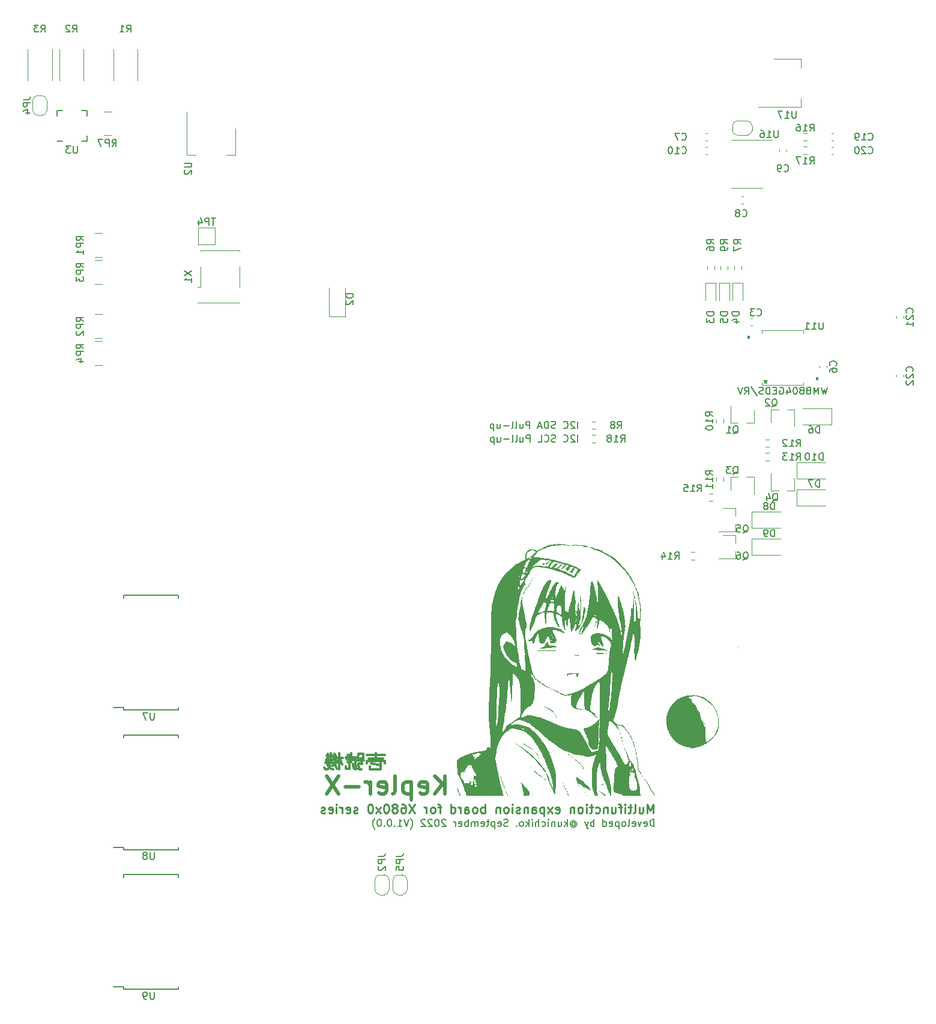
<source format=gbo>
G04 #@! TF.GenerationSoftware,KiCad,Pcbnew,(6.0.5-0)*
G04 #@! TF.CreationDate,2022-09-21T23:29:34+09:00*
G04 #@! TF.ProjectId,kepler-x,6b65706c-6572-42d7-982e-6b696361645f,rev?*
G04 #@! TF.SameCoordinates,Original*
G04 #@! TF.FileFunction,Legend,Bot*
G04 #@! TF.FilePolarity,Positive*
%FSLAX46Y46*%
G04 Gerber Fmt 4.6, Leading zero omitted, Abs format (unit mm)*
G04 Created by KiCad (PCBNEW (6.0.5-0)) date 2022-09-21 23:29:34*
%MOMM*%
%LPD*%
G01*
G04 APERTURE LIST*
%ADD10C,0.150000*%
%ADD11C,0.300000*%
%ADD12C,0.228600*%
%ADD13C,0.152400*%
%ADD14C,0.508000*%
%ADD15C,0.120000*%
%ADD16C,0.100000*%
G04 APERTURE END LIST*
D10*
X119679404Y-95067380D02*
X119679404Y-94067380D01*
X119250833Y-94162619D02*
X119203214Y-94115000D01*
X119107976Y-94067380D01*
X118869880Y-94067380D01*
X118774642Y-94115000D01*
X118727023Y-94162619D01*
X118679404Y-94257857D01*
X118679404Y-94353095D01*
X118727023Y-94495952D01*
X119298452Y-95067380D01*
X118679404Y-95067380D01*
X117679404Y-94972142D02*
X117727023Y-95019761D01*
X117869880Y-95067380D01*
X117965119Y-95067380D01*
X118107976Y-95019761D01*
X118203214Y-94924523D01*
X118250833Y-94829285D01*
X118298452Y-94638809D01*
X118298452Y-94495952D01*
X118250833Y-94305476D01*
X118203214Y-94210238D01*
X118107976Y-94115000D01*
X117965119Y-94067380D01*
X117869880Y-94067380D01*
X117727023Y-94115000D01*
X117679404Y-94162619D01*
X116536547Y-95019761D02*
X116393690Y-95067380D01*
X116155595Y-95067380D01*
X116060357Y-95019761D01*
X116012738Y-94972142D01*
X115965119Y-94876904D01*
X115965119Y-94781666D01*
X116012738Y-94686428D01*
X116060357Y-94638809D01*
X116155595Y-94591190D01*
X116346071Y-94543571D01*
X116441309Y-94495952D01*
X116488928Y-94448333D01*
X116536547Y-94353095D01*
X116536547Y-94257857D01*
X116488928Y-94162619D01*
X116441309Y-94115000D01*
X116346071Y-94067380D01*
X116107976Y-94067380D01*
X115965119Y-94115000D01*
X114965119Y-94972142D02*
X115012738Y-95019761D01*
X115155595Y-95067380D01*
X115250833Y-95067380D01*
X115393690Y-95019761D01*
X115488928Y-94924523D01*
X115536547Y-94829285D01*
X115584166Y-94638809D01*
X115584166Y-94495952D01*
X115536547Y-94305476D01*
X115488928Y-94210238D01*
X115393690Y-94115000D01*
X115250833Y-94067380D01*
X115155595Y-94067380D01*
X115012738Y-94115000D01*
X114965119Y-94162619D01*
X114060357Y-95067380D02*
X114536547Y-95067380D01*
X114536547Y-94067380D01*
X112965119Y-95067380D02*
X112965119Y-94067380D01*
X112584166Y-94067380D01*
X112488928Y-94115000D01*
X112441309Y-94162619D01*
X112393690Y-94257857D01*
X112393690Y-94400714D01*
X112441309Y-94495952D01*
X112488928Y-94543571D01*
X112584166Y-94591190D01*
X112965119Y-94591190D01*
X111536547Y-94400714D02*
X111536547Y-95067380D01*
X111965119Y-94400714D02*
X111965119Y-94924523D01*
X111917500Y-95019761D01*
X111822261Y-95067380D01*
X111679404Y-95067380D01*
X111584166Y-95019761D01*
X111536547Y-94972142D01*
X110917500Y-95067380D02*
X111012738Y-95019761D01*
X111060357Y-94924523D01*
X111060357Y-94067380D01*
X110393690Y-95067380D02*
X110488928Y-95019761D01*
X110536547Y-94924523D01*
X110536547Y-94067380D01*
X110012738Y-94686428D02*
X109250833Y-94686428D01*
X108346071Y-94400714D02*
X108346071Y-95067380D01*
X108774642Y-94400714D02*
X108774642Y-94924523D01*
X108727023Y-95019761D01*
X108631785Y-95067380D01*
X108488928Y-95067380D01*
X108393690Y-95019761D01*
X108346071Y-94972142D01*
X107869880Y-94400714D02*
X107869880Y-95400714D01*
X107869880Y-94448333D02*
X107774642Y-94400714D01*
X107584166Y-94400714D01*
X107488928Y-94448333D01*
X107441309Y-94495952D01*
X107393690Y-94591190D01*
X107393690Y-94876904D01*
X107441309Y-94972142D01*
X107488928Y-95019761D01*
X107584166Y-95067380D01*
X107774642Y-95067380D01*
X107869880Y-95019761D01*
X119679404Y-93162380D02*
X119679404Y-92162380D01*
X119250833Y-92257619D02*
X119203214Y-92210000D01*
X119107976Y-92162380D01*
X118869880Y-92162380D01*
X118774642Y-92210000D01*
X118727023Y-92257619D01*
X118679404Y-92352857D01*
X118679404Y-92448095D01*
X118727023Y-92590952D01*
X119298452Y-93162380D01*
X118679404Y-93162380D01*
X117679404Y-93067142D02*
X117727023Y-93114761D01*
X117869880Y-93162380D01*
X117965119Y-93162380D01*
X118107976Y-93114761D01*
X118203214Y-93019523D01*
X118250833Y-92924285D01*
X118298452Y-92733809D01*
X118298452Y-92590952D01*
X118250833Y-92400476D01*
X118203214Y-92305238D01*
X118107976Y-92210000D01*
X117965119Y-92162380D01*
X117869880Y-92162380D01*
X117727023Y-92210000D01*
X117679404Y-92257619D01*
X116536547Y-93114761D02*
X116393690Y-93162380D01*
X116155595Y-93162380D01*
X116060357Y-93114761D01*
X116012738Y-93067142D01*
X115965119Y-92971904D01*
X115965119Y-92876666D01*
X116012738Y-92781428D01*
X116060357Y-92733809D01*
X116155595Y-92686190D01*
X116346071Y-92638571D01*
X116441309Y-92590952D01*
X116488928Y-92543333D01*
X116536547Y-92448095D01*
X116536547Y-92352857D01*
X116488928Y-92257619D01*
X116441309Y-92210000D01*
X116346071Y-92162380D01*
X116107976Y-92162380D01*
X115965119Y-92210000D01*
X115536547Y-93162380D02*
X115536547Y-92162380D01*
X115298452Y-92162380D01*
X115155595Y-92210000D01*
X115060357Y-92305238D01*
X115012738Y-92400476D01*
X114965119Y-92590952D01*
X114965119Y-92733809D01*
X115012738Y-92924285D01*
X115060357Y-93019523D01*
X115155595Y-93114761D01*
X115298452Y-93162380D01*
X115536547Y-93162380D01*
X114584166Y-92876666D02*
X114107976Y-92876666D01*
X114679404Y-93162380D02*
X114346071Y-92162380D01*
X114012738Y-93162380D01*
X112917500Y-93162380D02*
X112917500Y-92162380D01*
X112536547Y-92162380D01*
X112441309Y-92210000D01*
X112393690Y-92257619D01*
X112346071Y-92352857D01*
X112346071Y-92495714D01*
X112393690Y-92590952D01*
X112441309Y-92638571D01*
X112536547Y-92686190D01*
X112917500Y-92686190D01*
X111488928Y-92495714D02*
X111488928Y-93162380D01*
X111917500Y-92495714D02*
X111917500Y-93019523D01*
X111869880Y-93114761D01*
X111774642Y-93162380D01*
X111631785Y-93162380D01*
X111536547Y-93114761D01*
X111488928Y-93067142D01*
X110869880Y-93162380D02*
X110965119Y-93114761D01*
X111012738Y-93019523D01*
X111012738Y-92162380D01*
X110346071Y-93162380D02*
X110441309Y-93114761D01*
X110488928Y-93019523D01*
X110488928Y-92162380D01*
X109965119Y-92781428D02*
X109203214Y-92781428D01*
X108298452Y-92495714D02*
X108298452Y-93162380D01*
X108727023Y-92495714D02*
X108727023Y-93019523D01*
X108679404Y-93114761D01*
X108584166Y-93162380D01*
X108441309Y-93162380D01*
X108346071Y-93114761D01*
X108298452Y-93067142D01*
X107822261Y-92495714D02*
X107822261Y-93495714D01*
X107822261Y-92543333D02*
X107727023Y-92495714D01*
X107536547Y-92495714D01*
X107441309Y-92543333D01*
X107393690Y-92590952D01*
X107346071Y-92686190D01*
X107346071Y-92971904D01*
X107393690Y-93067142D01*
X107441309Y-93114761D01*
X107536547Y-93162380D01*
X107727023Y-93162380D01*
X107822261Y-93114761D01*
D11*
X92438095Y-139204761D02*
X89961904Y-139204761D01*
X92247619Y-139680952D02*
X90152380Y-139680952D01*
X91866666Y-141204761D02*
X90342857Y-141204761D01*
X91866666Y-140252380D02*
X91866666Y-141204761D01*
X91200000Y-138919047D02*
X91200000Y-139680952D01*
X90342857Y-140823809D02*
X90342857Y-141204761D01*
X92438095Y-140061904D02*
X92438095Y-140347619D01*
X92438095Y-140061904D02*
X89961904Y-140061904D01*
X89961904Y-140347619D01*
X90533333Y-140347619D02*
X91866666Y-140633333D01*
X87771428Y-139204761D02*
X87200000Y-139204761D01*
X89390476Y-139680952D02*
X88723809Y-139680952D01*
X89485714Y-139966666D02*
X88533333Y-139966666D01*
X87771428Y-140157142D02*
X87200000Y-140157142D01*
X87485714Y-141109523D02*
X87009523Y-141109523D01*
X89200000Y-141204761D02*
X88819047Y-141204761D01*
X89390476Y-139014285D02*
X89390476Y-139585714D01*
X89390476Y-139014285D02*
X88723809Y-139014285D01*
X88628571Y-139585714D01*
X87771428Y-138919047D02*
X87771428Y-139490476D01*
X87771428Y-139585714D02*
X87771428Y-140157142D01*
X87485714Y-140442857D02*
X87485714Y-141109523D01*
X88342857Y-139490476D02*
X87009523Y-139490476D01*
X87104761Y-139871428D01*
X87009523Y-140823809D02*
X87009523Y-141109523D01*
X88152380Y-141109523D02*
X88342857Y-141204761D01*
X87961904Y-140442857D02*
X88057142Y-141014285D01*
X89200000Y-139966666D02*
X89295238Y-140442857D01*
X88723809Y-140347619D01*
X88819047Y-141204761D01*
X88342857Y-139490476D02*
X88342857Y-140442857D01*
X88533333Y-141109523D01*
X87390476Y-139871428D02*
X87771428Y-139871428D01*
X88152380Y-139871428D01*
X86533333Y-139585714D02*
X85676190Y-139585714D01*
X85676190Y-140252380D02*
X84057142Y-140252380D01*
X86057142Y-138919047D02*
X86057142Y-141204761D01*
X86152380Y-139490476D02*
X85866666Y-140061904D01*
X84533333Y-140061904D02*
X84247619Y-140157142D01*
X85485714Y-140538095D02*
X85009523Y-140728571D01*
X84342857Y-140538095D02*
X84723809Y-141014285D01*
X85200000Y-141204761D01*
X86057142Y-139395238D02*
X86438095Y-140538095D01*
X85390476Y-140252380D02*
X85676190Y-141109523D01*
X85390476Y-139014285D02*
X85580952Y-139395238D01*
X85390476Y-139585714D01*
X85104761Y-139300000D02*
X85580952Y-139966666D01*
X85104761Y-139871428D01*
X85200000Y-139776190D02*
X85104761Y-139966666D01*
X84438095Y-139014285D02*
X84628571Y-139395238D01*
X84438095Y-139585714D01*
X84247619Y-139300000D02*
X84628571Y-139966666D01*
X84247619Y-139871428D01*
X84247619Y-139776190D02*
X84152380Y-139966666D01*
X84819047Y-138919047D02*
X84819047Y-139871428D01*
X84628571Y-141014285D01*
X84342857Y-141204761D01*
X84057142Y-141204761D01*
X83961904Y-140919047D01*
D12*
X130338285Y-147386523D02*
X130338285Y-146116523D01*
X129914952Y-147023666D01*
X129491619Y-146116523D01*
X129491619Y-147386523D01*
X128342571Y-146539857D02*
X128342571Y-147386523D01*
X128886857Y-146539857D02*
X128886857Y-147205095D01*
X128826380Y-147326047D01*
X128705428Y-147386523D01*
X128524000Y-147386523D01*
X128403047Y-147326047D01*
X128342571Y-147265571D01*
X127556380Y-147386523D02*
X127677333Y-147326047D01*
X127737809Y-147205095D01*
X127737809Y-146116523D01*
X127254000Y-146539857D02*
X126770190Y-146539857D01*
X127072571Y-146116523D02*
X127072571Y-147205095D01*
X127012095Y-147326047D01*
X126891142Y-147386523D01*
X126770190Y-147386523D01*
X126346857Y-147386523D02*
X126346857Y-146539857D01*
X126346857Y-146116523D02*
X126407333Y-146177000D01*
X126346857Y-146237476D01*
X126286380Y-146177000D01*
X126346857Y-146116523D01*
X126346857Y-146237476D01*
X125923523Y-146539857D02*
X125439714Y-146539857D01*
X125742095Y-147386523D02*
X125742095Y-146297952D01*
X125681619Y-146177000D01*
X125560666Y-146116523D01*
X125439714Y-146116523D01*
X124472095Y-146539857D02*
X124472095Y-147386523D01*
X125016380Y-146539857D02*
X125016380Y-147205095D01*
X124955904Y-147326047D01*
X124834952Y-147386523D01*
X124653523Y-147386523D01*
X124532571Y-147326047D01*
X124472095Y-147265571D01*
X123867333Y-146539857D02*
X123867333Y-147386523D01*
X123867333Y-146660809D02*
X123806857Y-146600333D01*
X123685904Y-146539857D01*
X123504476Y-146539857D01*
X123383523Y-146600333D01*
X123323047Y-146721285D01*
X123323047Y-147386523D01*
X122174000Y-147326047D02*
X122294952Y-147386523D01*
X122536857Y-147386523D01*
X122657809Y-147326047D01*
X122718285Y-147265571D01*
X122778761Y-147144619D01*
X122778761Y-146781761D01*
X122718285Y-146660809D01*
X122657809Y-146600333D01*
X122536857Y-146539857D01*
X122294952Y-146539857D01*
X122174000Y-146600333D01*
X121811142Y-146539857D02*
X121327333Y-146539857D01*
X121629714Y-146116523D02*
X121629714Y-147205095D01*
X121569238Y-147326047D01*
X121448285Y-147386523D01*
X121327333Y-147386523D01*
X120904000Y-147386523D02*
X120904000Y-146539857D01*
X120904000Y-146116523D02*
X120964476Y-146177000D01*
X120904000Y-146237476D01*
X120843523Y-146177000D01*
X120904000Y-146116523D01*
X120904000Y-146237476D01*
X120117809Y-147386523D02*
X120238761Y-147326047D01*
X120299238Y-147265571D01*
X120359714Y-147144619D01*
X120359714Y-146781761D01*
X120299238Y-146660809D01*
X120238761Y-146600333D01*
X120117809Y-146539857D01*
X119936380Y-146539857D01*
X119815428Y-146600333D01*
X119754952Y-146660809D01*
X119694476Y-146781761D01*
X119694476Y-147144619D01*
X119754952Y-147265571D01*
X119815428Y-147326047D01*
X119936380Y-147386523D01*
X120117809Y-147386523D01*
X119150190Y-146539857D02*
X119150190Y-147386523D01*
X119150190Y-146660809D02*
X119089714Y-146600333D01*
X118968761Y-146539857D01*
X118787333Y-146539857D01*
X118666380Y-146600333D01*
X118605904Y-146721285D01*
X118605904Y-147386523D01*
X116549714Y-147326047D02*
X116670666Y-147386523D01*
X116912571Y-147386523D01*
X117033523Y-147326047D01*
X117094000Y-147205095D01*
X117094000Y-146721285D01*
X117033523Y-146600333D01*
X116912571Y-146539857D01*
X116670666Y-146539857D01*
X116549714Y-146600333D01*
X116489238Y-146721285D01*
X116489238Y-146842238D01*
X117094000Y-146963190D01*
X116065904Y-147386523D02*
X115400666Y-146539857D01*
X116065904Y-146539857D02*
X115400666Y-147386523D01*
X114916857Y-146539857D02*
X114916857Y-147809857D01*
X114916857Y-146600333D02*
X114795904Y-146539857D01*
X114554000Y-146539857D01*
X114433047Y-146600333D01*
X114372571Y-146660809D01*
X114312095Y-146781761D01*
X114312095Y-147144619D01*
X114372571Y-147265571D01*
X114433047Y-147326047D01*
X114554000Y-147386523D01*
X114795904Y-147386523D01*
X114916857Y-147326047D01*
X113223523Y-147386523D02*
X113223523Y-146721285D01*
X113284000Y-146600333D01*
X113404952Y-146539857D01*
X113646857Y-146539857D01*
X113767809Y-146600333D01*
X113223523Y-147326047D02*
X113344476Y-147386523D01*
X113646857Y-147386523D01*
X113767809Y-147326047D01*
X113828285Y-147205095D01*
X113828285Y-147084142D01*
X113767809Y-146963190D01*
X113646857Y-146902714D01*
X113344476Y-146902714D01*
X113223523Y-146842238D01*
X112618761Y-146539857D02*
X112618761Y-147386523D01*
X112618761Y-146660809D02*
X112558285Y-146600333D01*
X112437333Y-146539857D01*
X112255904Y-146539857D01*
X112134952Y-146600333D01*
X112074476Y-146721285D01*
X112074476Y-147386523D01*
X111530190Y-147326047D02*
X111409238Y-147386523D01*
X111167333Y-147386523D01*
X111046380Y-147326047D01*
X110985904Y-147205095D01*
X110985904Y-147144619D01*
X111046380Y-147023666D01*
X111167333Y-146963190D01*
X111348761Y-146963190D01*
X111469714Y-146902714D01*
X111530190Y-146781761D01*
X111530190Y-146721285D01*
X111469714Y-146600333D01*
X111348761Y-146539857D01*
X111167333Y-146539857D01*
X111046380Y-146600333D01*
X110441619Y-147386523D02*
X110441619Y-146539857D01*
X110441619Y-146116523D02*
X110502095Y-146177000D01*
X110441619Y-146237476D01*
X110381142Y-146177000D01*
X110441619Y-146116523D01*
X110441619Y-146237476D01*
X109655428Y-147386523D02*
X109776380Y-147326047D01*
X109836857Y-147265571D01*
X109897333Y-147144619D01*
X109897333Y-146781761D01*
X109836857Y-146660809D01*
X109776380Y-146600333D01*
X109655428Y-146539857D01*
X109474000Y-146539857D01*
X109353047Y-146600333D01*
X109292571Y-146660809D01*
X109232095Y-146781761D01*
X109232095Y-147144619D01*
X109292571Y-147265571D01*
X109353047Y-147326047D01*
X109474000Y-147386523D01*
X109655428Y-147386523D01*
X108687809Y-146539857D02*
X108687809Y-147386523D01*
X108687809Y-146660809D02*
X108627333Y-146600333D01*
X108506380Y-146539857D01*
X108324952Y-146539857D01*
X108204000Y-146600333D01*
X108143523Y-146721285D01*
X108143523Y-147386523D01*
X106571142Y-147386523D02*
X106571142Y-146116523D01*
X106571142Y-146600333D02*
X106450190Y-146539857D01*
X106208285Y-146539857D01*
X106087333Y-146600333D01*
X106026857Y-146660809D01*
X105966380Y-146781761D01*
X105966380Y-147144619D01*
X106026857Y-147265571D01*
X106087333Y-147326047D01*
X106208285Y-147386523D01*
X106450190Y-147386523D01*
X106571142Y-147326047D01*
X105240666Y-147386523D02*
X105361619Y-147326047D01*
X105422095Y-147265571D01*
X105482571Y-147144619D01*
X105482571Y-146781761D01*
X105422095Y-146660809D01*
X105361619Y-146600333D01*
X105240666Y-146539857D01*
X105059238Y-146539857D01*
X104938285Y-146600333D01*
X104877809Y-146660809D01*
X104817333Y-146781761D01*
X104817333Y-147144619D01*
X104877809Y-147265571D01*
X104938285Y-147326047D01*
X105059238Y-147386523D01*
X105240666Y-147386523D01*
X103728761Y-147386523D02*
X103728761Y-146721285D01*
X103789238Y-146600333D01*
X103910190Y-146539857D01*
X104152095Y-146539857D01*
X104273047Y-146600333D01*
X103728761Y-147326047D02*
X103849714Y-147386523D01*
X104152095Y-147386523D01*
X104273047Y-147326047D01*
X104333523Y-147205095D01*
X104333523Y-147084142D01*
X104273047Y-146963190D01*
X104152095Y-146902714D01*
X103849714Y-146902714D01*
X103728761Y-146842238D01*
X103124000Y-147386523D02*
X103124000Y-146539857D01*
X103124000Y-146781761D02*
X103063523Y-146660809D01*
X103003047Y-146600333D01*
X102882095Y-146539857D01*
X102761142Y-146539857D01*
X101793523Y-147386523D02*
X101793523Y-146116523D01*
X101793523Y-147326047D02*
X101914476Y-147386523D01*
X102156380Y-147386523D01*
X102277333Y-147326047D01*
X102337809Y-147265571D01*
X102398285Y-147144619D01*
X102398285Y-146781761D01*
X102337809Y-146660809D01*
X102277333Y-146600333D01*
X102156380Y-146539857D01*
X101914476Y-146539857D01*
X101793523Y-146600333D01*
X100402571Y-146539857D02*
X99918761Y-146539857D01*
X100221142Y-147386523D02*
X100221142Y-146297952D01*
X100160666Y-146177000D01*
X100039714Y-146116523D01*
X99918761Y-146116523D01*
X99314000Y-147386523D02*
X99434952Y-147326047D01*
X99495428Y-147265571D01*
X99555904Y-147144619D01*
X99555904Y-146781761D01*
X99495428Y-146660809D01*
X99434952Y-146600333D01*
X99314000Y-146539857D01*
X99132571Y-146539857D01*
X99011619Y-146600333D01*
X98951142Y-146660809D01*
X98890666Y-146781761D01*
X98890666Y-147144619D01*
X98951142Y-147265571D01*
X99011619Y-147326047D01*
X99132571Y-147386523D01*
X99314000Y-147386523D01*
X98346380Y-147386523D02*
X98346380Y-146539857D01*
X98346380Y-146781761D02*
X98285904Y-146660809D01*
X98225428Y-146600333D01*
X98104476Y-146539857D01*
X97983523Y-146539857D01*
X96713523Y-146116523D02*
X95866857Y-147386523D01*
X95866857Y-146116523D02*
X96713523Y-147386523D01*
X94838761Y-146116523D02*
X95080666Y-146116523D01*
X95201619Y-146177000D01*
X95262095Y-146237476D01*
X95383047Y-146418904D01*
X95443523Y-146660809D01*
X95443523Y-147144619D01*
X95383047Y-147265571D01*
X95322571Y-147326047D01*
X95201619Y-147386523D01*
X94959714Y-147386523D01*
X94838761Y-147326047D01*
X94778285Y-147265571D01*
X94717809Y-147144619D01*
X94717809Y-146842238D01*
X94778285Y-146721285D01*
X94838761Y-146660809D01*
X94959714Y-146600333D01*
X95201619Y-146600333D01*
X95322571Y-146660809D01*
X95383047Y-146721285D01*
X95443523Y-146842238D01*
X93992095Y-146660809D02*
X94113047Y-146600333D01*
X94173523Y-146539857D01*
X94234000Y-146418904D01*
X94234000Y-146358428D01*
X94173523Y-146237476D01*
X94113047Y-146177000D01*
X93992095Y-146116523D01*
X93750190Y-146116523D01*
X93629238Y-146177000D01*
X93568761Y-146237476D01*
X93508285Y-146358428D01*
X93508285Y-146418904D01*
X93568761Y-146539857D01*
X93629238Y-146600333D01*
X93750190Y-146660809D01*
X93992095Y-146660809D01*
X94113047Y-146721285D01*
X94173523Y-146781761D01*
X94234000Y-146902714D01*
X94234000Y-147144619D01*
X94173523Y-147265571D01*
X94113047Y-147326047D01*
X93992095Y-147386523D01*
X93750190Y-147386523D01*
X93629238Y-147326047D01*
X93568761Y-147265571D01*
X93508285Y-147144619D01*
X93508285Y-146902714D01*
X93568761Y-146781761D01*
X93629238Y-146721285D01*
X93750190Y-146660809D01*
X92722095Y-146116523D02*
X92601142Y-146116523D01*
X92480190Y-146177000D01*
X92419714Y-146237476D01*
X92359238Y-146358428D01*
X92298761Y-146600333D01*
X92298761Y-146902714D01*
X92359238Y-147144619D01*
X92419714Y-147265571D01*
X92480190Y-147326047D01*
X92601142Y-147386523D01*
X92722095Y-147386523D01*
X92843047Y-147326047D01*
X92903523Y-147265571D01*
X92964000Y-147144619D01*
X93024476Y-146902714D01*
X93024476Y-146600333D01*
X92964000Y-146358428D01*
X92903523Y-146237476D01*
X92843047Y-146177000D01*
X92722095Y-146116523D01*
X91875428Y-147386523D02*
X91210190Y-146539857D01*
X91875428Y-146539857D02*
X91210190Y-147386523D01*
X90484476Y-146116523D02*
X90363523Y-146116523D01*
X90242571Y-146177000D01*
X90182095Y-146237476D01*
X90121619Y-146358428D01*
X90061142Y-146600333D01*
X90061142Y-146902714D01*
X90121619Y-147144619D01*
X90182095Y-147265571D01*
X90242571Y-147326047D01*
X90363523Y-147386523D01*
X90484476Y-147386523D01*
X90605428Y-147326047D01*
X90665904Y-147265571D01*
X90726380Y-147144619D01*
X90786857Y-146902714D01*
X90786857Y-146600333D01*
X90726380Y-146358428D01*
X90665904Y-146237476D01*
X90605428Y-146177000D01*
X90484476Y-146116523D01*
X88609714Y-147326047D02*
X88488761Y-147386523D01*
X88246857Y-147386523D01*
X88125904Y-147326047D01*
X88065428Y-147205095D01*
X88065428Y-147144619D01*
X88125904Y-147023666D01*
X88246857Y-146963190D01*
X88428285Y-146963190D01*
X88549238Y-146902714D01*
X88609714Y-146781761D01*
X88609714Y-146721285D01*
X88549238Y-146600333D01*
X88428285Y-146539857D01*
X88246857Y-146539857D01*
X88125904Y-146600333D01*
X87037333Y-147326047D02*
X87158285Y-147386523D01*
X87400190Y-147386523D01*
X87521142Y-147326047D01*
X87581619Y-147205095D01*
X87581619Y-146721285D01*
X87521142Y-146600333D01*
X87400190Y-146539857D01*
X87158285Y-146539857D01*
X87037333Y-146600333D01*
X86976857Y-146721285D01*
X86976857Y-146842238D01*
X87581619Y-146963190D01*
X86432571Y-147386523D02*
X86432571Y-146539857D01*
X86432571Y-146781761D02*
X86372095Y-146660809D01*
X86311619Y-146600333D01*
X86190666Y-146539857D01*
X86069714Y-146539857D01*
X85646380Y-147386523D02*
X85646380Y-146539857D01*
X85646380Y-146116523D02*
X85706857Y-146177000D01*
X85646380Y-146237476D01*
X85585904Y-146177000D01*
X85646380Y-146116523D01*
X85646380Y-146237476D01*
X84557809Y-147326047D02*
X84678761Y-147386523D01*
X84920666Y-147386523D01*
X85041619Y-147326047D01*
X85102095Y-147205095D01*
X85102095Y-146721285D01*
X85041619Y-146600333D01*
X84920666Y-146539857D01*
X84678761Y-146539857D01*
X84557809Y-146600333D01*
X84497333Y-146721285D01*
X84497333Y-146842238D01*
X85102095Y-146963190D01*
X84013523Y-147326047D02*
X83892571Y-147386523D01*
X83650666Y-147386523D01*
X83529714Y-147326047D01*
X83469238Y-147205095D01*
X83469238Y-147144619D01*
X83529714Y-147023666D01*
X83650666Y-146963190D01*
X83832095Y-146963190D01*
X83953047Y-146902714D01*
X84013523Y-146781761D01*
X84013523Y-146721285D01*
X83953047Y-146600333D01*
X83832095Y-146539857D01*
X83650666Y-146539857D01*
X83529714Y-146600333D01*
D13*
X130436190Y-149259619D02*
X130436190Y-148243619D01*
X130194285Y-148243619D01*
X130049142Y-148292000D01*
X129952380Y-148388761D01*
X129904000Y-148485523D01*
X129855619Y-148679047D01*
X129855619Y-148824190D01*
X129904000Y-149017714D01*
X129952380Y-149114476D01*
X130049142Y-149211238D01*
X130194285Y-149259619D01*
X130436190Y-149259619D01*
X129033142Y-149211238D02*
X129129904Y-149259619D01*
X129323428Y-149259619D01*
X129420190Y-149211238D01*
X129468571Y-149114476D01*
X129468571Y-148727428D01*
X129420190Y-148630666D01*
X129323428Y-148582285D01*
X129129904Y-148582285D01*
X129033142Y-148630666D01*
X128984761Y-148727428D01*
X128984761Y-148824190D01*
X129468571Y-148920952D01*
X128646095Y-148582285D02*
X128404190Y-149259619D01*
X128162285Y-148582285D01*
X127388190Y-149211238D02*
X127484952Y-149259619D01*
X127678476Y-149259619D01*
X127775238Y-149211238D01*
X127823619Y-149114476D01*
X127823619Y-148727428D01*
X127775238Y-148630666D01*
X127678476Y-148582285D01*
X127484952Y-148582285D01*
X127388190Y-148630666D01*
X127339809Y-148727428D01*
X127339809Y-148824190D01*
X127823619Y-148920952D01*
X126759238Y-149259619D02*
X126856000Y-149211238D01*
X126904380Y-149114476D01*
X126904380Y-148243619D01*
X126227047Y-149259619D02*
X126323809Y-149211238D01*
X126372190Y-149162857D01*
X126420571Y-149066095D01*
X126420571Y-148775809D01*
X126372190Y-148679047D01*
X126323809Y-148630666D01*
X126227047Y-148582285D01*
X126081904Y-148582285D01*
X125985142Y-148630666D01*
X125936761Y-148679047D01*
X125888380Y-148775809D01*
X125888380Y-149066095D01*
X125936761Y-149162857D01*
X125985142Y-149211238D01*
X126081904Y-149259619D01*
X126227047Y-149259619D01*
X125452952Y-148582285D02*
X125452952Y-149598285D01*
X125452952Y-148630666D02*
X125356190Y-148582285D01*
X125162666Y-148582285D01*
X125065904Y-148630666D01*
X125017523Y-148679047D01*
X124969142Y-148775809D01*
X124969142Y-149066095D01*
X125017523Y-149162857D01*
X125065904Y-149211238D01*
X125162666Y-149259619D01*
X125356190Y-149259619D01*
X125452952Y-149211238D01*
X124146666Y-149211238D02*
X124243428Y-149259619D01*
X124436952Y-149259619D01*
X124533714Y-149211238D01*
X124582095Y-149114476D01*
X124582095Y-148727428D01*
X124533714Y-148630666D01*
X124436952Y-148582285D01*
X124243428Y-148582285D01*
X124146666Y-148630666D01*
X124098285Y-148727428D01*
X124098285Y-148824190D01*
X124582095Y-148920952D01*
X123227428Y-149259619D02*
X123227428Y-148243619D01*
X123227428Y-149211238D02*
X123324190Y-149259619D01*
X123517714Y-149259619D01*
X123614476Y-149211238D01*
X123662857Y-149162857D01*
X123711238Y-149066095D01*
X123711238Y-148775809D01*
X123662857Y-148679047D01*
X123614476Y-148630666D01*
X123517714Y-148582285D01*
X123324190Y-148582285D01*
X123227428Y-148630666D01*
X121969523Y-149259619D02*
X121969523Y-148243619D01*
X121969523Y-148630666D02*
X121872761Y-148582285D01*
X121679238Y-148582285D01*
X121582476Y-148630666D01*
X121534095Y-148679047D01*
X121485714Y-148775809D01*
X121485714Y-149066095D01*
X121534095Y-149162857D01*
X121582476Y-149211238D01*
X121679238Y-149259619D01*
X121872761Y-149259619D01*
X121969523Y-149211238D01*
X121147047Y-148582285D02*
X120905142Y-149259619D01*
X120663238Y-148582285D02*
X120905142Y-149259619D01*
X121001904Y-149501523D01*
X121050285Y-149549904D01*
X121147047Y-149598285D01*
X118873142Y-148775809D02*
X118921523Y-148727428D01*
X119018285Y-148679047D01*
X119115047Y-148679047D01*
X119211809Y-148727428D01*
X119260190Y-148775809D01*
X119308571Y-148872571D01*
X119308571Y-148969333D01*
X119260190Y-149066095D01*
X119211809Y-149114476D01*
X119115047Y-149162857D01*
X119018285Y-149162857D01*
X118921523Y-149114476D01*
X118873142Y-149066095D01*
X118873142Y-148679047D02*
X118873142Y-149066095D01*
X118824761Y-149114476D01*
X118776380Y-149114476D01*
X118679619Y-149066095D01*
X118631238Y-148969333D01*
X118631238Y-148727428D01*
X118727999Y-148582285D01*
X118873142Y-148485523D01*
X119066666Y-148437142D01*
X119260190Y-148485523D01*
X119405333Y-148582285D01*
X119502095Y-148727428D01*
X119550476Y-148920952D01*
X119502095Y-149114476D01*
X119405333Y-149259619D01*
X119260190Y-149356380D01*
X119066666Y-149404761D01*
X118873142Y-149356380D01*
X118727999Y-149259619D01*
X118195809Y-149259619D02*
X118195809Y-148243619D01*
X118099047Y-148872571D02*
X117808761Y-149259619D01*
X117808761Y-148582285D02*
X118195809Y-148969333D01*
X116937904Y-148582285D02*
X116937904Y-149259619D01*
X117373333Y-148582285D02*
X117373333Y-149114476D01*
X117324952Y-149211238D01*
X117228190Y-149259619D01*
X117083047Y-149259619D01*
X116986285Y-149211238D01*
X116937904Y-149162857D01*
X116454095Y-148582285D02*
X116454095Y-149259619D01*
X116454095Y-148679047D02*
X116405714Y-148630666D01*
X116308952Y-148582285D01*
X116163809Y-148582285D01*
X116067047Y-148630666D01*
X116018666Y-148727428D01*
X116018666Y-149259619D01*
X115534857Y-149259619D02*
X115534857Y-148582285D01*
X115534857Y-148243619D02*
X115583238Y-148292000D01*
X115534857Y-148340380D01*
X115486476Y-148292000D01*
X115534857Y-148243619D01*
X115534857Y-148340380D01*
X114615619Y-149211238D02*
X114712380Y-149259619D01*
X114905904Y-149259619D01*
X115002666Y-149211238D01*
X115051047Y-149162857D01*
X115099428Y-149066095D01*
X115099428Y-148775809D01*
X115051047Y-148679047D01*
X115002666Y-148630666D01*
X114905904Y-148582285D01*
X114712380Y-148582285D01*
X114615619Y-148630666D01*
X114180190Y-149259619D02*
X114180190Y-148243619D01*
X113744761Y-149259619D02*
X113744761Y-148727428D01*
X113793142Y-148630666D01*
X113889904Y-148582285D01*
X114035047Y-148582285D01*
X114131809Y-148630666D01*
X114180190Y-148679047D01*
X113260952Y-149259619D02*
X113260952Y-148582285D01*
X113260952Y-148243619D02*
X113309333Y-148292000D01*
X113260952Y-148340380D01*
X113212571Y-148292000D01*
X113260952Y-148243619D01*
X113260952Y-148340380D01*
X112777142Y-149259619D02*
X112777142Y-148243619D01*
X112680380Y-148872571D02*
X112390095Y-149259619D01*
X112390095Y-148582285D02*
X112777142Y-148969333D01*
X111809523Y-149259619D02*
X111906285Y-149211238D01*
X111954666Y-149162857D01*
X112003047Y-149066095D01*
X112003047Y-148775809D01*
X111954666Y-148679047D01*
X111906285Y-148630666D01*
X111809523Y-148582285D01*
X111664380Y-148582285D01*
X111567619Y-148630666D01*
X111519238Y-148679047D01*
X111470857Y-148775809D01*
X111470857Y-149066095D01*
X111519238Y-149162857D01*
X111567619Y-149211238D01*
X111664380Y-149259619D01*
X111809523Y-149259619D01*
X111035428Y-149162857D02*
X110987047Y-149211238D01*
X111035428Y-149259619D01*
X111083809Y-149211238D01*
X111035428Y-149162857D01*
X111035428Y-149259619D01*
X109825904Y-149211238D02*
X109680761Y-149259619D01*
X109438857Y-149259619D01*
X109342095Y-149211238D01*
X109293714Y-149162857D01*
X109245333Y-149066095D01*
X109245333Y-148969333D01*
X109293714Y-148872571D01*
X109342095Y-148824190D01*
X109438857Y-148775809D01*
X109632380Y-148727428D01*
X109729142Y-148679047D01*
X109777523Y-148630666D01*
X109825904Y-148533904D01*
X109825904Y-148437142D01*
X109777523Y-148340380D01*
X109729142Y-148292000D01*
X109632380Y-148243619D01*
X109390476Y-148243619D01*
X109245333Y-148292000D01*
X108422857Y-149211238D02*
X108519619Y-149259619D01*
X108713142Y-149259619D01*
X108809904Y-149211238D01*
X108858285Y-149114476D01*
X108858285Y-148727428D01*
X108809904Y-148630666D01*
X108713142Y-148582285D01*
X108519619Y-148582285D01*
X108422857Y-148630666D01*
X108374476Y-148727428D01*
X108374476Y-148824190D01*
X108858285Y-148920952D01*
X107939047Y-148582285D02*
X107939047Y-149598285D01*
X107939047Y-148630666D02*
X107842285Y-148582285D01*
X107648761Y-148582285D01*
X107551999Y-148630666D01*
X107503619Y-148679047D01*
X107455238Y-148775809D01*
X107455238Y-149066095D01*
X107503619Y-149162857D01*
X107551999Y-149211238D01*
X107648761Y-149259619D01*
X107842285Y-149259619D01*
X107939047Y-149211238D01*
X107164952Y-148582285D02*
X106777904Y-148582285D01*
X107019809Y-148243619D02*
X107019809Y-149114476D01*
X106971428Y-149211238D01*
X106874666Y-149259619D01*
X106777904Y-149259619D01*
X106052190Y-149211238D02*
X106148952Y-149259619D01*
X106342476Y-149259619D01*
X106439238Y-149211238D01*
X106487619Y-149114476D01*
X106487619Y-148727428D01*
X106439238Y-148630666D01*
X106342476Y-148582285D01*
X106148952Y-148582285D01*
X106052190Y-148630666D01*
X106003809Y-148727428D01*
X106003809Y-148824190D01*
X106487619Y-148920952D01*
X105568380Y-149259619D02*
X105568380Y-148582285D01*
X105568380Y-148679047D02*
X105519999Y-148630666D01*
X105423238Y-148582285D01*
X105278095Y-148582285D01*
X105181333Y-148630666D01*
X105132952Y-148727428D01*
X105132952Y-149259619D01*
X105132952Y-148727428D02*
X105084571Y-148630666D01*
X104987809Y-148582285D01*
X104842666Y-148582285D01*
X104745904Y-148630666D01*
X104697523Y-148727428D01*
X104697523Y-149259619D01*
X104213714Y-149259619D02*
X104213714Y-148243619D01*
X104213714Y-148630666D02*
X104116952Y-148582285D01*
X103923428Y-148582285D01*
X103826666Y-148630666D01*
X103778285Y-148679047D01*
X103729904Y-148775809D01*
X103729904Y-149066095D01*
X103778285Y-149162857D01*
X103826666Y-149211238D01*
X103923428Y-149259619D01*
X104116952Y-149259619D01*
X104213714Y-149211238D01*
X102907428Y-149211238D02*
X103004190Y-149259619D01*
X103197714Y-149259619D01*
X103294476Y-149211238D01*
X103342857Y-149114476D01*
X103342857Y-148727428D01*
X103294476Y-148630666D01*
X103197714Y-148582285D01*
X103004190Y-148582285D01*
X102907428Y-148630666D01*
X102859047Y-148727428D01*
X102859047Y-148824190D01*
X103342857Y-148920952D01*
X102423619Y-149259619D02*
X102423619Y-148582285D01*
X102423619Y-148775809D02*
X102375238Y-148679047D01*
X102326857Y-148630666D01*
X102230095Y-148582285D01*
X102133333Y-148582285D01*
X101068952Y-148340380D02*
X101020571Y-148292000D01*
X100923809Y-148243619D01*
X100681904Y-148243619D01*
X100585142Y-148292000D01*
X100536761Y-148340380D01*
X100488380Y-148437142D01*
X100488380Y-148533904D01*
X100536761Y-148679047D01*
X101117333Y-149259619D01*
X100488380Y-149259619D01*
X99859428Y-148243619D02*
X99762666Y-148243619D01*
X99665904Y-148292000D01*
X99617523Y-148340380D01*
X99569142Y-148437142D01*
X99520761Y-148630666D01*
X99520761Y-148872571D01*
X99569142Y-149066095D01*
X99617523Y-149162857D01*
X99665904Y-149211238D01*
X99762666Y-149259619D01*
X99859428Y-149259619D01*
X99956190Y-149211238D01*
X100004571Y-149162857D01*
X100052952Y-149066095D01*
X100101333Y-148872571D01*
X100101333Y-148630666D01*
X100052952Y-148437142D01*
X100004571Y-148340380D01*
X99956190Y-148292000D01*
X99859428Y-148243619D01*
X99133714Y-148340380D02*
X99085333Y-148292000D01*
X98988571Y-148243619D01*
X98746666Y-148243619D01*
X98649904Y-148292000D01*
X98601523Y-148340380D01*
X98553142Y-148437142D01*
X98553142Y-148533904D01*
X98601523Y-148679047D01*
X99182095Y-149259619D01*
X98553142Y-149259619D01*
X98166095Y-148340380D02*
X98117714Y-148292000D01*
X98020952Y-148243619D01*
X97779047Y-148243619D01*
X97682285Y-148292000D01*
X97633904Y-148340380D01*
X97585523Y-148437142D01*
X97585523Y-148533904D01*
X97633904Y-148679047D01*
X98214476Y-149259619D01*
X97585523Y-149259619D01*
X96085714Y-149646666D02*
X96134095Y-149598285D01*
X96230857Y-149453142D01*
X96279238Y-149356380D01*
X96327619Y-149211238D01*
X96375999Y-148969333D01*
X96375999Y-148775809D01*
X96327619Y-148533904D01*
X96279238Y-148388761D01*
X96230857Y-148292000D01*
X96134095Y-148146857D01*
X96085714Y-148098476D01*
X95843809Y-148243619D02*
X95505142Y-149259619D01*
X95166476Y-148243619D01*
X94295619Y-149259619D02*
X94876190Y-149259619D01*
X94585904Y-149259619D02*
X94585904Y-148243619D01*
X94682666Y-148388761D01*
X94779428Y-148485523D01*
X94876190Y-148533904D01*
X93860190Y-149162857D02*
X93811809Y-149211238D01*
X93860190Y-149259619D01*
X93908571Y-149211238D01*
X93860190Y-149162857D01*
X93860190Y-149259619D01*
X93182857Y-148243619D02*
X93086095Y-148243619D01*
X92989333Y-148292000D01*
X92940952Y-148340380D01*
X92892571Y-148437142D01*
X92844190Y-148630666D01*
X92844190Y-148872571D01*
X92892571Y-149066095D01*
X92940952Y-149162857D01*
X92989333Y-149211238D01*
X93086095Y-149259619D01*
X93182857Y-149259619D01*
X93279619Y-149211238D01*
X93327999Y-149162857D01*
X93376380Y-149066095D01*
X93424761Y-148872571D01*
X93424761Y-148630666D01*
X93376380Y-148437142D01*
X93327999Y-148340380D01*
X93279619Y-148292000D01*
X93182857Y-148243619D01*
X92408761Y-149162857D02*
X92360380Y-149211238D01*
X92408761Y-149259619D01*
X92457142Y-149211238D01*
X92408761Y-149162857D01*
X92408761Y-149259619D01*
X91731428Y-148243619D02*
X91634666Y-148243619D01*
X91537904Y-148292000D01*
X91489523Y-148340380D01*
X91441142Y-148437142D01*
X91392761Y-148630666D01*
X91392761Y-148872571D01*
X91441142Y-149066095D01*
X91489523Y-149162857D01*
X91537904Y-149211238D01*
X91634666Y-149259619D01*
X91731428Y-149259619D01*
X91828190Y-149211238D01*
X91876571Y-149162857D01*
X91924952Y-149066095D01*
X91973333Y-148872571D01*
X91973333Y-148630666D01*
X91924952Y-148437142D01*
X91876571Y-148340380D01*
X91828190Y-148292000D01*
X91731428Y-148243619D01*
X91054095Y-149646666D02*
X91005714Y-149598285D01*
X90908952Y-149453142D01*
X90860571Y-149356380D01*
X90812190Y-149211238D01*
X90763809Y-148969333D01*
X90763809Y-148775809D01*
X90812190Y-148533904D01*
X90860571Y-148388761D01*
X90908952Y-148292000D01*
X91005714Y-148146857D01*
X91054095Y-148098476D01*
D14*
X100934761Y-144659047D02*
X100934761Y-142119047D01*
X99483333Y-144659047D02*
X100571904Y-143207619D01*
X99483333Y-142119047D02*
X100934761Y-143570476D01*
X97427142Y-144538095D02*
X97669047Y-144659047D01*
X98152857Y-144659047D01*
X98394761Y-144538095D01*
X98515714Y-144296190D01*
X98515714Y-143328571D01*
X98394761Y-143086666D01*
X98152857Y-142965714D01*
X97669047Y-142965714D01*
X97427142Y-143086666D01*
X97306190Y-143328571D01*
X97306190Y-143570476D01*
X98515714Y-143812380D01*
X96217619Y-142965714D02*
X96217619Y-145505714D01*
X96217619Y-143086666D02*
X95975714Y-142965714D01*
X95491904Y-142965714D01*
X95250000Y-143086666D01*
X95129047Y-143207619D01*
X95008095Y-143449523D01*
X95008095Y-144175238D01*
X95129047Y-144417142D01*
X95250000Y-144538095D01*
X95491904Y-144659047D01*
X95975714Y-144659047D01*
X96217619Y-144538095D01*
X93556666Y-144659047D02*
X93798571Y-144538095D01*
X93919523Y-144296190D01*
X93919523Y-142119047D01*
X91621428Y-144538095D02*
X91863333Y-144659047D01*
X92347142Y-144659047D01*
X92589047Y-144538095D01*
X92710000Y-144296190D01*
X92710000Y-143328571D01*
X92589047Y-143086666D01*
X92347142Y-142965714D01*
X91863333Y-142965714D01*
X91621428Y-143086666D01*
X91500476Y-143328571D01*
X91500476Y-143570476D01*
X92710000Y-143812380D01*
X90411904Y-144659047D02*
X90411904Y-142965714D01*
X90411904Y-143449523D02*
X90290952Y-143207619D01*
X90170000Y-143086666D01*
X89928095Y-142965714D01*
X89686190Y-142965714D01*
X88839523Y-143691428D02*
X86904285Y-143691428D01*
X85936666Y-142119047D02*
X84243333Y-144659047D01*
X84243333Y-142119047D02*
X85936666Y-144659047D01*
D10*
X150502857Y-95702380D02*
X150836190Y-95226190D01*
X151074285Y-95702380D02*
X151074285Y-94702380D01*
X150693333Y-94702380D01*
X150598095Y-94750000D01*
X150550476Y-94797619D01*
X150502857Y-94892857D01*
X150502857Y-95035714D01*
X150550476Y-95130952D01*
X150598095Y-95178571D01*
X150693333Y-95226190D01*
X151074285Y-95226190D01*
X149550476Y-95702380D02*
X150121904Y-95702380D01*
X149836190Y-95702380D02*
X149836190Y-94702380D01*
X149931428Y-94845238D01*
X150026666Y-94940476D01*
X150121904Y-94988095D01*
X149169523Y-94797619D02*
X149121904Y-94750000D01*
X149026666Y-94702380D01*
X148788571Y-94702380D01*
X148693333Y-94750000D01*
X148645714Y-94797619D01*
X148598095Y-94892857D01*
X148598095Y-94988095D01*
X148645714Y-95130952D01*
X149217142Y-95702380D01*
X148598095Y-95702380D01*
X150502857Y-97607380D02*
X150836190Y-97131190D01*
X151074285Y-97607380D02*
X151074285Y-96607380D01*
X150693333Y-96607380D01*
X150598095Y-96655000D01*
X150550476Y-96702619D01*
X150502857Y-96797857D01*
X150502857Y-96940714D01*
X150550476Y-97035952D01*
X150598095Y-97083571D01*
X150693333Y-97131190D01*
X151074285Y-97131190D01*
X149550476Y-97607380D02*
X150121904Y-97607380D01*
X149836190Y-97607380D02*
X149836190Y-96607380D01*
X149931428Y-96750238D01*
X150026666Y-96845476D01*
X150121904Y-96893095D01*
X149217142Y-96607380D02*
X148598095Y-96607380D01*
X148931428Y-96988333D01*
X148788571Y-96988333D01*
X148693333Y-97035952D01*
X148645714Y-97083571D01*
X148598095Y-97178809D01*
X148598095Y-97416904D01*
X148645714Y-97512142D01*
X148693333Y-97559761D01*
X148788571Y-97607380D01*
X149074285Y-97607380D01*
X149169523Y-97559761D01*
X149217142Y-97512142D01*
X147161238Y-103417619D02*
X147256476Y-103370000D01*
X147351714Y-103274761D01*
X147494571Y-103131904D01*
X147589809Y-103084285D01*
X147685047Y-103084285D01*
X147637428Y-103322380D02*
X147732666Y-103274761D01*
X147827904Y-103179523D01*
X147875523Y-102989047D01*
X147875523Y-102655714D01*
X147827904Y-102465238D01*
X147732666Y-102370000D01*
X147637428Y-102322380D01*
X147446952Y-102322380D01*
X147351714Y-102370000D01*
X147256476Y-102465238D01*
X147208857Y-102655714D01*
X147208857Y-102989047D01*
X147256476Y-103179523D01*
X147351714Y-103274761D01*
X147446952Y-103322380D01*
X147637428Y-103322380D01*
X146351714Y-102655714D02*
X146351714Y-103322380D01*
X146589809Y-102274761D02*
X146827904Y-102989047D01*
X146208857Y-102989047D01*
X94067380Y-153471666D02*
X94781666Y-153471666D01*
X94924523Y-153424047D01*
X95019761Y-153328809D01*
X95067380Y-153185952D01*
X95067380Y-153090714D01*
X95067380Y-153947857D02*
X94067380Y-153947857D01*
X94067380Y-154328809D01*
X94115000Y-154424047D01*
X94162619Y-154471666D01*
X94257857Y-154519285D01*
X94400714Y-154519285D01*
X94495952Y-154471666D01*
X94543571Y-154424047D01*
X94591190Y-154328809D01*
X94591190Y-153947857D01*
X94067380Y-155424047D02*
X94067380Y-154947857D01*
X94543571Y-154900238D01*
X94495952Y-154947857D01*
X94448333Y-155043095D01*
X94448333Y-155281190D01*
X94495952Y-155376428D01*
X94543571Y-155424047D01*
X94638809Y-155471666D01*
X94876904Y-155471666D01*
X94972142Y-155424047D01*
X95019761Y-155376428D01*
X95067380Y-155281190D01*
X95067380Y-155043095D01*
X95019761Y-154947857D01*
X94972142Y-154900238D01*
X154273095Y-78192380D02*
X154273095Y-79001904D01*
X154225476Y-79097142D01*
X154177857Y-79144761D01*
X154082619Y-79192380D01*
X153892142Y-79192380D01*
X153796904Y-79144761D01*
X153749285Y-79097142D01*
X153701666Y-79001904D01*
X153701666Y-78192380D01*
X152701666Y-79192380D02*
X153273095Y-79192380D01*
X152987380Y-79192380D02*
X152987380Y-78192380D01*
X153082619Y-78335238D01*
X153177857Y-78430476D01*
X153273095Y-78478095D01*
X151749285Y-79192380D02*
X152320714Y-79192380D01*
X152035000Y-79192380D02*
X152035000Y-78192380D01*
X152130238Y-78335238D01*
X152225476Y-78430476D01*
X152320714Y-78478095D01*
X154875714Y-87336380D02*
X154637619Y-88336380D01*
X154447142Y-87622095D01*
X154256666Y-88336380D01*
X154018571Y-87336380D01*
X153637619Y-88336380D02*
X153637619Y-87336380D01*
X153304285Y-88050666D01*
X152970952Y-87336380D01*
X152970952Y-88336380D01*
X152351904Y-87764952D02*
X152447142Y-87717333D01*
X152494761Y-87669714D01*
X152542380Y-87574476D01*
X152542380Y-87526857D01*
X152494761Y-87431619D01*
X152447142Y-87384000D01*
X152351904Y-87336380D01*
X152161428Y-87336380D01*
X152066190Y-87384000D01*
X152018571Y-87431619D01*
X151970952Y-87526857D01*
X151970952Y-87574476D01*
X152018571Y-87669714D01*
X152066190Y-87717333D01*
X152161428Y-87764952D01*
X152351904Y-87764952D01*
X152447142Y-87812571D01*
X152494761Y-87860190D01*
X152542380Y-87955428D01*
X152542380Y-88145904D01*
X152494761Y-88241142D01*
X152447142Y-88288761D01*
X152351904Y-88336380D01*
X152161428Y-88336380D01*
X152066190Y-88288761D01*
X152018571Y-88241142D01*
X151970952Y-88145904D01*
X151970952Y-87955428D01*
X152018571Y-87860190D01*
X152066190Y-87812571D01*
X152161428Y-87764952D01*
X151399523Y-87764952D02*
X151494761Y-87717333D01*
X151542380Y-87669714D01*
X151590000Y-87574476D01*
X151590000Y-87526857D01*
X151542380Y-87431619D01*
X151494761Y-87384000D01*
X151399523Y-87336380D01*
X151209047Y-87336380D01*
X151113809Y-87384000D01*
X151066190Y-87431619D01*
X151018571Y-87526857D01*
X151018571Y-87574476D01*
X151066190Y-87669714D01*
X151113809Y-87717333D01*
X151209047Y-87764952D01*
X151399523Y-87764952D01*
X151494761Y-87812571D01*
X151542380Y-87860190D01*
X151590000Y-87955428D01*
X151590000Y-88145904D01*
X151542380Y-88241142D01*
X151494761Y-88288761D01*
X151399523Y-88336380D01*
X151209047Y-88336380D01*
X151113809Y-88288761D01*
X151066190Y-88241142D01*
X151018571Y-88145904D01*
X151018571Y-87955428D01*
X151066190Y-87860190D01*
X151113809Y-87812571D01*
X151209047Y-87764952D01*
X150399523Y-87336380D02*
X150304285Y-87336380D01*
X150209047Y-87384000D01*
X150161428Y-87431619D01*
X150113809Y-87526857D01*
X150066190Y-87717333D01*
X150066190Y-87955428D01*
X150113809Y-88145904D01*
X150161428Y-88241142D01*
X150209047Y-88288761D01*
X150304285Y-88336380D01*
X150399523Y-88336380D01*
X150494761Y-88288761D01*
X150542380Y-88241142D01*
X150590000Y-88145904D01*
X150637619Y-87955428D01*
X150637619Y-87717333D01*
X150590000Y-87526857D01*
X150542380Y-87431619D01*
X150494761Y-87384000D01*
X150399523Y-87336380D01*
X149209047Y-87669714D02*
X149209047Y-88336380D01*
X149447142Y-87288761D02*
X149685238Y-88003047D01*
X149066190Y-88003047D01*
X148161428Y-87384000D02*
X148256666Y-87336380D01*
X148399523Y-87336380D01*
X148542380Y-87384000D01*
X148637619Y-87479238D01*
X148685238Y-87574476D01*
X148732857Y-87764952D01*
X148732857Y-87907809D01*
X148685238Y-88098285D01*
X148637619Y-88193523D01*
X148542380Y-88288761D01*
X148399523Y-88336380D01*
X148304285Y-88336380D01*
X148161428Y-88288761D01*
X148113809Y-88241142D01*
X148113809Y-87907809D01*
X148304285Y-87907809D01*
X147685238Y-87812571D02*
X147351904Y-87812571D01*
X147209047Y-88336380D02*
X147685238Y-88336380D01*
X147685238Y-87336380D01*
X147209047Y-87336380D01*
X146780476Y-88336380D02*
X146780476Y-87336380D01*
X146542380Y-87336380D01*
X146399523Y-87384000D01*
X146304285Y-87479238D01*
X146256666Y-87574476D01*
X146209047Y-87764952D01*
X146209047Y-87907809D01*
X146256666Y-88098285D01*
X146304285Y-88193523D01*
X146399523Y-88288761D01*
X146542380Y-88336380D01*
X146780476Y-88336380D01*
X145828095Y-88288761D02*
X145685238Y-88336380D01*
X145447142Y-88336380D01*
X145351904Y-88288761D01*
X145304285Y-88241142D01*
X145256666Y-88145904D01*
X145256666Y-88050666D01*
X145304285Y-87955428D01*
X145351904Y-87907809D01*
X145447142Y-87860190D01*
X145637619Y-87812571D01*
X145732857Y-87764952D01*
X145780476Y-87717333D01*
X145828095Y-87622095D01*
X145828095Y-87526857D01*
X145780476Y-87431619D01*
X145732857Y-87384000D01*
X145637619Y-87336380D01*
X145399523Y-87336380D01*
X145256666Y-87384000D01*
X144113809Y-87288761D02*
X144970952Y-88574476D01*
X143209047Y-88336380D02*
X143542380Y-87860190D01*
X143780476Y-88336380D02*
X143780476Y-87336380D01*
X143399523Y-87336380D01*
X143304285Y-87384000D01*
X143256666Y-87431619D01*
X143209047Y-87526857D01*
X143209047Y-87669714D01*
X143256666Y-87764952D01*
X143304285Y-87812571D01*
X143399523Y-87860190D01*
X143780476Y-87860190D01*
X142923333Y-87336380D02*
X142590000Y-88336380D01*
X142256666Y-87336380D01*
X146177000Y-86307680D02*
X146177000Y-86545776D01*
X146415095Y-86450538D02*
X146177000Y-86545776D01*
X145938904Y-86450538D01*
X146319857Y-86736252D02*
X146177000Y-86545776D01*
X146034142Y-86736252D01*
X147423095Y-104592380D02*
X147423095Y-103592380D01*
X147185000Y-103592380D01*
X147042142Y-103640000D01*
X146946904Y-103735238D01*
X146899285Y-103830476D01*
X146851666Y-104020952D01*
X146851666Y-104163809D01*
X146899285Y-104354285D01*
X146946904Y-104449523D01*
X147042142Y-104544761D01*
X147185000Y-104592380D01*
X147423095Y-104592380D01*
X146280238Y-104020952D02*
X146375476Y-103973333D01*
X146423095Y-103925714D01*
X146470714Y-103830476D01*
X146470714Y-103782857D01*
X146423095Y-103687619D01*
X146375476Y-103640000D01*
X146280238Y-103592380D01*
X146089761Y-103592380D01*
X145994523Y-103640000D01*
X145946904Y-103687619D01*
X145899285Y-103782857D01*
X145899285Y-103830476D01*
X145946904Y-103925714D01*
X145994523Y-103973333D01*
X146089761Y-104020952D01*
X146280238Y-104020952D01*
X146375476Y-104068571D01*
X146423095Y-104116190D01*
X146470714Y-104211428D01*
X146470714Y-104401904D01*
X146423095Y-104497142D01*
X146375476Y-104544761D01*
X146280238Y-104592380D01*
X146089761Y-104592380D01*
X145994523Y-104544761D01*
X145946904Y-104497142D01*
X145899285Y-104401904D01*
X145899285Y-104211428D01*
X145946904Y-104116190D01*
X145994523Y-104068571D01*
X146089761Y-104020952D01*
X48426666Y-37282380D02*
X48760000Y-36806190D01*
X48998095Y-37282380D02*
X48998095Y-36282380D01*
X48617142Y-36282380D01*
X48521904Y-36330000D01*
X48474285Y-36377619D01*
X48426666Y-36472857D01*
X48426666Y-36615714D01*
X48474285Y-36710952D01*
X48521904Y-36758571D01*
X48617142Y-36806190D01*
X48998095Y-36806190D01*
X48045714Y-36377619D02*
X47998095Y-36330000D01*
X47902857Y-36282380D01*
X47664761Y-36282380D01*
X47569523Y-36330000D01*
X47521904Y-36377619D01*
X47474285Y-36472857D01*
X47474285Y-36568095D01*
X47521904Y-36710952D01*
X48093333Y-37282380D01*
X47474285Y-37282380D01*
X153773095Y-93797380D02*
X153773095Y-92797380D01*
X153535000Y-92797380D01*
X153392142Y-92845000D01*
X153296904Y-92940238D01*
X153249285Y-93035476D01*
X153201666Y-93225952D01*
X153201666Y-93368809D01*
X153249285Y-93559285D01*
X153296904Y-93654523D01*
X153392142Y-93749761D01*
X153535000Y-93797380D01*
X153773095Y-93797380D01*
X152344523Y-92797380D02*
X152535000Y-92797380D01*
X152630238Y-92845000D01*
X152677857Y-92892619D01*
X152773095Y-93035476D01*
X152820714Y-93225952D01*
X152820714Y-93606904D01*
X152773095Y-93702142D01*
X152725476Y-93749761D01*
X152630238Y-93797380D01*
X152439761Y-93797380D01*
X152344523Y-93749761D01*
X152296904Y-93702142D01*
X152249285Y-93606904D01*
X152249285Y-93368809D01*
X152296904Y-93273571D01*
X152344523Y-93225952D01*
X152439761Y-93178333D01*
X152630238Y-93178333D01*
X152725476Y-93225952D01*
X152773095Y-93273571D01*
X152820714Y-93368809D01*
X148756666Y-56872142D02*
X148804285Y-56919761D01*
X148947142Y-56967380D01*
X149042380Y-56967380D01*
X149185238Y-56919761D01*
X149280476Y-56824523D01*
X149328095Y-56729285D01*
X149375714Y-56538809D01*
X149375714Y-56395952D01*
X149328095Y-56205476D01*
X149280476Y-56110238D01*
X149185238Y-56015000D01*
X149042380Y-55967380D01*
X148947142Y-55967380D01*
X148804285Y-56015000D01*
X148756666Y-56062619D01*
X148280476Y-56967380D02*
X148090000Y-56967380D01*
X147994761Y-56919761D01*
X147947142Y-56872142D01*
X147851904Y-56729285D01*
X147804285Y-56538809D01*
X147804285Y-56157857D01*
X147851904Y-56062619D01*
X147899523Y-56015000D01*
X147994761Y-55967380D01*
X148185238Y-55967380D01*
X148280476Y-56015000D01*
X148328095Y-56062619D01*
X148375714Y-56157857D01*
X148375714Y-56395952D01*
X148328095Y-56491190D01*
X148280476Y-56538809D01*
X148185238Y-56586428D01*
X147994761Y-56586428D01*
X147899523Y-56538809D01*
X147851904Y-56491190D01*
X147804285Y-56395952D01*
X49982380Y-81883333D02*
X49506190Y-81550000D01*
X49982380Y-81311904D02*
X48982380Y-81311904D01*
X48982380Y-81692857D01*
X49030000Y-81788095D01*
X49077619Y-81835714D01*
X49172857Y-81883333D01*
X49315714Y-81883333D01*
X49410952Y-81835714D01*
X49458571Y-81788095D01*
X49506190Y-81692857D01*
X49506190Y-81311904D01*
X49982380Y-82311904D02*
X48982380Y-82311904D01*
X48982380Y-82692857D01*
X49030000Y-82788095D01*
X49077619Y-82835714D01*
X49172857Y-82883333D01*
X49315714Y-82883333D01*
X49410952Y-82835714D01*
X49458571Y-82788095D01*
X49506190Y-82692857D01*
X49506190Y-82311904D01*
X49315714Y-83740476D02*
X49982380Y-83740476D01*
X48934761Y-83502380D02*
X49649047Y-83264285D01*
X49649047Y-83883333D01*
X142438380Y-76731904D02*
X141438380Y-76731904D01*
X141438380Y-76970000D01*
X141486000Y-77112857D01*
X141581238Y-77208095D01*
X141676476Y-77255714D01*
X141866952Y-77303333D01*
X142009809Y-77303333D01*
X142200285Y-77255714D01*
X142295523Y-77208095D01*
X142390761Y-77112857D01*
X142438380Y-76970000D01*
X142438380Y-76731904D01*
X141771714Y-78160476D02*
X142438380Y-78160476D01*
X141390761Y-77922380D02*
X142105047Y-77684285D01*
X142105047Y-78303333D01*
X140787380Y-67143333D02*
X140311190Y-66810000D01*
X140787380Y-66571904D02*
X139787380Y-66571904D01*
X139787380Y-66952857D01*
X139835000Y-67048095D01*
X139882619Y-67095714D01*
X139977857Y-67143333D01*
X140120714Y-67143333D01*
X140215952Y-67095714D01*
X140263571Y-67048095D01*
X140311190Y-66952857D01*
X140311190Y-66571904D01*
X140787380Y-67619523D02*
X140787380Y-67810000D01*
X140739761Y-67905238D01*
X140692142Y-67952857D01*
X140549285Y-68048095D01*
X140358809Y-68095714D01*
X139977857Y-68095714D01*
X139882619Y-68048095D01*
X139835000Y-68000476D01*
X139787380Y-67905238D01*
X139787380Y-67714761D01*
X139835000Y-67619523D01*
X139882619Y-67571904D01*
X139977857Y-67524285D01*
X140215952Y-67524285D01*
X140311190Y-67571904D01*
X140358809Y-67619523D01*
X140406428Y-67714761D01*
X140406428Y-67905238D01*
X140358809Y-68000476D01*
X140311190Y-68048095D01*
X140215952Y-68095714D01*
X64222380Y-70945476D02*
X65222380Y-71612142D01*
X64222380Y-71612142D02*
X65222380Y-70945476D01*
X65222380Y-72516904D02*
X65222380Y-71945476D01*
X65222380Y-72231190D02*
X64222380Y-72231190D01*
X64365238Y-72135952D01*
X64460476Y-72040714D01*
X64508095Y-71945476D01*
X141573238Y-99607619D02*
X141668476Y-99560000D01*
X141763714Y-99464761D01*
X141906571Y-99321904D01*
X142001809Y-99274285D01*
X142097047Y-99274285D01*
X142049428Y-99512380D02*
X142144666Y-99464761D01*
X142239904Y-99369523D01*
X142287523Y-99179047D01*
X142287523Y-98845714D01*
X142239904Y-98655238D01*
X142144666Y-98560000D01*
X142049428Y-98512380D01*
X141858952Y-98512380D01*
X141763714Y-98560000D01*
X141668476Y-98655238D01*
X141620857Y-98845714D01*
X141620857Y-99179047D01*
X141668476Y-99369523D01*
X141763714Y-99464761D01*
X141858952Y-99512380D01*
X142049428Y-99512380D01*
X141287523Y-98512380D02*
X140668476Y-98512380D01*
X141001809Y-98893333D01*
X140858952Y-98893333D01*
X140763714Y-98940952D01*
X140716095Y-98988571D01*
X140668476Y-99083809D01*
X140668476Y-99321904D01*
X140716095Y-99417142D01*
X140763714Y-99464761D01*
X140858952Y-99512380D01*
X141144666Y-99512380D01*
X141239904Y-99464761D01*
X141287523Y-99417142D01*
X59941904Y-172599880D02*
X59941904Y-173409404D01*
X59894285Y-173504642D01*
X59846666Y-173552261D01*
X59751428Y-173599880D01*
X59560952Y-173599880D01*
X59465714Y-173552261D01*
X59418095Y-173504642D01*
X59370476Y-173409404D01*
X59370476Y-172599880D01*
X58846666Y-173599880D02*
X58656190Y-173599880D01*
X58560952Y-173552261D01*
X58513333Y-173504642D01*
X58418095Y-173361785D01*
X58370476Y-173171309D01*
X58370476Y-172790357D01*
X58418095Y-172695119D01*
X58465714Y-172647500D01*
X58560952Y-172599880D01*
X58751428Y-172599880D01*
X58846666Y-172647500D01*
X58894285Y-172695119D01*
X58941904Y-172790357D01*
X58941904Y-173028452D01*
X58894285Y-173123690D01*
X58846666Y-173171309D01*
X58751428Y-173218928D01*
X58560952Y-173218928D01*
X58465714Y-173171309D01*
X58418095Y-173123690D01*
X58370476Y-173028452D01*
X160662857Y-54332142D02*
X160710476Y-54379761D01*
X160853333Y-54427380D01*
X160948571Y-54427380D01*
X161091428Y-54379761D01*
X161186666Y-54284523D01*
X161234285Y-54189285D01*
X161281904Y-53998809D01*
X161281904Y-53855952D01*
X161234285Y-53665476D01*
X161186666Y-53570238D01*
X161091428Y-53475000D01*
X160948571Y-53427380D01*
X160853333Y-53427380D01*
X160710476Y-53475000D01*
X160662857Y-53522619D01*
X160281904Y-53522619D02*
X160234285Y-53475000D01*
X160139047Y-53427380D01*
X159900952Y-53427380D01*
X159805714Y-53475000D01*
X159758095Y-53522619D01*
X159710476Y-53617857D01*
X159710476Y-53713095D01*
X159758095Y-53855952D01*
X160329523Y-54427380D01*
X159710476Y-54427380D01*
X159091428Y-53427380D02*
X158996190Y-53427380D01*
X158900952Y-53475000D01*
X158853333Y-53522619D01*
X158805714Y-53617857D01*
X158758095Y-53808333D01*
X158758095Y-54046428D01*
X158805714Y-54236904D01*
X158853333Y-54332142D01*
X158900952Y-54379761D01*
X158996190Y-54427380D01*
X159091428Y-54427380D01*
X159186666Y-54379761D01*
X159234285Y-54332142D01*
X159281904Y-54236904D01*
X159329523Y-54046428D01*
X159329523Y-53808333D01*
X159281904Y-53617857D01*
X159234285Y-53522619D01*
X159186666Y-53475000D01*
X159091428Y-53427380D01*
X147035238Y-90082619D02*
X147130476Y-90035000D01*
X147225714Y-89939761D01*
X147368571Y-89796904D01*
X147463809Y-89749285D01*
X147559047Y-89749285D01*
X147511428Y-89987380D02*
X147606666Y-89939761D01*
X147701904Y-89844523D01*
X147749523Y-89654047D01*
X147749523Y-89320714D01*
X147701904Y-89130238D01*
X147606666Y-89035000D01*
X147511428Y-88987380D01*
X147320952Y-88987380D01*
X147225714Y-89035000D01*
X147130476Y-89130238D01*
X147082857Y-89320714D01*
X147082857Y-89654047D01*
X147130476Y-89844523D01*
X147225714Y-89939761D01*
X147320952Y-89987380D01*
X147511428Y-89987380D01*
X146701904Y-89082619D02*
X146654285Y-89035000D01*
X146559047Y-88987380D01*
X146320952Y-88987380D01*
X146225714Y-89035000D01*
X146178095Y-89082619D01*
X146130476Y-89177857D01*
X146130476Y-89273095D01*
X146178095Y-89415952D01*
X146749523Y-89987380D01*
X146130476Y-89987380D01*
X152407857Y-51252380D02*
X152741190Y-50776190D01*
X152979285Y-51252380D02*
X152979285Y-50252380D01*
X152598333Y-50252380D01*
X152503095Y-50300000D01*
X152455476Y-50347619D01*
X152407857Y-50442857D01*
X152407857Y-50585714D01*
X152455476Y-50680952D01*
X152503095Y-50728571D01*
X152598333Y-50776190D01*
X152979285Y-50776190D01*
X151455476Y-51252380D02*
X152026904Y-51252380D01*
X151741190Y-51252380D02*
X151741190Y-50252380D01*
X151836428Y-50395238D01*
X151931666Y-50490476D01*
X152026904Y-50538095D01*
X150598333Y-50252380D02*
X150788809Y-50252380D01*
X150884047Y-50300000D01*
X150931666Y-50347619D01*
X151026904Y-50490476D01*
X151074523Y-50680952D01*
X151074523Y-51061904D01*
X151026904Y-51157142D01*
X150979285Y-51204761D01*
X150884047Y-51252380D01*
X150693571Y-51252380D01*
X150598333Y-51204761D01*
X150550714Y-51157142D01*
X150503095Y-51061904D01*
X150503095Y-50823809D01*
X150550714Y-50728571D01*
X150598333Y-50680952D01*
X150693571Y-50633333D01*
X150884047Y-50633333D01*
X150979285Y-50680952D01*
X151026904Y-50728571D01*
X151074523Y-50823809D01*
X87997380Y-74191904D02*
X86997380Y-74191904D01*
X86997380Y-74430000D01*
X87045000Y-74572857D01*
X87140238Y-74668095D01*
X87235476Y-74715714D01*
X87425952Y-74763333D01*
X87568809Y-74763333D01*
X87759285Y-74715714D01*
X87854523Y-74668095D01*
X87949761Y-74572857D01*
X87997380Y-74430000D01*
X87997380Y-74191904D01*
X87092619Y-75144285D02*
X87045000Y-75191904D01*
X86997380Y-75287142D01*
X86997380Y-75525238D01*
X87045000Y-75620476D01*
X87092619Y-75668095D01*
X87187857Y-75715714D01*
X87283095Y-75715714D01*
X87425952Y-75668095D01*
X87997380Y-75096666D01*
X87997380Y-75715714D01*
X59941904Y-152914880D02*
X59941904Y-153724404D01*
X59894285Y-153819642D01*
X59846666Y-153867261D01*
X59751428Y-153914880D01*
X59560952Y-153914880D01*
X59465714Y-153867261D01*
X59418095Y-153819642D01*
X59370476Y-153724404D01*
X59370476Y-152914880D01*
X58751428Y-153343452D02*
X58846666Y-153295833D01*
X58894285Y-153248214D01*
X58941904Y-153152976D01*
X58941904Y-153105357D01*
X58894285Y-153010119D01*
X58846666Y-152962500D01*
X58751428Y-152914880D01*
X58560952Y-152914880D01*
X58465714Y-152962500D01*
X58418095Y-153010119D01*
X58370476Y-153105357D01*
X58370476Y-153152976D01*
X58418095Y-153248214D01*
X58465714Y-153295833D01*
X58560952Y-153343452D01*
X58751428Y-153343452D01*
X58846666Y-153391071D01*
X58894285Y-153438690D01*
X58941904Y-153533928D01*
X58941904Y-153724404D01*
X58894285Y-153819642D01*
X58846666Y-153867261D01*
X58751428Y-153914880D01*
X58560952Y-153914880D01*
X58465714Y-153867261D01*
X58418095Y-153819642D01*
X58370476Y-153724404D01*
X58370476Y-153533928D01*
X58418095Y-153438690D01*
X58465714Y-153391071D01*
X58560952Y-153343452D01*
X150463095Y-48402380D02*
X150463095Y-49211904D01*
X150415476Y-49307142D01*
X150367857Y-49354761D01*
X150272619Y-49402380D01*
X150082142Y-49402380D01*
X149986904Y-49354761D01*
X149939285Y-49307142D01*
X149891666Y-49211904D01*
X149891666Y-48402380D01*
X148891666Y-49402380D02*
X149463095Y-49402380D01*
X149177380Y-49402380D02*
X149177380Y-48402380D01*
X149272619Y-48545238D01*
X149367857Y-48640476D01*
X149463095Y-48688095D01*
X148558333Y-48402380D02*
X147891666Y-48402380D01*
X148320238Y-49402380D01*
X166887142Y-85082142D02*
X166934761Y-85034523D01*
X166982380Y-84891666D01*
X166982380Y-84796428D01*
X166934761Y-84653571D01*
X166839523Y-84558333D01*
X166744285Y-84510714D01*
X166553809Y-84463095D01*
X166410952Y-84463095D01*
X166220476Y-84510714D01*
X166125238Y-84558333D01*
X166030000Y-84653571D01*
X165982380Y-84796428D01*
X165982380Y-84891666D01*
X166030000Y-85034523D01*
X166077619Y-85082142D01*
X166077619Y-85463095D02*
X166030000Y-85510714D01*
X165982380Y-85605952D01*
X165982380Y-85844047D01*
X166030000Y-85939285D01*
X166077619Y-85986904D01*
X166172857Y-86034523D01*
X166268095Y-86034523D01*
X166410952Y-85986904D01*
X166982380Y-85415476D01*
X166982380Y-86034523D01*
X166077619Y-86415476D02*
X166030000Y-86463095D01*
X165982380Y-86558333D01*
X165982380Y-86796428D01*
X166030000Y-86891666D01*
X166077619Y-86939285D01*
X166172857Y-86986904D01*
X166268095Y-86986904D01*
X166410952Y-86939285D01*
X166982380Y-86367857D01*
X166982380Y-86986904D01*
X49982380Y-78073333D02*
X49506190Y-77740000D01*
X49982380Y-77501904D02*
X48982380Y-77501904D01*
X48982380Y-77882857D01*
X49030000Y-77978095D01*
X49077619Y-78025714D01*
X49172857Y-78073333D01*
X49315714Y-78073333D01*
X49410952Y-78025714D01*
X49458571Y-77978095D01*
X49506190Y-77882857D01*
X49506190Y-77501904D01*
X49982380Y-78501904D02*
X48982380Y-78501904D01*
X48982380Y-78882857D01*
X49030000Y-78978095D01*
X49077619Y-79025714D01*
X49172857Y-79073333D01*
X49315714Y-79073333D01*
X49410952Y-79025714D01*
X49458571Y-78978095D01*
X49506190Y-78882857D01*
X49506190Y-78501904D01*
X49077619Y-79454285D02*
X49030000Y-79501904D01*
X48982380Y-79597142D01*
X48982380Y-79835238D01*
X49030000Y-79930476D01*
X49077619Y-79978095D01*
X49172857Y-80025714D01*
X49268095Y-80025714D01*
X49410952Y-79978095D01*
X49982380Y-79406666D01*
X49982380Y-80025714D01*
X138722380Y-91432142D02*
X138246190Y-91098809D01*
X138722380Y-90860714D02*
X137722380Y-90860714D01*
X137722380Y-91241666D01*
X137770000Y-91336904D01*
X137817619Y-91384523D01*
X137912857Y-91432142D01*
X138055714Y-91432142D01*
X138150952Y-91384523D01*
X138198571Y-91336904D01*
X138246190Y-91241666D01*
X138246190Y-90860714D01*
X138722380Y-92384523D02*
X138722380Y-91813095D01*
X138722380Y-92098809D02*
X137722380Y-92098809D01*
X137865238Y-92003571D01*
X137960476Y-91908333D01*
X138008095Y-91813095D01*
X137722380Y-93003571D02*
X137722380Y-93098809D01*
X137770000Y-93194047D01*
X137817619Y-93241666D01*
X137912857Y-93289285D01*
X138103333Y-93336904D01*
X138341428Y-93336904D01*
X138531904Y-93289285D01*
X138627142Y-93241666D01*
X138674761Y-93194047D01*
X138722380Y-93098809D01*
X138722380Y-93003571D01*
X138674761Y-92908333D01*
X138627142Y-92860714D01*
X138531904Y-92813095D01*
X138341428Y-92765476D01*
X138103333Y-92765476D01*
X137912857Y-92813095D01*
X137817619Y-92860714D01*
X137770000Y-92908333D01*
X137722380Y-93003571D01*
X152407857Y-55857380D02*
X152741190Y-55381190D01*
X152979285Y-55857380D02*
X152979285Y-54857380D01*
X152598333Y-54857380D01*
X152503095Y-54905000D01*
X152455476Y-54952619D01*
X152407857Y-55047857D01*
X152407857Y-55190714D01*
X152455476Y-55285952D01*
X152503095Y-55333571D01*
X152598333Y-55381190D01*
X152979285Y-55381190D01*
X151455476Y-55857380D02*
X152026904Y-55857380D01*
X151741190Y-55857380D02*
X151741190Y-54857380D01*
X151836428Y-55000238D01*
X151931666Y-55095476D01*
X152026904Y-55143095D01*
X151122142Y-54857380D02*
X150455476Y-54857380D01*
X150884047Y-55857380D01*
X125261666Y-93162380D02*
X125595000Y-92686190D01*
X125833095Y-93162380D02*
X125833095Y-92162380D01*
X125452142Y-92162380D01*
X125356904Y-92210000D01*
X125309285Y-92257619D01*
X125261666Y-92352857D01*
X125261666Y-92495714D01*
X125309285Y-92590952D01*
X125356904Y-92638571D01*
X125452142Y-92686190D01*
X125833095Y-92686190D01*
X124690238Y-92590952D02*
X124785476Y-92543333D01*
X124833095Y-92495714D01*
X124880714Y-92400476D01*
X124880714Y-92352857D01*
X124833095Y-92257619D01*
X124785476Y-92210000D01*
X124690238Y-92162380D01*
X124499761Y-92162380D01*
X124404523Y-92210000D01*
X124356904Y-92257619D01*
X124309285Y-92352857D01*
X124309285Y-92400476D01*
X124356904Y-92495714D01*
X124404523Y-92543333D01*
X124499761Y-92590952D01*
X124690238Y-92590952D01*
X124785476Y-92638571D01*
X124833095Y-92686190D01*
X124880714Y-92781428D01*
X124880714Y-92971904D01*
X124833095Y-93067142D01*
X124785476Y-93114761D01*
X124690238Y-93162380D01*
X124499761Y-93162380D01*
X124404523Y-93114761D01*
X124356904Y-93067142D01*
X124309285Y-92971904D01*
X124309285Y-92781428D01*
X124356904Y-92686190D01*
X124404523Y-92638571D01*
X124499761Y-92590952D01*
X68571904Y-63494380D02*
X68000476Y-63494380D01*
X68286190Y-64494380D02*
X68286190Y-63494380D01*
X67667142Y-64494380D02*
X67667142Y-63494380D01*
X67286190Y-63494380D01*
X67190952Y-63542000D01*
X67143333Y-63589619D01*
X67095714Y-63684857D01*
X67095714Y-63827714D01*
X67143333Y-63922952D01*
X67190952Y-63970571D01*
X67286190Y-64018190D01*
X67667142Y-64018190D01*
X66238571Y-63827714D02*
X66238571Y-64494380D01*
X66476666Y-63446761D02*
X66714761Y-64161047D01*
X66095714Y-64161047D01*
X147923095Y-51132380D02*
X147923095Y-51941904D01*
X147875476Y-52037142D01*
X147827857Y-52084761D01*
X147732619Y-52132380D01*
X147542142Y-52132380D01*
X147446904Y-52084761D01*
X147399285Y-52037142D01*
X147351666Y-51941904D01*
X147351666Y-51132380D01*
X146351666Y-52132380D02*
X146923095Y-52132380D01*
X146637380Y-52132380D02*
X146637380Y-51132380D01*
X146732619Y-51275238D01*
X146827857Y-51370476D01*
X146923095Y-51418095D01*
X145494523Y-51132380D02*
X145685000Y-51132380D01*
X145780238Y-51180000D01*
X145827857Y-51227619D01*
X145923095Y-51370476D01*
X145970714Y-51560952D01*
X145970714Y-51941904D01*
X145923095Y-52037142D01*
X145875476Y-52084761D01*
X145780238Y-52132380D01*
X145589761Y-52132380D01*
X145494523Y-52084761D01*
X145446904Y-52037142D01*
X145399285Y-51941904D01*
X145399285Y-51703809D01*
X145446904Y-51608571D01*
X145494523Y-51560952D01*
X145589761Y-51513333D01*
X145780238Y-51513333D01*
X145875476Y-51560952D01*
X145923095Y-51608571D01*
X145970714Y-51703809D01*
X49116904Y-53327380D02*
X49116904Y-54136904D01*
X49069285Y-54232142D01*
X49021666Y-54279761D01*
X48926428Y-54327380D01*
X48735952Y-54327380D01*
X48640714Y-54279761D01*
X48593095Y-54232142D01*
X48545476Y-54136904D01*
X48545476Y-53327380D01*
X48164523Y-53327380D02*
X47545476Y-53327380D01*
X47878809Y-53708333D01*
X47735952Y-53708333D01*
X47640714Y-53755952D01*
X47593095Y-53803571D01*
X47545476Y-53898809D01*
X47545476Y-54136904D01*
X47593095Y-54232142D01*
X47640714Y-54279761D01*
X47735952Y-54327380D01*
X48021666Y-54327380D01*
X48116904Y-54279761D01*
X48164523Y-54232142D01*
X140787380Y-76731904D02*
X139787380Y-76731904D01*
X139787380Y-76970000D01*
X139835000Y-77112857D01*
X139930238Y-77208095D01*
X140025476Y-77255714D01*
X140215952Y-77303333D01*
X140358809Y-77303333D01*
X140549285Y-77255714D01*
X140644523Y-77208095D01*
X140739761Y-77112857D01*
X140787380Y-76970000D01*
X140787380Y-76731904D01*
X139787380Y-78208095D02*
X139787380Y-77731904D01*
X140263571Y-77684285D01*
X140215952Y-77731904D01*
X140168333Y-77827142D01*
X140168333Y-78065238D01*
X140215952Y-78160476D01*
X140263571Y-78208095D01*
X140358809Y-78255714D01*
X140596904Y-78255714D01*
X140692142Y-78208095D01*
X140739761Y-78160476D01*
X140787380Y-78065238D01*
X140787380Y-77827142D01*
X140739761Y-77731904D01*
X140692142Y-77684285D01*
X138882380Y-76731904D02*
X137882380Y-76731904D01*
X137882380Y-76970000D01*
X137930000Y-77112857D01*
X138025238Y-77208095D01*
X138120476Y-77255714D01*
X138310952Y-77303333D01*
X138453809Y-77303333D01*
X138644285Y-77255714D01*
X138739523Y-77208095D01*
X138834761Y-77112857D01*
X138882380Y-76970000D01*
X138882380Y-76731904D01*
X137882380Y-77636666D02*
X137882380Y-78255714D01*
X138263333Y-77922380D01*
X138263333Y-78065238D01*
X138310952Y-78160476D01*
X138358571Y-78208095D01*
X138453809Y-78255714D01*
X138691904Y-78255714D01*
X138787142Y-78208095D01*
X138834761Y-78160476D01*
X138882380Y-78065238D01*
X138882380Y-77779523D01*
X138834761Y-77684285D01*
X138787142Y-77636666D01*
X136532857Y-102052380D02*
X136866190Y-101576190D01*
X137104285Y-102052380D02*
X137104285Y-101052380D01*
X136723333Y-101052380D01*
X136628095Y-101100000D01*
X136580476Y-101147619D01*
X136532857Y-101242857D01*
X136532857Y-101385714D01*
X136580476Y-101480952D01*
X136628095Y-101528571D01*
X136723333Y-101576190D01*
X137104285Y-101576190D01*
X135580476Y-102052380D02*
X136151904Y-102052380D01*
X135866190Y-102052380D02*
X135866190Y-101052380D01*
X135961428Y-101195238D01*
X136056666Y-101290476D01*
X136151904Y-101338095D01*
X134675714Y-101052380D02*
X135151904Y-101052380D01*
X135199523Y-101528571D01*
X135151904Y-101480952D01*
X135056666Y-101433333D01*
X134818571Y-101433333D01*
X134723333Y-101480952D01*
X134675714Y-101528571D01*
X134628095Y-101623809D01*
X134628095Y-101861904D01*
X134675714Y-101957142D01*
X134723333Y-102004761D01*
X134818571Y-102052380D01*
X135056666Y-102052380D01*
X135151904Y-102004761D01*
X135199523Y-101957142D01*
X142970238Y-107862619D02*
X143065476Y-107815000D01*
X143160714Y-107719761D01*
X143303571Y-107576904D01*
X143398809Y-107529285D01*
X143494047Y-107529285D01*
X143446428Y-107767380D02*
X143541666Y-107719761D01*
X143636904Y-107624523D01*
X143684523Y-107434047D01*
X143684523Y-107100714D01*
X143636904Y-106910238D01*
X143541666Y-106815000D01*
X143446428Y-106767380D01*
X143255952Y-106767380D01*
X143160714Y-106815000D01*
X143065476Y-106910238D01*
X143017857Y-107100714D01*
X143017857Y-107434047D01*
X143065476Y-107624523D01*
X143160714Y-107719761D01*
X143255952Y-107767380D01*
X143446428Y-107767380D01*
X142113095Y-106767380D02*
X142589285Y-106767380D01*
X142636904Y-107243571D01*
X142589285Y-107195952D01*
X142494047Y-107148333D01*
X142255952Y-107148333D01*
X142160714Y-107195952D01*
X142113095Y-107243571D01*
X142065476Y-107338809D01*
X142065476Y-107576904D01*
X142113095Y-107672142D01*
X142160714Y-107719761D01*
X142255952Y-107767380D01*
X142494047Y-107767380D01*
X142589285Y-107719761D01*
X142636904Y-107672142D01*
X153773095Y-101417380D02*
X153773095Y-100417380D01*
X153535000Y-100417380D01*
X153392142Y-100465000D01*
X153296904Y-100560238D01*
X153249285Y-100655476D01*
X153201666Y-100845952D01*
X153201666Y-100988809D01*
X153249285Y-101179285D01*
X153296904Y-101274523D01*
X153392142Y-101369761D01*
X153535000Y-101417380D01*
X153773095Y-101417380D01*
X152868333Y-100417380D02*
X152201666Y-100417380D01*
X152630238Y-101417380D01*
X141573238Y-93892619D02*
X141668476Y-93845000D01*
X141763714Y-93749761D01*
X141906571Y-93606904D01*
X142001809Y-93559285D01*
X142097047Y-93559285D01*
X142049428Y-93797380D02*
X142144666Y-93749761D01*
X142239904Y-93654523D01*
X142287523Y-93464047D01*
X142287523Y-93130714D01*
X142239904Y-92940238D01*
X142144666Y-92845000D01*
X142049428Y-92797380D01*
X141858952Y-92797380D01*
X141763714Y-92845000D01*
X141668476Y-92940238D01*
X141620857Y-93130714D01*
X141620857Y-93464047D01*
X141668476Y-93654523D01*
X141763714Y-93749761D01*
X141858952Y-93797380D01*
X142049428Y-93797380D01*
X140668476Y-93797380D02*
X141239904Y-93797380D01*
X140954190Y-93797380D02*
X140954190Y-92797380D01*
X141049428Y-92940238D01*
X141144666Y-93035476D01*
X141239904Y-93083095D01*
X142895399Y-63222142D02*
X142943018Y-63269761D01*
X143085875Y-63317380D01*
X143181113Y-63317380D01*
X143323971Y-63269761D01*
X143419209Y-63174523D01*
X143466828Y-63079285D01*
X143514447Y-62888809D01*
X143514447Y-62745952D01*
X143466828Y-62555476D01*
X143419209Y-62460238D01*
X143323971Y-62365000D01*
X143181113Y-62317380D01*
X143085875Y-62317380D01*
X142943018Y-62365000D01*
X142895399Y-62412619D01*
X142323971Y-62745952D02*
X142419209Y-62698333D01*
X142466828Y-62650714D01*
X142514447Y-62555476D01*
X142514447Y-62507857D01*
X142466828Y-62412619D01*
X142419209Y-62365000D01*
X142323971Y-62317380D01*
X142133494Y-62317380D01*
X142038256Y-62365000D01*
X141990637Y-62412619D01*
X141943018Y-62507857D01*
X141943018Y-62555476D01*
X141990637Y-62650714D01*
X142038256Y-62698333D01*
X142133494Y-62745952D01*
X142323971Y-62745952D01*
X142419209Y-62793571D01*
X142466828Y-62841190D01*
X142514447Y-62936428D01*
X142514447Y-63126904D01*
X142466828Y-63222142D01*
X142419209Y-63269761D01*
X142323971Y-63317380D01*
X142133494Y-63317380D01*
X142038256Y-63269761D01*
X141990637Y-63222142D01*
X141943018Y-63126904D01*
X141943018Y-62936428D01*
X141990637Y-62841190D01*
X142038256Y-62793571D01*
X142133494Y-62745952D01*
X144946666Y-77192142D02*
X144994285Y-77239761D01*
X145137142Y-77287380D01*
X145232380Y-77287380D01*
X145375238Y-77239761D01*
X145470476Y-77144523D01*
X145518095Y-77049285D01*
X145565714Y-76858809D01*
X145565714Y-76715952D01*
X145518095Y-76525476D01*
X145470476Y-76430238D01*
X145375238Y-76335000D01*
X145232380Y-76287380D01*
X145137142Y-76287380D01*
X144994285Y-76335000D01*
X144946666Y-76382619D01*
X144613333Y-76287380D02*
X143994285Y-76287380D01*
X144327619Y-76668333D01*
X144184761Y-76668333D01*
X144089523Y-76715952D01*
X144041904Y-76763571D01*
X143994285Y-76858809D01*
X143994285Y-77096904D01*
X144041904Y-77192142D01*
X144089523Y-77239761D01*
X144184761Y-77287380D01*
X144470476Y-77287380D01*
X144565714Y-77239761D01*
X144613333Y-77192142D01*
X133357857Y-111577380D02*
X133691190Y-111101190D01*
X133929285Y-111577380D02*
X133929285Y-110577380D01*
X133548333Y-110577380D01*
X133453095Y-110625000D01*
X133405476Y-110672619D01*
X133357857Y-110767857D01*
X133357857Y-110910714D01*
X133405476Y-111005952D01*
X133453095Y-111053571D01*
X133548333Y-111101190D01*
X133929285Y-111101190D01*
X132405476Y-111577380D02*
X132976904Y-111577380D01*
X132691190Y-111577380D02*
X132691190Y-110577380D01*
X132786428Y-110720238D01*
X132881666Y-110815476D01*
X132976904Y-110863095D01*
X131548333Y-110910714D02*
X131548333Y-111577380D01*
X131786428Y-110529761D02*
X132024523Y-111244047D01*
X131405476Y-111244047D01*
X43981666Y-37282380D02*
X44315000Y-36806190D01*
X44553095Y-37282380D02*
X44553095Y-36282380D01*
X44172142Y-36282380D01*
X44076904Y-36330000D01*
X44029285Y-36377619D01*
X43981666Y-36472857D01*
X43981666Y-36615714D01*
X44029285Y-36710952D01*
X44076904Y-36758571D01*
X44172142Y-36806190D01*
X44553095Y-36806190D01*
X43648333Y-36282380D02*
X43029285Y-36282380D01*
X43362619Y-36663333D01*
X43219761Y-36663333D01*
X43124523Y-36710952D01*
X43076904Y-36758571D01*
X43029285Y-36853809D01*
X43029285Y-37091904D01*
X43076904Y-37187142D01*
X43124523Y-37234761D01*
X43219761Y-37282380D01*
X43505476Y-37282380D01*
X43600714Y-37234761D01*
X43648333Y-37187142D01*
X160662857Y-52427142D02*
X160710476Y-52474761D01*
X160853333Y-52522380D01*
X160948571Y-52522380D01*
X161091428Y-52474761D01*
X161186666Y-52379523D01*
X161234285Y-52284285D01*
X161281904Y-52093809D01*
X161281904Y-51950952D01*
X161234285Y-51760476D01*
X161186666Y-51665238D01*
X161091428Y-51570000D01*
X160948571Y-51522380D01*
X160853333Y-51522380D01*
X160710476Y-51570000D01*
X160662857Y-51617619D01*
X159710476Y-52522380D02*
X160281904Y-52522380D01*
X159996190Y-52522380D02*
X159996190Y-51522380D01*
X160091428Y-51665238D01*
X160186666Y-51760476D01*
X160281904Y-51808095D01*
X159234285Y-52522380D02*
X159043809Y-52522380D01*
X158948571Y-52474761D01*
X158900952Y-52427142D01*
X158805714Y-52284285D01*
X158758095Y-52093809D01*
X158758095Y-51712857D01*
X158805714Y-51617619D01*
X158853333Y-51570000D01*
X158948571Y-51522380D01*
X159139047Y-51522380D01*
X159234285Y-51570000D01*
X159281904Y-51617619D01*
X159329523Y-51712857D01*
X159329523Y-51950952D01*
X159281904Y-52046190D01*
X159234285Y-52093809D01*
X159139047Y-52141428D01*
X158948571Y-52141428D01*
X158853333Y-52093809D01*
X158805714Y-52046190D01*
X158758095Y-51950952D01*
X138882380Y-67143333D02*
X138406190Y-66810000D01*
X138882380Y-66571904D02*
X137882380Y-66571904D01*
X137882380Y-66952857D01*
X137930000Y-67048095D01*
X137977619Y-67095714D01*
X138072857Y-67143333D01*
X138215714Y-67143333D01*
X138310952Y-67095714D01*
X138358571Y-67048095D01*
X138406190Y-66952857D01*
X138406190Y-66571904D01*
X137882380Y-68000476D02*
X137882380Y-67810000D01*
X137930000Y-67714761D01*
X137977619Y-67667142D01*
X138120476Y-67571904D01*
X138310952Y-67524285D01*
X138691904Y-67524285D01*
X138787142Y-67571904D01*
X138834761Y-67619523D01*
X138882380Y-67714761D01*
X138882380Y-67905238D01*
X138834761Y-68000476D01*
X138787142Y-68048095D01*
X138691904Y-68095714D01*
X138453809Y-68095714D01*
X138358571Y-68048095D01*
X138310952Y-68000476D01*
X138263333Y-67905238D01*
X138263333Y-67714761D01*
X138310952Y-67619523D01*
X138358571Y-67571904D01*
X138453809Y-67524285D01*
X138722380Y-99687142D02*
X138246190Y-99353809D01*
X138722380Y-99115714D02*
X137722380Y-99115714D01*
X137722380Y-99496666D01*
X137770000Y-99591904D01*
X137817619Y-99639523D01*
X137912857Y-99687142D01*
X138055714Y-99687142D01*
X138150952Y-99639523D01*
X138198571Y-99591904D01*
X138246190Y-99496666D01*
X138246190Y-99115714D01*
X138722380Y-100639523D02*
X138722380Y-100068095D01*
X138722380Y-100353809D02*
X137722380Y-100353809D01*
X137865238Y-100258571D01*
X137960476Y-100163333D01*
X138008095Y-100068095D01*
X138722380Y-101591904D02*
X138722380Y-101020476D01*
X138722380Y-101306190D02*
X137722380Y-101306190D01*
X137865238Y-101210952D01*
X137960476Y-101115714D01*
X138008095Y-101020476D01*
X125737857Y-95067380D02*
X126071190Y-94591190D01*
X126309285Y-95067380D02*
X126309285Y-94067380D01*
X125928333Y-94067380D01*
X125833095Y-94115000D01*
X125785476Y-94162619D01*
X125737857Y-94257857D01*
X125737857Y-94400714D01*
X125785476Y-94495952D01*
X125833095Y-94543571D01*
X125928333Y-94591190D01*
X126309285Y-94591190D01*
X124785476Y-95067380D02*
X125356904Y-95067380D01*
X125071190Y-95067380D02*
X125071190Y-94067380D01*
X125166428Y-94210238D01*
X125261666Y-94305476D01*
X125356904Y-94353095D01*
X124214047Y-94495952D02*
X124309285Y-94448333D01*
X124356904Y-94400714D01*
X124404523Y-94305476D01*
X124404523Y-94257857D01*
X124356904Y-94162619D01*
X124309285Y-94115000D01*
X124214047Y-94067380D01*
X124023571Y-94067380D01*
X123928333Y-94115000D01*
X123880714Y-94162619D01*
X123833095Y-94257857D01*
X123833095Y-94305476D01*
X123880714Y-94400714D01*
X123928333Y-94448333D01*
X124023571Y-94495952D01*
X124214047Y-94495952D01*
X124309285Y-94543571D01*
X124356904Y-94591190D01*
X124404523Y-94686428D01*
X124404523Y-94876904D01*
X124356904Y-94972142D01*
X124309285Y-95019761D01*
X124214047Y-95067380D01*
X124023571Y-95067380D01*
X123928333Y-95019761D01*
X123880714Y-94972142D01*
X123833095Y-94876904D01*
X123833095Y-94686428D01*
X123880714Y-94591190D01*
X123928333Y-94543571D01*
X124023571Y-94495952D01*
X59941904Y-133229880D02*
X59941904Y-134039404D01*
X59894285Y-134134642D01*
X59846666Y-134182261D01*
X59751428Y-134229880D01*
X59560952Y-134229880D01*
X59465714Y-134182261D01*
X59418095Y-134134642D01*
X59370476Y-134039404D01*
X59370476Y-133229880D01*
X58989523Y-133229880D02*
X58322857Y-133229880D01*
X58751428Y-134229880D01*
X91527380Y-153471666D02*
X92241666Y-153471666D01*
X92384523Y-153424047D01*
X92479761Y-153328809D01*
X92527380Y-153185952D01*
X92527380Y-153090714D01*
X92527380Y-153947857D02*
X91527380Y-153947857D01*
X91527380Y-154328809D01*
X91575000Y-154424047D01*
X91622619Y-154471666D01*
X91717857Y-154519285D01*
X91860714Y-154519285D01*
X91955952Y-154471666D01*
X92003571Y-154424047D01*
X92051190Y-154328809D01*
X92051190Y-153947857D01*
X91622619Y-154900238D02*
X91575000Y-154947857D01*
X91527380Y-155043095D01*
X91527380Y-155281190D01*
X91575000Y-155376428D01*
X91622619Y-155424047D01*
X91717857Y-155471666D01*
X91813095Y-155471666D01*
X91955952Y-155424047D01*
X92527380Y-154852619D01*
X92527380Y-155471666D01*
X49982380Y-66643333D02*
X49506190Y-66310000D01*
X49982380Y-66071904D02*
X48982380Y-66071904D01*
X48982380Y-66452857D01*
X49030000Y-66548095D01*
X49077619Y-66595714D01*
X49172857Y-66643333D01*
X49315714Y-66643333D01*
X49410952Y-66595714D01*
X49458571Y-66548095D01*
X49506190Y-66452857D01*
X49506190Y-66071904D01*
X49982380Y-67071904D02*
X48982380Y-67071904D01*
X48982380Y-67452857D01*
X49030000Y-67548095D01*
X49077619Y-67595714D01*
X49172857Y-67643333D01*
X49315714Y-67643333D01*
X49410952Y-67595714D01*
X49458571Y-67548095D01*
X49506190Y-67452857D01*
X49506190Y-67071904D01*
X49982380Y-68595714D02*
X49982380Y-68024285D01*
X49982380Y-68310000D02*
X48982380Y-68310000D01*
X49125238Y-68214761D01*
X49220476Y-68119523D01*
X49268095Y-68024285D01*
X154249285Y-97607380D02*
X154249285Y-96607380D01*
X154011190Y-96607380D01*
X153868333Y-96655000D01*
X153773095Y-96750238D01*
X153725476Y-96845476D01*
X153677857Y-97035952D01*
X153677857Y-97178809D01*
X153725476Y-97369285D01*
X153773095Y-97464523D01*
X153868333Y-97559761D01*
X154011190Y-97607380D01*
X154249285Y-97607380D01*
X152725476Y-97607380D02*
X153296904Y-97607380D01*
X153011190Y-97607380D02*
X153011190Y-96607380D01*
X153106428Y-96750238D01*
X153201666Y-96845476D01*
X153296904Y-96893095D01*
X152106428Y-96607380D02*
X152011190Y-96607380D01*
X151915952Y-96655000D01*
X151868333Y-96702619D01*
X151820714Y-96797857D01*
X151773095Y-96988333D01*
X151773095Y-97226428D01*
X151820714Y-97416904D01*
X151868333Y-97512142D01*
X151915952Y-97559761D01*
X152011190Y-97607380D01*
X152106428Y-97607380D01*
X152201666Y-97559761D01*
X152249285Y-97512142D01*
X152296904Y-97416904D01*
X152344523Y-97226428D01*
X152344523Y-96988333D01*
X152296904Y-96797857D01*
X152249285Y-96702619D01*
X152201666Y-96655000D01*
X152106428Y-96607380D01*
X54006666Y-53417380D02*
X54340000Y-52941190D01*
X54578095Y-53417380D02*
X54578095Y-52417380D01*
X54197142Y-52417380D01*
X54101904Y-52465000D01*
X54054285Y-52512619D01*
X54006666Y-52607857D01*
X54006666Y-52750714D01*
X54054285Y-52845952D01*
X54101904Y-52893571D01*
X54197142Y-52941190D01*
X54578095Y-52941190D01*
X53578095Y-53417380D02*
X53578095Y-52417380D01*
X53197142Y-52417380D01*
X53101904Y-52465000D01*
X53054285Y-52512619D01*
X53006666Y-52607857D01*
X53006666Y-52750714D01*
X53054285Y-52845952D01*
X53101904Y-52893571D01*
X53197142Y-52941190D01*
X53578095Y-52941190D01*
X52673333Y-52417380D02*
X52006666Y-52417380D01*
X52435238Y-53417380D01*
X166887142Y-76827142D02*
X166934761Y-76779523D01*
X166982380Y-76636666D01*
X166982380Y-76541428D01*
X166934761Y-76398571D01*
X166839523Y-76303333D01*
X166744285Y-76255714D01*
X166553809Y-76208095D01*
X166410952Y-76208095D01*
X166220476Y-76255714D01*
X166125238Y-76303333D01*
X166030000Y-76398571D01*
X165982380Y-76541428D01*
X165982380Y-76636666D01*
X166030000Y-76779523D01*
X166077619Y-76827142D01*
X166077619Y-77208095D02*
X166030000Y-77255714D01*
X165982380Y-77350952D01*
X165982380Y-77589047D01*
X166030000Y-77684285D01*
X166077619Y-77731904D01*
X166172857Y-77779523D01*
X166268095Y-77779523D01*
X166410952Y-77731904D01*
X166982380Y-77160476D01*
X166982380Y-77779523D01*
X166982380Y-78731904D02*
X166982380Y-78160476D01*
X166982380Y-78446190D02*
X165982380Y-78446190D01*
X166125238Y-78350952D01*
X166220476Y-78255714D01*
X166268095Y-78160476D01*
X134347976Y-52427142D02*
X134395595Y-52474761D01*
X134538452Y-52522380D01*
X134633690Y-52522380D01*
X134776547Y-52474761D01*
X134871785Y-52379523D01*
X134919404Y-52284285D01*
X134967023Y-52093809D01*
X134967023Y-51950952D01*
X134919404Y-51760476D01*
X134871785Y-51665238D01*
X134776547Y-51570000D01*
X134633690Y-51522380D01*
X134538452Y-51522380D01*
X134395595Y-51570000D01*
X134347976Y-51617619D01*
X134014642Y-51522380D02*
X133347976Y-51522380D01*
X133776547Y-52522380D01*
X156092142Y-84288333D02*
X156139761Y-84240714D01*
X156187380Y-84097857D01*
X156187380Y-84002619D01*
X156139761Y-83859761D01*
X156044523Y-83764523D01*
X155949285Y-83716904D01*
X155758809Y-83669285D01*
X155615952Y-83669285D01*
X155425476Y-83716904D01*
X155330238Y-83764523D01*
X155235000Y-83859761D01*
X155187380Y-84002619D01*
X155187380Y-84097857D01*
X155235000Y-84240714D01*
X155282619Y-84288333D01*
X155187380Y-85145476D02*
X155187380Y-84955000D01*
X155235000Y-84859761D01*
X155282619Y-84812142D01*
X155425476Y-84716904D01*
X155615952Y-84669285D01*
X155996904Y-84669285D01*
X156092142Y-84716904D01*
X156139761Y-84764523D01*
X156187380Y-84859761D01*
X156187380Y-85050238D01*
X156139761Y-85145476D01*
X156092142Y-85193095D01*
X155996904Y-85240714D01*
X155758809Y-85240714D01*
X155663571Y-85193095D01*
X155615952Y-85145476D01*
X155568333Y-85050238D01*
X155568333Y-84859761D01*
X155615952Y-84764523D01*
X155663571Y-84716904D01*
X155758809Y-84669285D01*
X142692380Y-67143333D02*
X142216190Y-66810000D01*
X142692380Y-66571904D02*
X141692380Y-66571904D01*
X141692380Y-66952857D01*
X141740000Y-67048095D01*
X141787619Y-67095714D01*
X141882857Y-67143333D01*
X142025714Y-67143333D01*
X142120952Y-67095714D01*
X142168571Y-67048095D01*
X142216190Y-66952857D01*
X142216190Y-66571904D01*
X141692380Y-67476666D02*
X141692380Y-68143333D01*
X142692380Y-67714761D01*
X147423095Y-108402380D02*
X147423095Y-107402380D01*
X147185000Y-107402380D01*
X147042142Y-107450000D01*
X146946904Y-107545238D01*
X146899285Y-107640476D01*
X146851666Y-107830952D01*
X146851666Y-107973809D01*
X146899285Y-108164285D01*
X146946904Y-108259523D01*
X147042142Y-108354761D01*
X147185000Y-108402380D01*
X147423095Y-108402380D01*
X146375476Y-108402380D02*
X146185000Y-108402380D01*
X146089761Y-108354761D01*
X146042142Y-108307142D01*
X145946904Y-108164285D01*
X145899285Y-107973809D01*
X145899285Y-107592857D01*
X145946904Y-107497619D01*
X145994523Y-107450000D01*
X146089761Y-107402380D01*
X146280238Y-107402380D01*
X146375476Y-107450000D01*
X146423095Y-107497619D01*
X146470714Y-107592857D01*
X146470714Y-107830952D01*
X146423095Y-107926190D01*
X146375476Y-107973809D01*
X146280238Y-108021428D01*
X146089761Y-108021428D01*
X145994523Y-107973809D01*
X145946904Y-107926190D01*
X145899285Y-107830952D01*
X64222380Y-55753095D02*
X65031904Y-55753095D01*
X65127142Y-55800714D01*
X65174761Y-55848333D01*
X65222380Y-55943571D01*
X65222380Y-56134047D01*
X65174761Y-56229285D01*
X65127142Y-56276904D01*
X65031904Y-56324523D01*
X64222380Y-56324523D01*
X64317619Y-56753095D02*
X64270000Y-56800714D01*
X64222380Y-56895952D01*
X64222380Y-57134047D01*
X64270000Y-57229285D01*
X64317619Y-57276904D01*
X64412857Y-57324523D01*
X64508095Y-57324523D01*
X64650952Y-57276904D01*
X65222380Y-56705476D01*
X65222380Y-57324523D01*
X142970238Y-111672619D02*
X143065476Y-111625000D01*
X143160714Y-111529761D01*
X143303571Y-111386904D01*
X143398809Y-111339285D01*
X143494047Y-111339285D01*
X143446428Y-111577380D02*
X143541666Y-111529761D01*
X143636904Y-111434523D01*
X143684523Y-111244047D01*
X143684523Y-110910714D01*
X143636904Y-110720238D01*
X143541666Y-110625000D01*
X143446428Y-110577380D01*
X143255952Y-110577380D01*
X143160714Y-110625000D01*
X143065476Y-110720238D01*
X143017857Y-110910714D01*
X143017857Y-111244047D01*
X143065476Y-111434523D01*
X143160714Y-111529761D01*
X143255952Y-111577380D01*
X143446428Y-111577380D01*
X142160714Y-110577380D02*
X142351190Y-110577380D01*
X142446428Y-110625000D01*
X142494047Y-110672619D01*
X142589285Y-110815476D01*
X142636904Y-111005952D01*
X142636904Y-111386904D01*
X142589285Y-111482142D01*
X142541666Y-111529761D01*
X142446428Y-111577380D01*
X142255952Y-111577380D01*
X142160714Y-111529761D01*
X142113095Y-111482142D01*
X142065476Y-111386904D01*
X142065476Y-111148809D01*
X142113095Y-111053571D01*
X142160714Y-111005952D01*
X142255952Y-110958333D01*
X142446428Y-110958333D01*
X142541666Y-111005952D01*
X142589285Y-111053571D01*
X142636904Y-111148809D01*
X41467380Y-46776666D02*
X42181666Y-46776666D01*
X42324523Y-46729047D01*
X42419761Y-46633809D01*
X42467380Y-46490952D01*
X42467380Y-46395714D01*
X42467380Y-47252857D02*
X41467380Y-47252857D01*
X41467380Y-47633809D01*
X41515000Y-47729047D01*
X41562619Y-47776666D01*
X41657857Y-47824285D01*
X41800714Y-47824285D01*
X41895952Y-47776666D01*
X41943571Y-47729047D01*
X41991190Y-47633809D01*
X41991190Y-47252857D01*
X41800714Y-48681428D02*
X42467380Y-48681428D01*
X41419761Y-48443333D02*
X42134047Y-48205238D01*
X42134047Y-48824285D01*
X56046666Y-37282380D02*
X56380000Y-36806190D01*
X56618095Y-37282380D02*
X56618095Y-36282380D01*
X56237142Y-36282380D01*
X56141904Y-36330000D01*
X56094285Y-36377619D01*
X56046666Y-36472857D01*
X56046666Y-36615714D01*
X56094285Y-36710952D01*
X56141904Y-36758571D01*
X56237142Y-36806190D01*
X56618095Y-36806190D01*
X55094285Y-37282380D02*
X55665714Y-37282380D01*
X55380000Y-37282380D02*
X55380000Y-36282380D01*
X55475238Y-36425238D01*
X55570476Y-36520476D01*
X55665714Y-36568095D01*
X134347976Y-54332142D02*
X134395595Y-54379761D01*
X134538452Y-54427380D01*
X134633690Y-54427380D01*
X134776547Y-54379761D01*
X134871785Y-54284523D01*
X134919404Y-54189285D01*
X134967023Y-53998809D01*
X134967023Y-53855952D01*
X134919404Y-53665476D01*
X134871785Y-53570238D01*
X134776547Y-53475000D01*
X134633690Y-53427380D01*
X134538452Y-53427380D01*
X134395595Y-53475000D01*
X134347976Y-53522619D01*
X133395595Y-54427380D02*
X133967023Y-54427380D01*
X133681309Y-54427380D02*
X133681309Y-53427380D01*
X133776547Y-53570238D01*
X133871785Y-53665476D01*
X133967023Y-53713095D01*
X132776547Y-53427380D02*
X132681309Y-53427380D01*
X132586071Y-53475000D01*
X132538452Y-53522619D01*
X132490833Y-53617857D01*
X132443214Y-53808333D01*
X132443214Y-54046428D01*
X132490833Y-54236904D01*
X132538452Y-54332142D01*
X132586071Y-54379761D01*
X132681309Y-54427380D01*
X132776547Y-54427380D01*
X132871785Y-54379761D01*
X132919404Y-54332142D01*
X132967023Y-54236904D01*
X133014642Y-54046428D01*
X133014642Y-53808333D01*
X132967023Y-53617857D01*
X132919404Y-53522619D01*
X132871785Y-53475000D01*
X132776547Y-53427380D01*
X49982380Y-70453333D02*
X49506190Y-70120000D01*
X49982380Y-69881904D02*
X48982380Y-69881904D01*
X48982380Y-70262857D01*
X49030000Y-70358095D01*
X49077619Y-70405714D01*
X49172857Y-70453333D01*
X49315714Y-70453333D01*
X49410952Y-70405714D01*
X49458571Y-70358095D01*
X49506190Y-70262857D01*
X49506190Y-69881904D01*
X49982380Y-70881904D02*
X48982380Y-70881904D01*
X48982380Y-71262857D01*
X49030000Y-71358095D01*
X49077619Y-71405714D01*
X49172857Y-71453333D01*
X49315714Y-71453333D01*
X49410952Y-71405714D01*
X49458571Y-71358095D01*
X49506190Y-71262857D01*
X49506190Y-70881904D01*
X48982380Y-71786666D02*
X48982380Y-72405714D01*
X49363333Y-72072380D01*
X49363333Y-72215238D01*
X49410952Y-72310476D01*
X49458571Y-72358095D01*
X49553809Y-72405714D01*
X49791904Y-72405714D01*
X49887142Y-72358095D01*
X49934761Y-72310476D01*
X49982380Y-72215238D01*
X49982380Y-71929523D01*
X49934761Y-71834285D01*
X49887142Y-71786666D01*
G36*
X122642923Y-137882923D02*
G01*
X122623384Y-137902462D01*
X122603846Y-137882923D01*
X122623384Y-137863385D01*
X122642923Y-137882923D01*
G37*
G36*
X122633583Y-137230952D02*
G01*
X122619082Y-137349817D01*
X122605527Y-137489844D01*
X122596452Y-137617184D01*
X122595799Y-137627796D01*
X122582605Y-137703335D01*
X122561760Y-137724756D01*
X122556249Y-137724209D01*
X122541809Y-137764609D01*
X122538470Y-137853726D01*
X122536104Y-137955301D01*
X122525630Y-138081829D01*
X122510203Y-138207493D01*
X122492982Y-138306574D01*
X122477123Y-138353353D01*
X122456200Y-138358490D01*
X122375879Y-138370126D01*
X122257940Y-138383663D01*
X122175250Y-138393498D01*
X122076887Y-138409408D01*
X122031322Y-138422883D01*
X122021199Y-138426190D01*
X121953948Y-138422894D01*
X121849689Y-138404785D01*
X121781855Y-138385383D01*
X121654461Y-138315062D01*
X121520604Y-138189751D01*
X121445322Y-138102863D01*
X121370420Y-138003921D01*
X121332355Y-137936842D01*
X121312863Y-137895487D01*
X121272597Y-137863385D01*
X121249443Y-137842481D01*
X121236154Y-137772205D01*
X121230761Y-137710948D01*
X121210603Y-137655475D01*
X121200329Y-137631965D01*
X121188831Y-137549662D01*
X121185549Y-137443501D01*
X121190958Y-137347287D01*
X121205535Y-137294824D01*
X121208027Y-137291383D01*
X121207122Y-137231798D01*
X121181911Y-137140462D01*
X122603846Y-137140462D01*
X122623384Y-137160000D01*
X122642923Y-137140462D01*
X122623384Y-137120923D01*
X122603846Y-137140462D01*
X121181911Y-137140462D01*
X121178042Y-137126447D01*
X121129366Y-136995234D01*
X121069673Y-136858062D01*
X121007542Y-136734837D01*
X120951552Y-136645461D01*
X120910283Y-136609838D01*
X120889298Y-136605368D01*
X120913769Y-136587043D01*
X120932036Y-136576891D01*
X120962615Y-136529207D01*
X120959628Y-136516472D01*
X120923538Y-136515231D01*
X120899103Y-136511969D01*
X120884461Y-136456314D01*
X120882060Y-136435290D01*
X120846565Y-136342218D01*
X120782131Y-136239085D01*
X120755148Y-136201830D01*
X120814656Y-136201830D01*
X120819333Y-136248205D01*
X120831087Y-136254319D01*
X120845384Y-136222154D01*
X120842564Y-136201467D01*
X120819333Y-136196103D01*
X120814656Y-136201830D01*
X120755148Y-136201830D01*
X120754025Y-136200280D01*
X120714003Y-136131508D01*
X120713747Y-136103735D01*
X120720079Y-136094576D01*
X120679185Y-136062648D01*
X120676414Y-136060993D01*
X120629485Y-136000815D01*
X120626730Y-135893330D01*
X120619587Y-135770759D01*
X120548699Y-135598275D01*
X120516760Y-135541450D01*
X120472132Y-135459277D01*
X120454615Y-135422655D01*
X120482806Y-135415031D01*
X120569703Y-135402114D01*
X120694847Y-135387563D01*
X120807120Y-135372619D01*
X120918435Y-135350085D01*
X120978155Y-135327893D01*
X120981937Y-135325102D01*
X121053064Y-135293309D01*
X121156717Y-135264313D01*
X121160179Y-135263563D01*
X121277538Y-135230640D01*
X121371640Y-135192486D01*
X121374484Y-135190951D01*
X121511635Y-135111591D01*
X121640949Y-135027984D01*
X121742144Y-134953977D01*
X121794942Y-134903421D01*
X121811358Y-134883217D01*
X121865452Y-134854462D01*
X121906684Y-134833926D01*
X121993208Y-134770750D01*
X122108747Y-134677071D01*
X122238906Y-134565283D01*
X122369290Y-134447779D01*
X122485502Y-134336954D01*
X122573146Y-134245199D01*
X122656227Y-134166773D01*
X122716514Y-134150429D01*
X122743911Y-134204707D01*
X122736552Y-134328651D01*
X122727655Y-134393934D01*
X122712807Y-134529214D01*
X122699276Y-134678616D01*
X122684638Y-134850323D01*
X122665046Y-135057938D01*
X122645584Y-135244673D01*
X122629096Y-135382000D01*
X122628094Y-135431037D01*
X122649911Y-135525386D01*
X122661467Y-135563835D01*
X122646446Y-135603540D01*
X122631652Y-135623975D01*
X122608837Y-135704237D01*
X122591557Y-135821811D01*
X122585747Y-135902643D01*
X122586528Y-135985535D01*
X122597492Y-136011134D01*
X122607750Y-136026277D01*
X122614689Y-136099953D01*
X122613411Y-136216092D01*
X122613148Y-136222154D01*
X122610977Y-136272251D01*
X122602972Y-136538972D01*
X122603705Y-136738488D01*
X122613087Y-136867303D01*
X122631032Y-136921921D01*
X122651050Y-136972086D01*
X122655684Y-137069024D01*
X122646946Y-137140462D01*
X122642167Y-137179539D01*
X122633583Y-137230952D01*
G37*
G36*
X137843846Y-136749692D02*
G01*
X137824308Y-136769231D01*
X137804769Y-136749692D01*
X137824308Y-136730154D01*
X137843846Y-136749692D01*
G37*
G36*
X109795861Y-144781021D02*
G01*
X109825692Y-144815881D01*
X109829837Y-144845826D01*
X109852813Y-144923343D01*
X109865223Y-144958059D01*
X109860971Y-144972702D01*
X109813736Y-144929330D01*
X109764012Y-144864819D01*
X109749993Y-144804636D01*
X109786615Y-144780000D01*
X109795861Y-144781021D01*
G37*
G36*
X112990923Y-114475846D02*
G01*
X112971384Y-114495385D01*
X112951846Y-114475846D01*
X112971384Y-114456308D01*
X112990923Y-114475846D01*
G37*
G36*
X117911094Y-143809590D02*
G01*
X117911491Y-143809750D01*
X117944508Y-143849644D01*
X118000385Y-143940524D01*
X118068947Y-144063087D01*
X118140019Y-144198024D01*
X118203426Y-144326032D01*
X118248995Y-144427803D01*
X118266548Y-144484031D01*
X118280418Y-144538644D01*
X118318669Y-144625409D01*
X118360362Y-144725747D01*
X118395605Y-144850101D01*
X118402222Y-144887765D01*
X118400299Y-144956328D01*
X118363023Y-144975385D01*
X118334797Y-144967412D01*
X118305384Y-144913564D01*
X118305236Y-144908328D01*
X118287628Y-144819340D01*
X118245916Y-144681429D01*
X118187553Y-144514897D01*
X118119993Y-144340045D01*
X118050690Y-144177176D01*
X117987096Y-144046591D01*
X117981415Y-144036078D01*
X117914441Y-143908355D01*
X117882879Y-143835773D01*
X117883005Y-143806721D01*
X117911094Y-143809590D01*
G37*
G36*
X142337692Y-123971539D02*
G01*
X142318154Y-123991077D01*
X142298615Y-123971539D01*
X142318154Y-123952000D01*
X142337692Y-123971539D01*
G37*
G36*
X123704348Y-124858097D02*
G01*
X123737077Y-124889846D01*
X123722422Y-124912559D01*
X123658923Y-124928923D01*
X123613498Y-124921596D01*
X123580769Y-124889846D01*
X123595424Y-124867134D01*
X123658923Y-124850769D01*
X123704348Y-124858097D01*
G37*
G36*
X127569178Y-116412695D02*
G01*
X127598699Y-116462759D01*
X127624379Y-116556692D01*
X127628603Y-116577910D01*
X127656320Y-116680666D01*
X127684831Y-116743285D01*
X127699446Y-116775647D01*
X127722297Y-116870956D01*
X127740704Y-116997285D01*
X127747436Y-117064402D01*
X127751694Y-117145035D01*
X127742327Y-117161698D01*
X127717706Y-117123308D01*
X127679879Y-117066090D01*
X127638798Y-117035385D01*
X127627099Y-117022863D01*
X127611716Y-116953017D01*
X127605692Y-116842306D01*
X127603389Y-116775725D01*
X127589288Y-116675155D01*
X127566615Y-116625077D01*
X127541360Y-116586754D01*
X127528593Y-116512675D01*
X127535319Y-116441792D01*
X127562266Y-116410154D01*
X127569178Y-116412695D01*
G37*
G36*
X139562404Y-134820078D02*
G01*
X139557328Y-134999463D01*
X139551354Y-135133647D01*
X139545007Y-135206154D01*
X139542560Y-135220076D01*
X139522883Y-135332118D01*
X139500412Y-135460154D01*
X139494069Y-135491968D01*
X139463683Y-135591065D01*
X139430188Y-135645171D01*
X139412024Y-135662746D01*
X139442287Y-135674479D01*
X139455595Y-135675106D01*
X139474715Y-135691581D01*
X139437458Y-135743462D01*
X139428698Y-135754405D01*
X139376194Y-135845860D01*
X139329776Y-135961121D01*
X139319629Y-135989977D01*
X139273304Y-136083265D01*
X139227368Y-136131292D01*
X139204462Y-136145948D01*
X139197231Y-136191541D01*
X139203328Y-136206061D01*
X139186709Y-136255831D01*
X139185767Y-136256544D01*
X139146051Y-136302135D01*
X139078109Y-136393152D01*
X138996088Y-136510685D01*
X138906476Y-136630873D01*
X138797470Y-136754977D01*
X138703538Y-136840746D01*
X138628282Y-136901402D01*
X138507299Y-137011018D01*
X138389504Y-137128600D01*
X138297134Y-137220023D01*
X138214298Y-137289665D01*
X138164903Y-137316308D01*
X138139467Y-137325120D01*
X138061392Y-137367886D01*
X137955577Y-137433620D01*
X137843605Y-137508238D01*
X137747064Y-137577654D01*
X137687538Y-137627785D01*
X137657967Y-137648579D01*
X137572405Y-137695194D01*
X137457819Y-137751501D01*
X137338758Y-137805980D01*
X137239770Y-137847114D01*
X137185403Y-137863385D01*
X137170985Y-137865311D01*
X137140461Y-137899659D01*
X137120473Y-137919365D01*
X137042415Y-137952003D01*
X136925538Y-137984031D01*
X136835133Y-138006960D01*
X136745361Y-138037543D01*
X136710615Y-138061022D01*
X136710371Y-138062271D01*
X136669339Y-138080378D01*
X136571629Y-138100105D01*
X136436922Y-138117400D01*
X136429268Y-138118182D01*
X136291786Y-138136783D01*
X136188602Y-138158924D01*
X136141539Y-138179982D01*
X136097380Y-138198287D01*
X135999344Y-138210192D01*
X135874334Y-138214294D01*
X135748534Y-138210599D01*
X135648128Y-138199114D01*
X135599299Y-138179845D01*
X135560787Y-138160452D01*
X135463990Y-138137616D01*
X135333224Y-138119055D01*
X135217601Y-138104448D01*
X135090584Y-138082298D01*
X135010769Y-138060898D01*
X134985553Y-138051274D01*
X134881750Y-138017815D01*
X134756769Y-137982890D01*
X134734450Y-137976886D01*
X134599310Y-137932970D01*
X134462896Y-137878802D01*
X134350608Y-137825207D01*
X134287846Y-137783012D01*
X134283320Y-137779115D01*
X134225727Y-137748271D01*
X134131538Y-137708382D01*
X134124490Y-137705603D01*
X133994046Y-137641761D01*
X133870376Y-137564062D01*
X133847079Y-137547442D01*
X133760442Y-137494116D01*
X133704631Y-137472616D01*
X133668370Y-137455640D01*
X133614470Y-137394462D01*
X133573767Y-137346210D01*
X133516446Y-137316308D01*
X133494720Y-137310521D01*
X133467231Y-137260326D01*
X133456173Y-137226688D01*
X133397344Y-137182162D01*
X133372540Y-137168441D01*
X133301114Y-137107971D01*
X133213425Y-137019462D01*
X133127932Y-136923134D01*
X133063098Y-136839207D01*
X133037384Y-136787903D01*
X133025733Y-136763593D01*
X132976060Y-136692192D01*
X132900615Y-136595937D01*
X132845782Y-136526540D01*
X132786766Y-136443847D01*
X132763846Y-136399643D01*
X132756011Y-136377321D01*
X132714979Y-136303098D01*
X132650580Y-136202429D01*
X132615058Y-136145949D01*
X132548901Y-136018660D01*
X132510706Y-135913455D01*
X132509426Y-135907789D01*
X132481337Y-135826038D01*
X132451231Y-135792308D01*
X132448402Y-135791869D01*
X132418383Y-135751418D01*
X132391208Y-135665308D01*
X132390394Y-135661546D01*
X132362446Y-135562522D01*
X132333350Y-135499231D01*
X132329073Y-135491744D01*
X132319205Y-135459369D01*
X137500503Y-135459369D01*
X137505179Y-135505744D01*
X137516933Y-135511857D01*
X137531231Y-135479692D01*
X137528411Y-135459005D01*
X137505179Y-135453641D01*
X137500503Y-135459369D01*
X132319205Y-135459369D01*
X132307348Y-135420472D01*
X132281344Y-135298594D01*
X132272316Y-135245231D01*
X137453077Y-135245231D01*
X137454212Y-135254571D01*
X137492154Y-135284308D01*
X137501494Y-135283172D01*
X137531231Y-135245231D01*
X137530095Y-135235891D01*
X137492154Y-135206154D01*
X137482813Y-135207289D01*
X137453077Y-135245231D01*
X132272316Y-135245231D01*
X132255787Y-135147539D01*
X132250362Y-135112377D01*
X132223262Y-134959678D01*
X132196012Y-134836596D01*
X132173771Y-134767069D01*
X132162967Y-134731119D01*
X132149910Y-134627328D01*
X132142048Y-134483868D01*
X132139296Y-134320351D01*
X132141569Y-134156392D01*
X132148782Y-134011605D01*
X132160852Y-133905603D01*
X132177692Y-133858000D01*
X132180711Y-133855739D01*
X132206276Y-133797908D01*
X132216769Y-133701225D01*
X132228929Y-133579628D01*
X132260712Y-133459300D01*
X132297720Y-133367458D01*
X132336409Y-133271846D01*
X132360500Y-133205500D01*
X132393542Y-133096000D01*
X132415749Y-133026362D01*
X132485162Y-132861480D01*
X132580947Y-132668766D01*
X132690635Y-132471317D01*
X132801752Y-132292232D01*
X132901830Y-132154606D01*
X132962031Y-132083091D01*
X133305957Y-131720783D01*
X133655172Y-131432020D01*
X134014308Y-131212881D01*
X134085775Y-131171105D01*
X134135907Y-131129843D01*
X134140828Y-131123736D01*
X134194523Y-131094451D01*
X134202347Y-131093517D01*
X134277253Y-131072108D01*
X134348356Y-131045222D01*
X135296652Y-131045222D01*
X135342923Y-131103077D01*
X135416626Y-131154256D01*
X135512713Y-131181231D01*
X135595337Y-131205462D01*
X135674324Y-131267483D01*
X135732771Y-131347006D01*
X135755862Y-131423728D01*
X135728781Y-131477343D01*
X135723878Y-131481634D01*
X135730085Y-131530357D01*
X135790319Y-131609001D01*
X135857844Y-131701735D01*
X135867496Y-131780561D01*
X135864568Y-131788785D01*
X135870303Y-131833354D01*
X135938378Y-131845539D01*
X136012693Y-131861838D01*
X136101816Y-131920259D01*
X136137766Y-131962171D01*
X136146002Y-131994931D01*
X136098103Y-132013418D01*
X136088847Y-132015966D01*
X136072099Y-132029203D01*
X136132856Y-132036390D01*
X136141880Y-132036996D01*
X136239651Y-132076120D01*
X136297274Y-132156432D01*
X136295987Y-132253015D01*
X136290124Y-132285819D01*
X136315665Y-132314462D01*
X136335615Y-132321110D01*
X136358923Y-132373077D01*
X136362598Y-132399952D01*
X136391727Y-132431692D01*
X136426133Y-132457760D01*
X136467666Y-132528170D01*
X136496832Y-132608305D01*
X136497585Y-132663092D01*
X136496534Y-132674161D01*
X136526745Y-132731570D01*
X136593413Y-132810330D01*
X136611531Y-132829620D01*
X136693680Y-132934928D01*
X136747357Y-133031243D01*
X136790606Y-133102297D01*
X136846417Y-133135077D01*
X136880279Y-133139920D01*
X136903105Y-133177658D01*
X136859625Y-133243975D01*
X136849360Y-133255728D01*
X136842111Y-133306240D01*
X136893532Y-133378790D01*
X136953095Y-133476041D01*
X137006614Y-133648249D01*
X137036667Y-133865829D01*
X137048691Y-133922933D01*
X137091615Y-134000644D01*
X137133240Y-134063454D01*
X137129866Y-134125382D01*
X137072077Y-134151653D01*
X137054998Y-134152541D01*
X137043256Y-134167055D01*
X137101384Y-134203694D01*
X137166339Y-134250099D01*
X137191155Y-134295269D01*
X137192206Y-134306670D01*
X137227856Y-134367458D01*
X137298616Y-134445924D01*
X137339777Y-134486706D01*
X137402363Y-134563183D01*
X137400756Y-134597832D01*
X137335321Y-134592108D01*
X137328659Y-134590428D01*
X137293667Y-134589484D01*
X137307584Y-134621692D01*
X137374248Y-134697432D01*
X137406205Y-134733735D01*
X137459993Y-134810084D01*
X137472223Y-134855097D01*
X137468554Y-134870409D01*
X137501679Y-134906765D01*
X137529028Y-134928218D01*
X137496229Y-134964774D01*
X137481273Y-134977689D01*
X137461052Y-135041319D01*
X137494757Y-135101361D01*
X137569081Y-135128000D01*
X137592401Y-135127959D01*
X137611721Y-135133045D01*
X137626722Y-135151369D01*
X137638053Y-135191047D01*
X137644564Y-135245231D01*
X137646362Y-135260192D01*
X137652297Y-135366916D01*
X137655411Y-135479692D01*
X137656505Y-135519335D01*
X137659636Y-135725562D01*
X137662338Y-135993710D01*
X137665258Y-136331894D01*
X137666412Y-136442071D01*
X137670776Y-136660100D01*
X137678133Y-136814884D01*
X137689466Y-136916984D01*
X137705759Y-136976960D01*
X137727996Y-137005372D01*
X137754109Y-137025692D01*
X137751138Y-137042171D01*
X137739920Y-137052461D01*
X137762805Y-137097906D01*
X137786841Y-137138152D01*
X137765692Y-137179539D01*
X137743866Y-137204745D01*
X137767932Y-137260391D01*
X137803028Y-137286862D01*
X137908656Y-137306258D01*
X138044026Y-137282851D01*
X138062343Y-137271435D01*
X138132166Y-137212427D01*
X138239638Y-137112751D01*
X138373997Y-136982510D01*
X138524480Y-136831809D01*
X138610789Y-136745001D01*
X138750344Y-136608936D01*
X138866262Y-136501334D01*
X138948382Y-136431499D01*
X138986539Y-136408738D01*
X138999201Y-136409291D01*
X138996156Y-136377718D01*
X138990279Y-136343848D01*
X139019914Y-136276238D01*
X139020535Y-136275484D01*
X139068262Y-136196974D01*
X139129615Y-136069644D01*
X139193948Y-135918487D01*
X139250613Y-135768495D01*
X139288963Y-135644662D01*
X139289879Y-135641044D01*
X139323498Y-135538534D01*
X139359264Y-135468815D01*
X139400147Y-135383054D01*
X139435504Y-135227616D01*
X139460167Y-135024040D01*
X139474261Y-134787748D01*
X139477910Y-134534163D01*
X139471237Y-134278708D01*
X139454366Y-134036806D01*
X139427423Y-133823880D01*
X139390530Y-133655352D01*
X139343811Y-133546645D01*
X139309306Y-133472300D01*
X139289692Y-133360844D01*
X139278225Y-133286041D01*
X139248309Y-133252308D01*
X139235169Y-133249960D01*
X139229408Y-133215931D01*
X139234718Y-133201841D01*
X139212176Y-133155009D01*
X139189921Y-133127516D01*
X139172461Y-133051011D01*
X139150010Y-132966874D01*
X139094308Y-132872202D01*
X139039275Y-132782377D01*
X139016154Y-132704746D01*
X139007566Y-132662241D01*
X138957538Y-132588000D01*
X138925808Y-132555609D01*
X138898923Y-132501555D01*
X138875970Y-132446580D01*
X138798227Y-132346207D01*
X138673278Y-132213210D01*
X138509202Y-132055324D01*
X138314077Y-131880283D01*
X138095981Y-131695823D01*
X137862992Y-131509677D01*
X137748586Y-131434635D01*
X137570612Y-131338502D01*
X137356623Y-131235908D01*
X137126750Y-131135601D01*
X136901124Y-131046333D01*
X136699874Y-130976855D01*
X136543130Y-130935918D01*
X136446155Y-130920289D01*
X136073976Y-130897552D01*
X135703649Y-130928094D01*
X135568592Y-130936750D01*
X135476979Y-130905441D01*
X135461859Y-130893547D01*
X135420370Y-130882796D01*
X135395003Y-130940343D01*
X135370176Y-130991986D01*
X135318827Y-131024923D01*
X135313799Y-131025076D01*
X135296652Y-131045222D01*
X134348356Y-131045222D01*
X134382615Y-131032268D01*
X134484513Y-130986610D01*
X134488117Y-130984873D01*
X134570300Y-130955861D01*
X134679898Y-130927687D01*
X134689527Y-130925555D01*
X134794042Y-130894166D01*
X134863733Y-130859731D01*
X134890466Y-130844786D01*
X134966433Y-130841652D01*
X134995137Y-130846368D01*
X135064209Y-130819084D01*
X135065310Y-130818087D01*
X135125652Y-130799422D01*
X135252853Y-130782677D01*
X135436179Y-130768924D01*
X135664893Y-130759231D01*
X135724874Y-130757546D01*
X135955781Y-130753903D01*
X136141239Y-130758323D01*
X136307863Y-130772932D01*
X136482271Y-130799858D01*
X136691077Y-130841228D01*
X136781120Y-130860644D01*
X137057346Y-130929704D01*
X137280813Y-131004624D01*
X137471269Y-131092839D01*
X137648461Y-131201789D01*
X137833477Y-131333073D01*
X138050489Y-131496825D01*
X138253749Y-131659977D01*
X138433128Y-131813792D01*
X138578497Y-131949533D01*
X138679728Y-132058463D01*
X138726690Y-132131846D01*
X138727825Y-132135204D01*
X138768955Y-132209213D01*
X138846016Y-132317190D01*
X138943295Y-132436999D01*
X138956442Y-132452329D01*
X139046084Y-132562717D01*
X139109395Y-132650801D01*
X139133384Y-132698700D01*
X139140459Y-132727459D01*
X139175878Y-132812788D01*
X139231077Y-132923906D01*
X139266885Y-132994946D01*
X139311384Y-133097768D01*
X139328769Y-133160436D01*
X139331698Y-133181930D01*
X139362379Y-133213231D01*
X139378532Y-133233356D01*
X139400772Y-133312396D01*
X139418450Y-133430853D01*
X139430549Y-133519995D01*
X139455379Y-133633423D01*
X139482193Y-133698218D01*
X139499456Y-133726340D01*
X139498708Y-133772728D01*
X139493402Y-133797492D01*
X139522988Y-133856595D01*
X139530208Y-133867970D01*
X139548935Y-133937690D01*
X139560998Y-134063393D01*
X139566891Y-134252411D01*
X139567108Y-134512078D01*
X139566876Y-134534163D01*
X139566057Y-134611971D01*
X139562404Y-134820078D01*
G37*
G36*
X113209369Y-114501930D02*
G01*
X113225384Y-114554000D01*
X113221510Y-114580898D01*
X113190865Y-114612616D01*
X113164577Y-114631307D01*
X113133800Y-114698832D01*
X113113372Y-114748228D01*
X113085896Y-114759692D01*
X113081407Y-114750624D01*
X113088479Y-114688628D01*
X113119092Y-114603347D01*
X113159474Y-114527894D01*
X113195847Y-114495385D01*
X113209369Y-114501930D01*
G37*
G36*
X113320218Y-114349654D02*
G01*
X113295310Y-114393751D01*
X113264706Y-114422143D01*
X113231241Y-114435428D01*
X113228325Y-114408908D01*
X113260428Y-114362748D01*
X113307385Y-114339077D01*
X113320218Y-114349654D01*
G37*
G36*
X112873692Y-114690769D02*
G01*
X112870872Y-114711457D01*
X112847641Y-114716821D01*
X112842964Y-114711093D01*
X112847641Y-114664718D01*
X112859395Y-114658605D01*
X112873692Y-114690769D01*
G37*
G36*
X113090873Y-140913143D02*
G01*
X113127692Y-140950462D01*
X113134971Y-140964297D01*
X113132305Y-140989539D01*
X113125434Y-140987780D01*
X113088615Y-140950462D01*
X113081337Y-140936626D01*
X113084003Y-140911385D01*
X113090873Y-140913143D01*
G37*
G36*
X119477692Y-128230923D02*
G01*
X119458154Y-128250462D01*
X119438615Y-128230923D01*
X119458154Y-128211385D01*
X119477692Y-128230923D01*
G37*
G36*
X112015822Y-137570419D02*
G01*
X112082479Y-137595722D01*
X112131231Y-137625216D01*
X112170021Y-137654955D01*
X112248461Y-137699650D01*
X112327172Y-137741242D01*
X112424860Y-137796547D01*
X112560928Y-137879354D01*
X112692036Y-137960915D01*
X112796503Y-138027627D01*
X112854154Y-138066790D01*
X112876496Y-138083910D01*
X113026194Y-138195738D01*
X113154848Y-138287123D01*
X113249001Y-138348770D01*
X113295192Y-138371385D01*
X113331741Y-138390919D01*
X113392164Y-138449539D01*
X113423471Y-138491421D01*
X113428350Y-138524018D01*
X113383556Y-138511586D01*
X113298192Y-138453721D01*
X113259005Y-138424881D01*
X113149819Y-138349461D01*
X112990331Y-138242424D01*
X112790050Y-138110081D01*
X112558485Y-137958741D01*
X112305146Y-137794716D01*
X112235859Y-137753345D01*
X112131231Y-137697480D01*
X112055703Y-137654148D01*
X111976745Y-137594916D01*
X111953575Y-137571294D01*
X111952454Y-137554347D01*
X112015822Y-137570419D01*
G37*
G36*
X127536196Y-142085183D02*
G01*
X127586154Y-142122769D01*
X127589830Y-142142902D01*
X127549383Y-142161846D01*
X127520269Y-142157064D01*
X127488461Y-142122769D01*
X127489514Y-142113498D01*
X127525232Y-142083692D01*
X127536196Y-142085183D01*
G37*
G36*
X112740885Y-114809798D02*
G01*
X112776000Y-114847077D01*
X112782106Y-114862214D01*
X112758768Y-114886154D01*
X112747425Y-114884652D01*
X112717384Y-114847077D01*
X112717833Y-114838234D01*
X112734617Y-114808000D01*
X112740885Y-114809798D01*
G37*
G36*
X137589846Y-134737231D02*
G01*
X137621726Y-134769242D01*
X137648461Y-134820169D01*
X137633766Y-134851828D01*
X137592951Y-134843660D01*
X137554950Y-134792650D01*
X137535726Y-134735200D01*
X137541396Y-134706370D01*
X137589846Y-134737231D01*
G37*
G36*
X109539128Y-144206872D02*
G01*
X109545242Y-144218626D01*
X109513077Y-144232923D01*
X109492390Y-144230103D01*
X109487026Y-144206872D01*
X109492753Y-144202195D01*
X109539128Y-144206872D01*
G37*
G36*
X119606866Y-142338810D02*
G01*
X119714815Y-142414028D01*
X119804928Y-142476234D01*
X119893623Y-142531377D01*
X119940649Y-142552616D01*
X119980008Y-142572035D01*
X120043405Y-142629772D01*
X120104661Y-142683475D01*
X120194225Y-142732635D01*
X120236666Y-142756732D01*
X120332049Y-142830082D01*
X120461581Y-142940766D01*
X120613805Y-143078015D01*
X120777263Y-143231055D01*
X120940500Y-143389116D01*
X121092057Y-143541426D01*
X121220479Y-143677214D01*
X121314308Y-143785707D01*
X121334317Y-143811739D01*
X121401884Y-143916514D01*
X121440839Y-144004711D01*
X121440813Y-144054315D01*
X121434350Y-144059915D01*
X121357522Y-144077895D01*
X121259855Y-144054400D01*
X121176199Y-143996981D01*
X121099776Y-143941590D01*
X120994296Y-143941471D01*
X120911378Y-143947090D01*
X120886779Y-143915341D01*
X120931354Y-143849969D01*
X120946391Y-143831423D01*
X120933463Y-143809147D01*
X120853200Y-143803077D01*
X120842753Y-143803164D01*
X120754835Y-143819048D01*
X120728154Y-143866477D01*
X120727736Y-143883236D01*
X120713205Y-143909102D01*
X120663453Y-143876246D01*
X120638138Y-143854620D01*
X120619574Y-143824702D01*
X120663453Y-143809981D01*
X120695897Y-143798112D01*
X120728154Y-143756577D01*
X120709510Y-143735870D01*
X120644250Y-143737749D01*
X120605487Y-143739505D01*
X120533893Y-143711557D01*
X120433097Y-143640987D01*
X120291145Y-143520439D01*
X120185684Y-143428223D01*
X120084221Y-143348270D01*
X120004480Y-143303586D01*
X119926662Y-143283755D01*
X119830970Y-143278363D01*
X119639997Y-143275539D01*
X119615083Y-143109576D01*
X119609655Y-143068191D01*
X119603550Y-142966486D01*
X119611163Y-142909645D01*
X119605081Y-142868518D01*
X119554925Y-142805782D01*
X119505573Y-142736363D01*
X119477692Y-142605174D01*
X119477690Y-142603396D01*
X119463351Y-142505594D01*
X119419077Y-142474462D01*
X119371289Y-142463064D01*
X119372471Y-142418646D01*
X119441186Y-142344558D01*
X119448262Y-142338535D01*
X119494748Y-142306435D01*
X119540563Y-142304737D01*
X119606866Y-142338810D01*
G37*
G36*
X113264461Y-144701846D02*
G01*
X113261641Y-144722533D01*
X113238410Y-144727898D01*
X113233733Y-144722170D01*
X113238410Y-144675795D01*
X113250164Y-144669682D01*
X113264461Y-144701846D01*
G37*
G36*
X105113825Y-139312299D02*
G01*
X105116923Y-139348308D01*
X105108903Y-139360002D01*
X105075540Y-139387385D01*
X105071640Y-139386369D01*
X105058308Y-139348308D01*
X105059898Y-139337597D01*
X105099691Y-139309231D01*
X105113825Y-139312299D01*
G37*
G36*
X108497077Y-130556000D02*
G01*
X108494257Y-130576687D01*
X108471026Y-130582051D01*
X108466349Y-130576324D01*
X108471026Y-130529949D01*
X108482779Y-130523835D01*
X108497077Y-130556000D01*
G37*
G36*
X117445692Y-142962923D02*
G01*
X117426154Y-142982462D01*
X117406615Y-142962923D01*
X117426154Y-142943385D01*
X117445692Y-142962923D01*
G37*
G36*
X137843846Y-136534769D02*
G01*
X137841026Y-136555457D01*
X137817795Y-136560821D01*
X137813118Y-136555093D01*
X137817795Y-136508718D01*
X137829548Y-136502605D01*
X137843846Y-136534769D01*
G37*
G36*
X126159846Y-137687539D02*
G01*
X126140308Y-137707077D01*
X126120769Y-137687539D01*
X126140308Y-137668000D01*
X126159846Y-137687539D01*
G37*
G36*
X130344210Y-144447694D02*
G01*
X130415441Y-144572744D01*
X130448643Y-144639000D01*
X130514038Y-144768947D01*
X130564188Y-144867923D01*
X130593512Y-144946168D01*
X130577365Y-144975385D01*
X130550409Y-144955531D01*
X130498981Y-144881040D01*
X130441409Y-144770231D01*
X130398016Y-144681744D01*
X130351468Y-144601825D01*
X130324561Y-144574846D01*
X130305337Y-144559677D01*
X130305121Y-144553013D01*
X130273830Y-144510831D01*
X130242944Y-144479857D01*
X130176688Y-144400961D01*
X130121867Y-144330616D01*
X130145692Y-144330616D01*
X130165231Y-144350154D01*
X130184769Y-144330616D01*
X130165231Y-144311077D01*
X130145692Y-144330616D01*
X130121867Y-144330616D01*
X130094647Y-144295688D01*
X130024912Y-144209832D01*
X129970962Y-144157177D01*
X129950308Y-144156619D01*
X129937256Y-144175337D01*
X129895023Y-144133178D01*
X129862251Y-144069637D01*
X129885254Y-144028017D01*
X129905032Y-144009587D01*
X129891692Y-143969124D01*
X129885955Y-143964226D01*
X129837549Y-143900276D01*
X129781499Y-143803341D01*
X129735150Y-143705858D01*
X129715846Y-143640263D01*
X129704666Y-143602640D01*
X129661445Y-143502567D01*
X129590974Y-143354782D01*
X129498871Y-143170998D01*
X129390759Y-142962923D01*
X129324328Y-142864242D01*
X129248807Y-142788220D01*
X129197296Y-142742239D01*
X129168769Y-142692666D01*
X129166773Y-142683276D01*
X129129954Y-142622902D01*
X129061373Y-142542487D01*
X129034467Y-142513039D01*
X128999200Y-142463336D01*
X129012527Y-142455162D01*
X129039388Y-142471175D01*
X129123861Y-142548726D01*
X129230049Y-142669701D01*
X129345362Y-142817509D01*
X129457211Y-142975557D01*
X129553006Y-143127251D01*
X129620158Y-143256000D01*
X129648167Y-143318282D01*
X129713202Y-143455436D01*
X129790870Y-143613243D01*
X129871898Y-143773473D01*
X129947016Y-143917895D01*
X130006953Y-144028276D01*
X130042437Y-144086385D01*
X130083024Y-144126797D01*
X130142537Y-144154769D01*
X130159296Y-144157479D01*
X130168741Y-144188166D01*
X130168468Y-144188629D01*
X130179936Y-144236279D01*
X130234820Y-144303294D01*
X130259505Y-144330616D01*
X130268625Y-144340711D01*
X130344210Y-144447694D01*
G37*
G36*
X118887769Y-139452515D02*
G01*
X118972406Y-139512912D01*
X119078669Y-139602308D01*
X119181353Y-139689497D01*
X119268221Y-139753649D01*
X119317357Y-139778154D01*
X119330212Y-139779939D01*
X119360461Y-139817231D01*
X119362148Y-139828196D01*
X119402297Y-139856308D01*
X119410578Y-139858263D01*
X119472054Y-139894179D01*
X119570167Y-139965242D01*
X119687969Y-140058204D01*
X119808509Y-140159820D01*
X119914839Y-140256846D01*
X119969143Y-140300512D01*
X120024769Y-140325231D01*
X120037075Y-140327498D01*
X120063846Y-140369596D01*
X120064236Y-140373886D01*
X120096134Y-140432133D01*
X120163552Y-140506365D01*
X120178504Y-140520586D01*
X120227490Y-140576228D01*
X120230303Y-140598769D01*
X120194611Y-140578135D01*
X120119529Y-140514528D01*
X120024769Y-140422923D01*
X119939837Y-140340697D01*
X119860338Y-140273047D01*
X119815960Y-140247077D01*
X119812812Y-140246772D01*
X119760416Y-140215763D01*
X119689193Y-140149385D01*
X119681205Y-140140876D01*
X119613961Y-140077614D01*
X119571694Y-140051692D01*
X119562680Y-140048685D01*
X119504592Y-140010073D01*
X119413230Y-139938890D01*
X119306602Y-139850339D01*
X119202717Y-139759625D01*
X119119584Y-139681953D01*
X119075212Y-139632526D01*
X119057917Y-139612121D01*
X118993345Y-139582769D01*
X118942446Y-139563336D01*
X118872000Y-139504616D01*
X118859711Y-139490742D01*
X118821811Y-139436887D01*
X118834367Y-139425659D01*
X118887769Y-139452515D01*
G37*
G36*
X117651091Y-143335798D02*
G01*
X117699131Y-143391255D01*
X117740632Y-143456620D01*
X117758308Y-143511073D01*
X117760570Y-143530222D01*
X117792219Y-143575128D01*
X117821453Y-143606721D01*
X117855990Y-143684024D01*
X117868076Y-143725500D01*
X117867635Y-143754315D01*
X117831392Y-143723101D01*
X117780231Y-143653831D01*
X117725839Y-143556012D01*
X117685207Y-143462108D01*
X117673334Y-143402539D01*
X117673773Y-143395028D01*
X117641077Y-143373231D01*
X117626671Y-143369725D01*
X117603300Y-143324385D01*
X117613800Y-143311071D01*
X117651091Y-143335798D01*
G37*
G36*
X118330519Y-139006893D02*
G01*
X118403467Y-139075177D01*
X118432163Y-139106511D01*
X118477783Y-139167436D01*
X118478772Y-139191325D01*
X118458243Y-139184330D01*
X118399088Y-139140151D01*
X118333748Y-139075173D01*
X118284506Y-139012754D01*
X118273642Y-138976256D01*
X118281523Y-138975459D01*
X118330519Y-139006893D01*
G37*
G36*
X105957077Y-139055231D02*
G01*
X105937538Y-139074769D01*
X105918000Y-139055231D01*
X105937538Y-139035692D01*
X105957077Y-139055231D01*
G37*
G36*
X104222067Y-142719349D02*
G01*
X104229251Y-142734793D01*
X104214912Y-142792322D01*
X104189374Y-142821895D01*
X104167852Y-142792479D01*
X104163062Y-142756138D01*
X104183436Y-142712932D01*
X104222067Y-142719349D01*
G37*
G36*
X104706615Y-142611231D02*
G01*
X104687077Y-142630769D01*
X104667538Y-142611231D01*
X104687077Y-142591692D01*
X104706615Y-142611231D01*
G37*
G36*
X104703530Y-142412590D02*
G01*
X104700767Y-142452224D01*
X104683006Y-142463878D01*
X104675263Y-142450053D01*
X104679921Y-142388981D01*
X104693987Y-142370893D01*
X104703530Y-142412590D01*
G37*
G36*
X123339986Y-124216088D02*
G01*
X123493092Y-124273777D01*
X123593537Y-124330883D01*
X123607938Y-124342382D01*
X123688314Y-124398207D01*
X123740075Y-124420923D01*
X123751165Y-124423059D01*
X123776154Y-124464839D01*
X123765773Y-124481252D01*
X123694302Y-124494054D01*
X123551461Y-124486191D01*
X123480081Y-124479747D01*
X123322352Y-124467318D01*
X123117871Y-124452512D01*
X122885206Y-124436658D01*
X122642923Y-124421087D01*
X122460149Y-124408566D01*
X122246685Y-124390868D01*
X122066817Y-124372532D01*
X121935363Y-124355104D01*
X121867142Y-124340129D01*
X121775208Y-124301713D01*
X121873385Y-124224486D01*
X121881062Y-124218859D01*
X121976591Y-124173867D01*
X121999663Y-124166923D01*
X122682000Y-124166923D01*
X122701538Y-124186462D01*
X122721077Y-124166923D01*
X122701538Y-124147385D01*
X122682000Y-124166923D01*
X121999663Y-124166923D01*
X122118663Y-124131107D01*
X122287037Y-124093927D01*
X122461475Y-124065679D01*
X122621736Y-124049712D01*
X122747580Y-124049375D01*
X122818769Y-124068018D01*
X122827036Y-124072891D01*
X122898850Y-124098846D01*
X123020328Y-124133186D01*
X123158555Y-124166923D01*
X123170461Y-124169829D01*
X123339986Y-124216088D01*
G37*
G36*
X112951846Y-114571232D02*
G01*
X112950344Y-114582575D01*
X112912769Y-114612616D01*
X112903926Y-114612167D01*
X112873692Y-114595383D01*
X112875490Y-114589115D01*
X112912769Y-114554000D01*
X112927906Y-114547894D01*
X112951846Y-114571232D01*
G37*
G36*
X102729898Y-143759801D02*
G01*
X102752769Y-143827382D01*
X102763917Y-143878060D01*
X102801137Y-143981877D01*
X102855452Y-144108383D01*
X102863174Y-144125102D01*
X102918076Y-144244793D01*
X102960828Y-144341209D01*
X103001535Y-144438384D01*
X103050299Y-144560354D01*
X103117222Y-144731154D01*
X103140335Y-144791658D01*
X103176528Y-144901979D01*
X103181729Y-144959096D01*
X103158005Y-144975385D01*
X103120768Y-144949063D01*
X103063745Y-144867782D01*
X103003773Y-144750692D01*
X102954202Y-144638936D01*
X102878779Y-144469265D01*
X102825027Y-144349170D01*
X102786411Y-144264200D01*
X102756398Y-144199905D01*
X102728452Y-144141833D01*
X102722214Y-144128044D01*
X102693949Y-144032824D01*
X102678131Y-143924425D01*
X102675593Y-143825277D01*
X102687169Y-143757813D01*
X102713692Y-143744462D01*
X102729898Y-143759801D01*
G37*
G36*
X113782920Y-138802729D02*
G01*
X113811538Y-138842174D01*
X113811541Y-138842511D01*
X113837603Y-138896753D01*
X113899461Y-138969314D01*
X113971146Y-139049956D01*
X114037649Y-139145036D01*
X114090782Y-139240447D01*
X114179680Y-139403772D01*
X114252409Y-139542034D01*
X114301514Y-139640922D01*
X114319538Y-139686127D01*
X114308352Y-139690576D01*
X114260923Y-139660923D01*
X114229580Y-139627599D01*
X114202308Y-139565407D01*
X114195928Y-139541690D01*
X114154110Y-139463755D01*
X114086164Y-139365038D01*
X114047879Y-139312250D01*
X113991559Y-139223723D01*
X113968933Y-139170986D01*
X113963945Y-139154105D01*
X113922227Y-139085078D01*
X113852203Y-138995139D01*
X113825382Y-138963273D01*
X113754848Y-138868316D01*
X113738222Y-138816769D01*
X113772461Y-138801231D01*
X113782920Y-138802729D01*
G37*
G36*
X127339481Y-144088998D02*
G01*
X127357568Y-144103064D01*
X127315872Y-144112607D01*
X127276237Y-144109844D01*
X127264583Y-144092083D01*
X127278408Y-144084340D01*
X127339481Y-144088998D01*
G37*
G36*
X127152031Y-141687314D02*
G01*
X127175846Y-141753845D01*
X127171818Y-141778670D01*
X127136769Y-141810154D01*
X127113635Y-141794434D01*
X127097692Y-141729694D01*
X127106012Y-141685349D01*
X127136769Y-141673385D01*
X127152031Y-141687314D01*
G37*
G36*
X122672157Y-144196374D02*
G01*
X122729920Y-144230424D01*
X122815296Y-144291539D01*
X122844514Y-144313288D01*
X122925345Y-144367517D01*
X122971340Y-144389231D01*
X122972111Y-144389285D01*
X123016855Y-144412811D01*
X123102913Y-144469613D01*
X123210693Y-144545851D01*
X123320600Y-144627683D01*
X123413043Y-144701268D01*
X123436770Y-144718743D01*
X123488678Y-144740923D01*
X123489141Y-144740930D01*
X123539085Y-144767599D01*
X123608957Y-144827974D01*
X123671136Y-144895375D01*
X123698000Y-144943119D01*
X123695713Y-144956631D01*
X123654034Y-144980416D01*
X123577723Y-144968240D01*
X123490137Y-144926742D01*
X123414627Y-144862561D01*
X123408521Y-144855500D01*
X123324544Y-144772888D01*
X123203435Y-144668468D01*
X123069231Y-144563081D01*
X122942721Y-144465876D01*
X122815244Y-144361064D01*
X122719276Y-144274477D01*
X122665223Y-144215582D01*
X122663487Y-144193846D01*
X122672157Y-144196374D01*
G37*
G36*
X104911340Y-142436520D02*
G01*
X104941077Y-142474462D01*
X104939941Y-142483802D01*
X104902000Y-142513539D01*
X104892660Y-142512403D01*
X104862923Y-142474462D01*
X104864058Y-142465121D01*
X104902000Y-142435385D01*
X104911340Y-142436520D01*
G37*
G36*
X115218480Y-132409895D02*
G01*
X115346201Y-132470769D01*
X115349172Y-132473093D01*
X115428522Y-132526729D01*
X115482377Y-132548923D01*
X115501519Y-132554327D01*
X115574386Y-132592981D01*
X115671598Y-132656610D01*
X115710297Y-132683357D01*
X115833172Y-132762625D01*
X115936691Y-132822320D01*
X115968061Y-132841811D01*
X116057588Y-132914557D01*
X116164994Y-133016225D01*
X116275047Y-133130615D01*
X116372516Y-133241531D01*
X116442167Y-133332774D01*
X116468769Y-133388144D01*
X116471277Y-133401523D01*
X116505315Y-133472215D01*
X116566461Y-133564923D01*
X116583555Y-133589784D01*
X116640975Y-133704853D01*
X116664154Y-133806977D01*
X116675085Y-133882842D01*
X116703231Y-133916616D01*
X116721207Y-133923229D01*
X116742308Y-133975231D01*
X116737937Y-134012266D01*
X116711736Y-134033874D01*
X116675458Y-133999452D01*
X116644983Y-133918290D01*
X116623030Y-133840187D01*
X116576592Y-133719196D01*
X116521874Y-133605016D01*
X116469948Y-133520068D01*
X116431885Y-133486769D01*
X116400732Y-133457007D01*
X116371568Y-133379308D01*
X116318573Y-133281480D01*
X116205370Y-133160215D01*
X116044297Y-133024661D01*
X115847465Y-132882975D01*
X115626985Y-132743316D01*
X115394969Y-132613844D01*
X115163527Y-132502718D01*
X114944769Y-132418096D01*
X114935756Y-132411063D01*
X114973782Y-132400980D01*
X115066499Y-132395701D01*
X115218480Y-132409895D01*
G37*
G36*
X116663136Y-123959168D02*
G01*
X116654384Y-123994184D01*
X116647456Y-123995606D01*
X116578448Y-124004193D01*
X116449985Y-124017592D01*
X116276292Y-124034472D01*
X116071592Y-124053505D01*
X115850110Y-124073358D01*
X115626069Y-124092703D01*
X115413692Y-124110209D01*
X115330663Y-124117208D01*
X115135516Y-124136637D01*
X114973451Y-124156938D01*
X114859433Y-124176087D01*
X114808430Y-124192060D01*
X114788943Y-124201862D01*
X114708693Y-124214747D01*
X114593009Y-124218833D01*
X114464588Y-124215107D01*
X114346131Y-124204556D01*
X114260334Y-124188166D01*
X114229898Y-124166923D01*
X114235242Y-124157915D01*
X114293517Y-124126727D01*
X114392989Y-124101086D01*
X114428691Y-124094323D01*
X114615313Y-124034700D01*
X114790154Y-123932462D01*
X115257384Y-123932462D01*
X115261793Y-123959426D01*
X115296461Y-123991077D01*
X115314438Y-123984464D01*
X115335538Y-123932462D01*
X115331130Y-123905497D01*
X115296461Y-123873846D01*
X115278485Y-123880459D01*
X115257384Y-123932462D01*
X114790154Y-123932462D01*
X114795334Y-123929433D01*
X114989989Y-123766626D01*
X115102390Y-123651143D01*
X115161962Y-123559360D01*
X115179231Y-123474335D01*
X115180730Y-123439070D01*
X115210751Y-123363638D01*
X115296461Y-123314808D01*
X115301293Y-123312942D01*
X115380840Y-123267567D01*
X115413692Y-123220510D01*
X115422098Y-123195642D01*
X115476863Y-123170462D01*
X115487929Y-123170998D01*
X115523309Y-123197854D01*
X115518675Y-123277923D01*
X115515466Y-123300192D01*
X115516795Y-123418727D01*
X115537741Y-123549254D01*
X115554828Y-123610109D01*
X115587752Y-123676241D01*
X115642434Y-123719082D01*
X115732970Y-123744235D01*
X115873460Y-123757299D01*
X116078000Y-123763875D01*
X116098674Y-123764385D01*
X116242905Y-123771605D01*
X116354282Y-123783262D01*
X116410154Y-123797092D01*
X116463644Y-123821568D01*
X116556692Y-123849664D01*
X116630554Y-123883242D01*
X116663654Y-123932462D01*
X116664154Y-123933206D01*
X116663136Y-123959168D01*
G37*
G36*
X104472154Y-142513539D02*
G01*
X104469334Y-142534226D01*
X104446102Y-142539590D01*
X104441426Y-142533862D01*
X104446102Y-142487487D01*
X104457856Y-142481374D01*
X104472154Y-142513539D01*
G37*
G36*
X121361182Y-109891116D02*
G01*
X121392461Y-109942923D01*
X121385653Y-109970259D01*
X121333846Y-110001539D01*
X121306510Y-109994730D01*
X121275231Y-109942923D01*
X121282039Y-109915588D01*
X121333846Y-109884308D01*
X121361182Y-109891116D01*
G37*
G36*
X109624356Y-144408769D02*
G01*
X109684452Y-144523784D01*
X109724662Y-144636383D01*
X109735775Y-144689997D01*
X109731180Y-144720871D01*
X109694342Y-144694998D01*
X109665017Y-144662548D01*
X109653448Y-144627288D01*
X109656755Y-144616957D01*
X109635357Y-144568672D01*
X109605086Y-144506607D01*
X109575945Y-144408769D01*
X109549883Y-144291539D01*
X109624356Y-144408769D01*
G37*
G36*
X125842036Y-136598097D02*
G01*
X125873494Y-136680859D01*
X125881775Y-136801735D01*
X125881399Y-136809520D01*
X125873277Y-136861443D01*
X125859371Y-136837616D01*
X125844386Y-136801420D01*
X125805288Y-136769231D01*
X125781479Y-136744991D01*
X125769077Y-136671539D01*
X125777733Y-136607312D01*
X125803973Y-136573846D01*
X125842036Y-136598097D01*
G37*
G36*
X116986109Y-109377443D02*
G01*
X117015846Y-109415385D01*
X117014711Y-109424725D01*
X116976769Y-109454462D01*
X116967429Y-109453326D01*
X116937692Y-109415385D01*
X116938828Y-109406044D01*
X116976769Y-109376308D01*
X116986109Y-109377443D01*
G37*
G36*
X127518089Y-116167795D02*
G01*
X127527538Y-116256152D01*
X127525401Y-116321018D01*
X127514527Y-116366613D01*
X127498366Y-116338010D01*
X127481365Y-116237049D01*
X127479398Y-116217523D01*
X127480227Y-116142588D01*
X127496628Y-116122124D01*
X127518089Y-116167795D01*
G37*
G36*
X104496570Y-142602118D02*
G01*
X104471370Y-142651252D01*
X104439442Y-142682400D01*
X104404057Y-142692929D01*
X104397947Y-142664623D01*
X104428051Y-142616109D01*
X104479245Y-142591692D01*
X104496570Y-142602118D01*
G37*
G36*
X137618725Y-134972828D02*
G01*
X137648461Y-135010769D01*
X137647326Y-135020110D01*
X137609384Y-135049846D01*
X137600044Y-135048711D01*
X137570308Y-135010769D01*
X137571443Y-135001429D01*
X137609384Y-134971692D01*
X137618725Y-134972828D01*
G37*
G36*
X137840761Y-136121205D02*
G01*
X137837998Y-136160839D01*
X137820237Y-136172494D01*
X137812494Y-136158669D01*
X137817152Y-136097596D01*
X137831218Y-136079509D01*
X137840761Y-136121205D01*
G37*
G36*
X120799362Y-144728019D02*
G01*
X120850827Y-144795447D01*
X120893020Y-144867432D01*
X120910513Y-144924183D01*
X120910096Y-144940192D01*
X120897747Y-144959622D01*
X120858410Y-144914471D01*
X120827941Y-144863079D01*
X120806308Y-144792070D01*
X120803151Y-144771988D01*
X120767231Y-144740923D01*
X120752823Y-144737413D01*
X120729559Y-144692077D01*
X120730337Y-144685995D01*
X120754056Y-144684938D01*
X120799362Y-144728019D01*
G37*
G36*
X113694308Y-138723077D02*
G01*
X113691487Y-138743764D01*
X113668256Y-138749128D01*
X113663580Y-138743401D01*
X113668256Y-138697026D01*
X113680010Y-138690912D01*
X113694308Y-138723077D01*
G37*
G36*
X121204404Y-109857614D02*
G01*
X121222491Y-109871679D01*
X121180795Y-109881223D01*
X121141161Y-109878460D01*
X121129506Y-109860699D01*
X121143331Y-109852955D01*
X121204404Y-109857614D01*
G37*
G36*
X119761566Y-127665291D02*
G01*
X119820712Y-127672232D01*
X119844944Y-127684423D01*
X119843311Y-127702476D01*
X119824864Y-127727002D01*
X119810942Y-127745817D01*
X119769140Y-127825780D01*
X119733476Y-127920500D01*
X119713490Y-128001725D01*
X119718727Y-128041205D01*
X119706574Y-128068569D01*
X119657251Y-128129128D01*
X119652667Y-128134164D01*
X119584816Y-128195867D01*
X119543280Y-128196387D01*
X119522464Y-128130262D01*
X119516769Y-127992027D01*
X119516769Y-127772670D01*
X118979461Y-127788591D01*
X118723886Y-127799503D01*
X118533575Y-127817127D01*
X118402255Y-127844405D01*
X118320333Y-127884376D01*
X118278215Y-127940080D01*
X118266308Y-128014556D01*
X118265140Y-128070602D01*
X118251734Y-128085529D01*
X118210090Y-128031282D01*
X118186844Y-127995779D01*
X118132972Y-127875168D01*
X118128433Y-127779836D01*
X118175070Y-127725853D01*
X118184079Y-127723454D01*
X118262446Y-127713926D01*
X118402679Y-127703679D01*
X118592019Y-127693430D01*
X118817705Y-127683895D01*
X119066977Y-127675790D01*
X119284135Y-127669856D01*
X119502328Y-127664715D01*
X119658455Y-127662989D01*
X119761566Y-127665291D01*
G37*
G36*
X127214923Y-136827846D02*
G01*
X127195384Y-136847385D01*
X127175846Y-136827846D01*
X127195384Y-136808308D01*
X127214923Y-136827846D01*
G37*
G36*
X121490728Y-144092473D02*
G01*
X121521599Y-144157003D01*
X121526032Y-144174914D01*
X121526145Y-144214192D01*
X121487079Y-144191295D01*
X121451321Y-144153290D01*
X121433058Y-144099886D01*
X121466058Y-144076616D01*
X121490728Y-144092473D01*
G37*
G36*
X118592934Y-139214825D02*
G01*
X118625757Y-139232368D01*
X118657077Y-139274335D01*
X118655835Y-139291425D01*
X118633255Y-139303916D01*
X118578181Y-139249721D01*
X118568738Y-139238146D01*
X118550748Y-139204805D01*
X118592934Y-139214825D01*
G37*
G36*
X103833897Y-142018564D02*
G01*
X103840011Y-142030318D01*
X103807846Y-142044616D01*
X103787159Y-142041795D01*
X103781795Y-142018564D01*
X103787522Y-142013887D01*
X103833897Y-142018564D01*
G37*
G36*
X117140618Y-130372209D02*
G01*
X117172890Y-130425327D01*
X117145451Y-130491523D01*
X117131717Y-130499118D01*
X117082074Y-130481551D01*
X117060905Y-130467871D01*
X116989948Y-130466155D01*
X116960741Y-130470433D01*
X116945863Y-130433794D01*
X116942116Y-130405570D01*
X116892368Y-130379628D01*
X116837370Y-130365792D01*
X116755599Y-130315230D01*
X116716914Y-130286440D01*
X116714508Y-130285006D01*
X116790965Y-130285006D01*
X116800923Y-130321539D01*
X116808951Y-130333106D01*
X116844612Y-130360616D01*
X116849957Y-130358071D01*
X116840000Y-130321539D01*
X116831972Y-130309971D01*
X116796311Y-130282462D01*
X116790965Y-130285006D01*
X116714508Y-130285006D01*
X116612988Y-130224493D01*
X116488308Y-130161701D01*
X116410749Y-130123435D01*
X116313576Y-130066329D01*
X116263382Y-130024000D01*
X116211436Y-129983974D01*
X116119544Y-129950850D01*
X116028985Y-129917672D01*
X115954006Y-129864005D01*
X115931892Y-129835239D01*
X115934720Y-129816400D01*
X116000152Y-129832391D01*
X116086319Y-129863796D01*
X116200046Y-129914623D01*
X116278739Y-129944031D01*
X116327046Y-129942237D01*
X116336520Y-129936331D01*
X116351538Y-129963333D01*
X116361953Y-129987575D01*
X116419923Y-130009792D01*
X116493231Y-130030584D01*
X116583590Y-130083896D01*
X116665417Y-130129648D01*
X116730128Y-130137461D01*
X116758236Y-130136419D01*
X116781384Y-130182895D01*
X116787683Y-130214223D01*
X116820737Y-130223676D01*
X116844721Y-130219987D01*
X116883447Y-130260222D01*
X116900244Y-130288844D01*
X116939087Y-130301138D01*
X116951661Y-130296715D01*
X116995914Y-130320901D01*
X117021289Y-130342363D01*
X117085846Y-130358071D01*
X117096306Y-130360616D01*
X117140618Y-130372209D01*
G37*
G36*
X121197077Y-137726616D02*
G01*
X121177538Y-137746154D01*
X121158000Y-137726616D01*
X121177538Y-137707077D01*
X121197077Y-137726616D01*
G37*
G36*
X103833897Y-143112718D02*
G01*
X103840011Y-143124472D01*
X103807846Y-143138769D01*
X103787159Y-143135949D01*
X103781795Y-143112718D01*
X103787522Y-143108041D01*
X103833897Y-143112718D01*
G37*
G36*
X127224263Y-142084828D02*
G01*
X127254000Y-142122769D01*
X127252864Y-142132110D01*
X127214923Y-142161846D01*
X127205583Y-142160711D01*
X127175846Y-142122769D01*
X127176982Y-142113429D01*
X127214923Y-142083692D01*
X127224263Y-142084828D01*
G37*
G36*
X123388306Y-143267522D02*
G01*
X123381897Y-143294784D01*
X123304213Y-143341433D01*
X123196391Y-143391977D01*
X123070070Y-143443696D01*
X122988102Y-143467548D01*
X122982746Y-143468688D01*
X122932743Y-143500231D01*
X122903020Y-143521566D01*
X122856161Y-143524828D01*
X122846176Y-143486395D01*
X122873240Y-143458361D01*
X122957021Y-143408852D01*
X123073315Y-143354502D01*
X123198030Y-143305433D01*
X123307075Y-143271767D01*
X123376358Y-143263628D01*
X123388306Y-143267522D01*
G37*
G36*
X112585525Y-115672577D02*
G01*
X112571518Y-115705159D01*
X112537006Y-115794692D01*
X112518625Y-115831403D01*
X112478365Y-115863077D01*
X112445523Y-115842410D01*
X112461752Y-115783599D01*
X112526884Y-115701885D01*
X112534308Y-115694581D01*
X112580065Y-115658225D01*
X112585525Y-115672577D01*
G37*
G36*
X121197077Y-137257692D02*
G01*
X121177538Y-137277231D01*
X121158000Y-137257692D01*
X121177538Y-137238154D01*
X121197077Y-137257692D01*
G37*
G36*
X113381692Y-114241385D02*
G01*
X113362154Y-114260923D01*
X113342615Y-114241385D01*
X113362154Y-114221846D01*
X113381692Y-114241385D01*
G37*
G36*
X114241384Y-133818923D02*
G01*
X114221846Y-133838462D01*
X114202308Y-133818923D01*
X114221846Y-133799385D01*
X114241384Y-133818923D01*
G37*
G36*
X108825956Y-142133252D02*
G01*
X108844172Y-142166240D01*
X108878892Y-142271079D01*
X108904243Y-142400431D01*
X108914668Y-142468829D01*
X108939268Y-142587880D01*
X108963593Y-142663487D01*
X108982342Y-142701190D01*
X109040470Y-142831016D01*
X109078735Y-142936904D01*
X109088679Y-142996344D01*
X109088605Y-143014102D01*
X109117440Y-143074498D01*
X109122718Y-143081940D01*
X109154497Y-143157996D01*
X109181775Y-143265769D01*
X109187414Y-143292996D01*
X109214113Y-143378041D01*
X109240782Y-143412308D01*
X109242019Y-143412396D01*
X109271587Y-143449058D01*
X109298732Y-143532171D01*
X109329511Y-143636706D01*
X109379750Y-143756863D01*
X109416885Y-143844515D01*
X109433439Y-143920308D01*
X109429607Y-143939115D01*
X109403344Y-143935593D01*
X109362987Y-143886996D01*
X109321340Y-143810909D01*
X109291208Y-143724923D01*
X109267510Y-143652712D01*
X109222835Y-143568616D01*
X109198951Y-143535295D01*
X109140248Y-143434049D01*
X109098266Y-143336682D01*
X109086900Y-143273372D01*
X109085900Y-143228822D01*
X109054465Y-143124781D01*
X108985544Y-142962923D01*
X108940667Y-142842466D01*
X108905369Y-142708923D01*
X108902869Y-142696491D01*
X108876376Y-142595657D01*
X108849627Y-142533077D01*
X108836348Y-142500578D01*
X108815112Y-142405421D01*
X108797190Y-142279077D01*
X108789585Y-142203425D01*
X108786208Y-142123771D01*
X108797602Y-142104080D01*
X108825956Y-142133252D01*
G37*
G36*
X118461692Y-135382000D02*
G01*
X118442154Y-135401539D01*
X118422615Y-135382000D01*
X118442154Y-135362462D01*
X118461692Y-135382000D01*
G37*
G36*
X112554538Y-115331370D02*
G01*
X112546679Y-115374228D01*
X112510690Y-115475335D01*
X112453094Y-115614735D01*
X112381670Y-115775480D01*
X112304196Y-115940620D01*
X112228451Y-116093207D01*
X112162212Y-116216291D01*
X112113258Y-116292923D01*
X112101017Y-116311183D01*
X112057376Y-116401368D01*
X112014689Y-116517616D01*
X111982079Y-116602971D01*
X111941343Y-116670779D01*
X111909577Y-116686849D01*
X111896769Y-116640752D01*
X111896875Y-116638017D01*
X111914613Y-116571302D01*
X111954608Y-116465793D01*
X112005103Y-116350352D01*
X112054343Y-116253846D01*
X112079320Y-116206367D01*
X112131951Y-116102207D01*
X112202654Y-115960376D01*
X112282962Y-115797994D01*
X112364410Y-115632186D01*
X112438533Y-115480075D01*
X112496865Y-115358782D01*
X112512667Y-115327185D01*
X112539257Y-115295885D01*
X112554538Y-115331370D01*
G37*
G36*
X120519743Y-144245949D02*
G01*
X120525857Y-144257702D01*
X120493692Y-144272000D01*
X120473005Y-144269180D01*
X120467641Y-144245949D01*
X120473368Y-144241272D01*
X120519743Y-144245949D01*
G37*
G36*
X108562205Y-138228103D02*
G01*
X108568318Y-138239856D01*
X108536154Y-138254154D01*
X108515467Y-138251334D01*
X108510102Y-138228103D01*
X108515830Y-138223426D01*
X108562205Y-138228103D01*
G37*
G36*
X113603128Y-138618872D02*
G01*
X113609242Y-138630626D01*
X113577077Y-138644923D01*
X113556390Y-138642103D01*
X113551026Y-138618872D01*
X113556753Y-138614195D01*
X113603128Y-138618872D01*
G37*
G36*
X122684494Y-124811783D02*
G01*
X122954937Y-124816460D01*
X123171941Y-124827761D01*
X123329353Y-124845050D01*
X123421021Y-124867687D01*
X123440793Y-124895034D01*
X123416837Y-124904746D01*
X123327493Y-124916012D01*
X123188890Y-124923727D01*
X123018124Y-124927750D01*
X122832288Y-124927939D01*
X122648476Y-124924150D01*
X122483782Y-124916243D01*
X122355300Y-124904073D01*
X122349311Y-124903245D01*
X122225941Y-124880793D01*
X122176528Y-124859452D01*
X122197023Y-124840545D01*
X122283377Y-124825399D01*
X122431542Y-124815340D01*
X122637469Y-124811692D01*
X122684494Y-124811783D01*
G37*
G36*
X117143132Y-109647851D02*
G01*
X117105970Y-109645473D01*
X117054923Y-109649223D01*
X117040828Y-109653481D01*
X116963414Y-109665133D01*
X116917363Y-109669385D01*
X116822780Y-109678118D01*
X116613964Y-109692852D01*
X116332000Y-109709750D01*
X116149005Y-109723150D01*
X115987059Y-109740887D01*
X115868341Y-109760370D01*
X115810289Y-109779276D01*
X115796395Y-109788984D01*
X115780707Y-109799945D01*
X115712596Y-109828923D01*
X115665877Y-109840586D01*
X115563084Y-109873166D01*
X115430943Y-109918640D01*
X115290156Y-109969496D01*
X115161422Y-110018220D01*
X115154405Y-110021077D01*
X115065444Y-110057299D01*
X115022923Y-110079221D01*
X115008646Y-110088873D01*
X114935906Y-110119021D01*
X114827538Y-110154015D01*
X114775273Y-110169983D01*
X114671623Y-110206879D01*
X114612615Y-110235523D01*
X114611406Y-110236437D01*
X114546083Y-110265625D01*
X114446538Y-110293208D01*
X114435925Y-110295586D01*
X114353381Y-110323140D01*
X114319538Y-110351451D01*
X114319533Y-110351752D01*
X114285091Y-110380395D01*
X114203529Y-110405741D01*
X114201238Y-110406210D01*
X114101930Y-110444407D01*
X114013150Y-110506092D01*
X113996202Y-110525826D01*
X113955402Y-110573332D01*
X113951562Y-110607231D01*
X113949188Y-110628195D01*
X113954996Y-110641946D01*
X113933709Y-110665846D01*
X113906902Y-110679886D01*
X113870788Y-110742001D01*
X113858707Y-110763539D01*
X113845477Y-110787127D01*
X113771326Y-110841692D01*
X113770463Y-110842327D01*
X113726691Y-110865122D01*
X113694308Y-110915169D01*
X113680749Y-110952351D01*
X113678580Y-110955239D01*
X113628610Y-111021762D01*
X113574356Y-111076154D01*
X113557676Y-111092877D01*
X113529653Y-111114172D01*
X113489933Y-111144355D01*
X113447368Y-111154855D01*
X113441498Y-111150757D01*
X113439969Y-111160482D01*
X113443424Y-111181861D01*
X113414862Y-111239580D01*
X113410124Y-111245458D01*
X113386189Y-111300813D01*
X113419046Y-111316316D01*
X113495118Y-111284385D01*
X113503913Y-111279004D01*
X113580252Y-111252816D01*
X113658805Y-111284241D01*
X113700703Y-111301875D01*
X113822851Y-111323499D01*
X113981190Y-111328252D01*
X114093342Y-111327181D01*
X114211707Y-111331483D01*
X114280461Y-111340895D01*
X114326999Y-111352682D01*
X114450163Y-111375704D01*
X114623291Y-111403181D01*
X114829828Y-111432669D01*
X115053223Y-111461728D01*
X115276923Y-111487914D01*
X115329312Y-111494039D01*
X115513827Y-111520744D01*
X115682560Y-111552075D01*
X115804461Y-111582464D01*
X115876072Y-111602652D01*
X116041414Y-111638912D01*
X116205516Y-111664719D01*
X116303573Y-111678994D01*
X116403768Y-111701384D01*
X116450363Y-111722755D01*
X116476345Y-111737764D01*
X116562647Y-111761194D01*
X116684308Y-111781306D01*
X116772578Y-111795049D01*
X116863407Y-111817439D01*
X116898615Y-111838481D01*
X116904406Y-111842444D01*
X116926655Y-111857669D01*
X117013030Y-111884555D01*
X117137409Y-111910943D01*
X117249110Y-111933970D01*
X117362126Y-111965367D01*
X117424659Y-111993221D01*
X117445854Y-112005637D01*
X117535429Y-112035148D01*
X117654788Y-112058337D01*
X117712996Y-112068104D01*
X117801579Y-112092388D01*
X117836461Y-112117004D01*
X117857694Y-112138533D01*
X117928323Y-112150769D01*
X118035345Y-112163987D01*
X118209142Y-112212782D01*
X118408982Y-112291400D01*
X118417423Y-112295109D01*
X118512437Y-112331282D01*
X118575590Y-112346154D01*
X118608399Y-112351394D01*
X118686915Y-112381422D01*
X118710968Y-112392460D01*
X118808957Y-112428719D01*
X118930615Y-112466615D01*
X118982814Y-112482131D01*
X119086506Y-112517429D01*
X119145538Y-112544065D01*
X119149735Y-112546733D01*
X119218792Y-112573753D01*
X119321384Y-112600551D01*
X119337579Y-112604120D01*
X119429725Y-112630260D01*
X119477692Y-112653909D01*
X119484752Y-112661153D01*
X119526900Y-112691028D01*
X119609869Y-112739679D01*
X119743302Y-112812594D01*
X119936846Y-112915264D01*
X120027435Y-112966669D01*
X120110115Y-113023254D01*
X120115948Y-113029842D01*
X120142000Y-113059263D01*
X120135515Y-113075943D01*
X120086525Y-113137297D01*
X120005231Y-113216371D01*
X119964115Y-113254738D01*
X119895552Y-113330588D01*
X119868461Y-113379784D01*
X119844442Y-113428531D01*
X119781256Y-113515991D01*
X119692615Y-113623130D01*
X119692157Y-113623654D01*
X119603794Y-113729438D01*
X119540794Y-113813886D01*
X119516769Y-113858759D01*
X119503641Y-113885485D01*
X119447400Y-113955316D01*
X119361913Y-114044582D01*
X119296019Y-114102289D01*
X119154911Y-114181893D01*
X119026708Y-114195355D01*
X118921695Y-114140436D01*
X118868866Y-114098589D01*
X118758881Y-114033473D01*
X118631769Y-113972361D01*
X118515074Y-113928125D01*
X118436343Y-113913637D01*
X118430840Y-113913413D01*
X118387907Y-113883225D01*
X118385947Y-113880865D01*
X118332219Y-113843002D01*
X118236362Y-113789841D01*
X118125670Y-113734979D01*
X118027435Y-113692009D01*
X117968951Y-113674529D01*
X117914970Y-113658833D01*
X117829204Y-113619534D01*
X117751408Y-113584377D01*
X117605184Y-113527366D01*
X117423245Y-113461890D01*
X117227253Y-113395276D01*
X117038875Y-113334850D01*
X116879774Y-113287939D01*
X116771615Y-113261870D01*
X116744486Y-113256629D01*
X116659374Y-113231995D01*
X116625077Y-113207716D01*
X116601691Y-113189922D01*
X116520179Y-113160449D01*
X116400384Y-113129561D01*
X116301469Y-113105715D01*
X116193914Y-113074326D01*
X116136615Y-113050284D01*
X116126329Y-113044131D01*
X116050329Y-113017371D01*
X115941528Y-112992471D01*
X115911063Y-112986639D01*
X115807548Y-112961800D01*
X115746144Y-112939257D01*
X115713394Y-112924707D01*
X115603263Y-112893784D01*
X115440132Y-112858732D01*
X115239796Y-112822332D01*
X115018054Y-112787365D01*
X114790702Y-112756611D01*
X114573538Y-112732851D01*
X114565097Y-112732066D01*
X114236790Y-112708897D01*
X113955045Y-112703698D01*
X113727326Y-112716070D01*
X113561097Y-112745617D01*
X113463822Y-112791941D01*
X113391433Y-112841383D01*
X113281961Y-112887585D01*
X113231885Y-112908927D01*
X113179693Y-112953792D01*
X113122206Y-113031230D01*
X113113152Y-113046945D01*
X113053145Y-113151097D01*
X113000556Y-113255261D01*
X112966232Y-113323248D01*
X112855188Y-113557539D01*
X112845817Y-113577077D01*
X112790007Y-113693444D01*
X112726842Y-113809821D01*
X112721353Y-113819935D01*
X112653040Y-113920152D01*
X112569078Y-114019934D01*
X112564282Y-114025394D01*
X112499053Y-114114901D01*
X112425865Y-114235167D01*
X112357617Y-114362295D01*
X112307208Y-114472384D01*
X112294905Y-114515635D01*
X112287538Y-114541536D01*
X112286798Y-114549129D01*
X112265414Y-114618173D01*
X112223693Y-114715809D01*
X112215039Y-114734161D01*
X112182288Y-114815998D01*
X112186960Y-114862189D01*
X112230043Y-114901679D01*
X112272799Y-114948922D01*
X112272784Y-114949171D01*
X112268145Y-115027042D01*
X112251618Y-115074571D01*
X112244320Y-115136573D01*
X112245289Y-115143230D01*
X112221216Y-115195188D01*
X112185883Y-115232231D01*
X112115060Y-115338404D01*
X112031440Y-115491846D01*
X112011825Y-115530022D01*
X112000950Y-115550462D01*
X111968050Y-115612300D01*
X111946765Y-115652308D01*
X111875918Y-115781300D01*
X111842608Y-115842994D01*
X111797302Y-115936626D01*
X111779538Y-115988598D01*
X111776426Y-116005582D01*
X111750139Y-116081945D01*
X111705809Y-116187606D01*
X111690973Y-116222093D01*
X111639611Y-116363217D01*
X111605841Y-116488308D01*
X111604909Y-116493105D01*
X111576470Y-116610323D01*
X111545080Y-116703231D01*
X111534899Y-116728878D01*
X111498671Y-116846710D01*
X111460799Y-116998437D01*
X111428980Y-117151375D01*
X111410913Y-117272841D01*
X111399901Y-117345660D01*
X111379629Y-117409610D01*
X111366980Y-117449602D01*
X111347788Y-117549248D01*
X111329237Y-117680154D01*
X111313716Y-117786938D01*
X111291123Y-117896121D01*
X111270274Y-117953692D01*
X111261928Y-117974508D01*
X111244505Y-118062680D01*
X111226806Y-118198974D01*
X111211603Y-118364000D01*
X111203759Y-118454854D01*
X111185542Y-118608779D01*
X111165371Y-118724468D01*
X111146352Y-118782020D01*
X111136783Y-118800979D01*
X111121086Y-118888093D01*
X111119937Y-119005441D01*
X111121902Y-119056464D01*
X111117875Y-119156819D01*
X111103815Y-119209057D01*
X111097120Y-119234679D01*
X111125339Y-119294488D01*
X111149444Y-119325810D01*
X111162406Y-119376780D01*
X111111312Y-119421499D01*
X111081495Y-119455941D01*
X111109872Y-119510312D01*
X111131849Y-119546961D01*
X111120528Y-119591649D01*
X111112290Y-119599697D01*
X111081862Y-119666742D01*
X111056581Y-119770974D01*
X111049666Y-119806389D01*
X111022674Y-119892588D01*
X110994565Y-119927077D01*
X110985691Y-119946600D01*
X110975552Y-120030829D01*
X110967882Y-120168473D01*
X110962678Y-120345199D01*
X110959936Y-120546674D01*
X110959653Y-120758563D01*
X110961823Y-120966535D01*
X110966445Y-121156255D01*
X110973513Y-121313389D01*
X110983025Y-121423605D01*
X110994975Y-121472569D01*
X110996345Y-121474743D01*
X111006355Y-121532247D01*
X111016500Y-121656142D01*
X111026293Y-121836116D01*
X111035247Y-122061859D01*
X111042875Y-122323063D01*
X111048689Y-122609417D01*
X111049329Y-122648018D01*
X111055279Y-122932789D01*
X111062781Y-123191934D01*
X111071376Y-123414949D01*
X111080604Y-123591329D01*
X111090005Y-123710568D01*
X111099120Y-123762162D01*
X111117921Y-123824861D01*
X111120409Y-123924637D01*
X111122226Y-124009626D01*
X111145885Y-124080968D01*
X111152145Y-124092746D01*
X111172748Y-124172434D01*
X111192992Y-124301578D01*
X111209272Y-124458695D01*
X111214370Y-124515717D01*
X111232612Y-124660145D01*
X111253806Y-124765949D01*
X111274337Y-124813422D01*
X111295323Y-124855490D01*
X111317416Y-124955160D01*
X111333733Y-125088265D01*
X111345882Y-125211150D01*
X111361969Y-125329742D01*
X111376682Y-125397846D01*
X111381371Y-125414903D01*
X111390896Y-125505992D01*
X111390741Y-125624595D01*
X111389864Y-125665003D01*
X111398294Y-125773531D01*
X111419473Y-125839518D01*
X111436894Y-125879895D01*
X111460475Y-125982143D01*
X111478622Y-126113699D01*
X111491428Y-126212866D01*
X111514635Y-126325112D01*
X111539035Y-126387237D01*
X111544494Y-126394908D01*
X111577012Y-126471977D01*
X111600824Y-126565436D01*
X111604625Y-126580355D01*
X111609616Y-126604795D01*
X111637870Y-126699614D01*
X111667375Y-126749132D01*
X111677465Y-126758176D01*
X111679119Y-126809027D01*
X111673653Y-126837658D01*
X111701384Y-126902308D01*
X111721748Y-126937775D01*
X111721796Y-126998588D01*
X111714127Y-127019979D01*
X111737942Y-127079048D01*
X111809830Y-127126856D01*
X111908511Y-127146539D01*
X112006424Y-127162958D01*
X112096230Y-127219302D01*
X112131231Y-127300727D01*
X112141747Y-127330350D01*
X112199615Y-127343978D01*
X112208528Y-127341581D01*
X112226773Y-127328213D01*
X112240556Y-127297205D01*
X112250306Y-127239916D01*
X112256451Y-127147701D01*
X112259421Y-127011917D01*
X112259644Y-126823923D01*
X112257550Y-126575074D01*
X112253566Y-126256728D01*
X112253318Y-126238599D01*
X112248117Y-125956416D01*
X112240993Y-125699638D01*
X112232423Y-125478813D01*
X112222886Y-125304491D01*
X112212860Y-125187222D01*
X112202823Y-125137556D01*
X112189084Y-125113208D01*
X112207487Y-125066865D01*
X112216765Y-125059294D01*
X112244448Y-124990455D01*
X112242482Y-124899500D01*
X112210362Y-124828301D01*
X112205378Y-124816676D01*
X112192893Y-124738674D01*
X112180187Y-124599326D01*
X112168070Y-124410461D01*
X112157354Y-124183905D01*
X112148850Y-123931486D01*
X112146064Y-123835919D01*
X112136951Y-123583244D01*
X112126301Y-123355589D01*
X112114877Y-123166233D01*
X112103442Y-123028456D01*
X112092760Y-122955539D01*
X112078082Y-122891330D01*
X112054939Y-122755678D01*
X112035854Y-122606420D01*
X112021567Y-122502803D01*
X111996562Y-122388809D01*
X111970372Y-122324824D01*
X111953409Y-122296085D01*
X111952658Y-122237027D01*
X111958298Y-122223550D01*
X111939884Y-122176495D01*
X111930313Y-122166232D01*
X111900871Y-122096394D01*
X111875799Y-121989683D01*
X111866713Y-121937399D01*
X111848170Y-121851632D01*
X111821861Y-121773939D01*
X111778165Y-121678615D01*
X111707460Y-121539956D01*
X111690654Y-121505080D01*
X111633077Y-121349284D01*
X111597764Y-121198033D01*
X111588897Y-121144237D01*
X111565571Y-121056053D01*
X111542160Y-121021231D01*
X111530304Y-121010590D01*
X111506407Y-120943669D01*
X111486176Y-120835616D01*
X111478060Y-120782690D01*
X111450639Y-120655667D01*
X111420558Y-120565803D01*
X111400425Y-120504452D01*
X111404336Y-120441503D01*
X111410711Y-120425999D01*
X111392807Y-120378957D01*
X111384788Y-120371018D01*
X111355094Y-120304404D01*
X111330119Y-120200411D01*
X111323204Y-120164996D01*
X111296212Y-120078797D01*
X111268104Y-120044308D01*
X111245780Y-120027833D01*
X111233430Y-119964356D01*
X111243030Y-119884749D01*
X111273709Y-119823306D01*
X111288018Y-119791811D01*
X111311006Y-119693481D01*
X111334271Y-119548697D01*
X111354490Y-119375875D01*
X111367377Y-119254917D01*
X111388693Y-119090160D01*
X111409783Y-118962183D01*
X111427546Y-118891539D01*
X111441526Y-118848128D01*
X111465875Y-118734950D01*
X111486047Y-118599438D01*
X111498309Y-118513222D01*
X111521115Y-118404466D01*
X111543550Y-118345438D01*
X111550860Y-118329519D01*
X111569131Y-118246479D01*
X111587427Y-118114491D01*
X111602708Y-117953692D01*
X111609023Y-117879220D01*
X111626086Y-117730286D01*
X111644863Y-117619951D01*
X111662309Y-117567931D01*
X111674204Y-117548592D01*
X111674421Y-117479510D01*
X111669791Y-117446450D01*
X111696962Y-117372868D01*
X111711874Y-117346737D01*
X111742358Y-117252259D01*
X111765778Y-117129135D01*
X111775628Y-117067801D01*
X111804268Y-116948897D01*
X111835747Y-116872372D01*
X111839475Y-116867516D01*
X111855912Y-116868110D01*
X111867992Y-116917285D01*
X111876360Y-117022429D01*
X111881662Y-117190931D01*
X111884546Y-117430179D01*
X111884873Y-117469817D01*
X111890055Y-117718651D01*
X111899916Y-117912576D01*
X111913917Y-118043864D01*
X111931520Y-118104787D01*
X111949928Y-118134778D01*
X111949477Y-118181036D01*
X111943397Y-118203321D01*
X111970405Y-118260863D01*
X111995254Y-118319004D01*
X112021188Y-118433100D01*
X112040239Y-118574423D01*
X112056450Y-118703998D01*
X112076062Y-118797313D01*
X112094694Y-118832923D01*
X112095081Y-118832944D01*
X112114037Y-118870138D01*
X112134606Y-118964736D01*
X112152405Y-119096692D01*
X112170788Y-119232706D01*
X112194348Y-119346446D01*
X112217282Y-119407340D01*
X112239332Y-119466656D01*
X112243284Y-119563671D01*
X112241488Y-119647153D01*
X112254542Y-119712177D01*
X112268783Y-119761822D01*
X112287365Y-119868179D01*
X112304950Y-120004844D01*
X112321916Y-120130655D01*
X112343529Y-120240783D01*
X112363495Y-120297921D01*
X112377672Y-120330245D01*
X112401140Y-120425261D01*
X112421620Y-120551331D01*
X112435267Y-120636874D01*
X112462896Y-120750768D01*
X112491594Y-120816756D01*
X112513159Y-120855338D01*
X112489082Y-120913472D01*
X112484010Y-120919445D01*
X112455485Y-120994643D01*
X112443846Y-121101930D01*
X112423046Y-121229682D01*
X112370592Y-121338346D01*
X112356488Y-121359043D01*
X112307690Y-121490413D01*
X112275841Y-121687611D01*
X112261511Y-121942068D01*
X112265267Y-122245211D01*
X112287678Y-122588472D01*
X112291792Y-122633736D01*
X112311589Y-122825027D01*
X112331965Y-122985445D01*
X112350743Y-123099305D01*
X112365746Y-123150923D01*
X112377938Y-123175539D01*
X112402377Y-123264642D01*
X112423330Y-123385385D01*
X112432877Y-123449575D01*
X112457055Y-123574434D01*
X112480865Y-123658923D01*
X112494303Y-123700565D01*
X112522294Y-123825076D01*
X112550668Y-123988539D01*
X112575631Y-124165532D01*
X112593391Y-124330633D01*
X112600154Y-124458419D01*
X112600763Y-124487939D01*
X112612198Y-124583506D01*
X112633537Y-124632327D01*
X112651789Y-124669210D01*
X112673924Y-124764668D01*
X112692156Y-124894404D01*
X112707624Y-125007807D01*
X112731650Y-125120699D01*
X112755975Y-125182337D01*
X112760609Y-125189567D01*
X112785271Y-125262793D01*
X112812611Y-125386378D01*
X112837519Y-125538028D01*
X112842781Y-125574655D01*
X112867216Y-125720084D01*
X112891394Y-125831178D01*
X112910766Y-125886308D01*
X112921937Y-125909359D01*
X112945618Y-125997212D01*
X112966037Y-126116827D01*
X112975805Y-126180602D01*
X112999749Y-126289319D01*
X113023760Y-126351289D01*
X113026386Y-126355400D01*
X113049466Y-126422257D01*
X113077533Y-126540473D01*
X113105102Y-126687385D01*
X113108146Y-126705464D01*
X113136737Y-126855170D01*
X113165646Y-126977517D01*
X113189050Y-127047520D01*
X113205482Y-127093919D01*
X113229877Y-127204820D01*
X113249752Y-127340597D01*
X113263025Y-127438879D01*
X113284059Y-127547762D01*
X113303772Y-127605692D01*
X113310937Y-127617495D01*
X113343964Y-127693608D01*
X113381235Y-127801077D01*
X113387065Y-127818449D01*
X113452952Y-127955625D01*
X113537677Y-128074616D01*
X113552754Y-128091799D01*
X113627124Y-128199339D01*
X113670555Y-128299308D01*
X113698545Y-128373322D01*
X113734129Y-128406769D01*
X113778805Y-128425944D01*
X113847657Y-128481965D01*
X113911067Y-128537685D01*
X113998257Y-128597516D01*
X114031680Y-128617865D01*
X114124779Y-128683687D01*
X114231109Y-128766551D01*
X114372171Y-128880098D01*
X114510213Y-128984753D01*
X114628516Y-129064527D01*
X114748292Y-129134511D01*
X114769887Y-129146570D01*
X114904916Y-129227639D01*
X115026656Y-129308197D01*
X115041401Y-129318439D01*
X115163077Y-129394241D01*
X115334537Y-129491605D01*
X115537906Y-129600638D01*
X115755310Y-129711447D01*
X115820995Y-129755497D01*
X115843057Y-129796193D01*
X115806768Y-129813539D01*
X115799483Y-129812922D01*
X115748584Y-129778892D01*
X115744537Y-129774096D01*
X115684840Y-129743991D01*
X115586543Y-129717862D01*
X115497514Y-129694521D01*
X115374657Y-129648310D01*
X115259261Y-129593238D01*
X115173651Y-129540199D01*
X115140154Y-129500083D01*
X115106788Y-129470167D01*
X115026187Y-129443025D01*
X114941325Y-129409995D01*
X114890645Y-129361766D01*
X114876237Y-129336789D01*
X114823020Y-129305539D01*
X114791320Y-129294422D01*
X114710619Y-129244763D01*
X114610063Y-129168769D01*
X114540619Y-129114353D01*
X114454964Y-129055046D01*
X114406591Y-129032000D01*
X114400659Y-129031098D01*
X114343254Y-128998724D01*
X114264616Y-128934308D01*
X114249911Y-128920989D01*
X114173333Y-128860993D01*
X114123488Y-128836616D01*
X114110932Y-128832970D01*
X114049533Y-128791743D01*
X113967846Y-128719385D01*
X113936440Y-128689377D01*
X113865141Y-128626992D01*
X113826724Y-128602154D01*
X113799963Y-128589214D01*
X113735830Y-128533264D01*
X113662469Y-128455084D01*
X113602134Y-128378995D01*
X113577077Y-128329315D01*
X113574447Y-128314389D01*
X113540813Y-128307338D01*
X113511219Y-128300644D01*
X113479091Y-128241260D01*
X113455076Y-128166079D01*
X113396731Y-128028841D01*
X113335855Y-127934104D01*
X113282167Y-127898769D01*
X113249019Y-127883971D01*
X113225384Y-127820616D01*
X113216750Y-127774375D01*
X113176122Y-127744347D01*
X113123991Y-127767710D01*
X113084933Y-127840912D01*
X113080444Y-127864600D01*
X113093601Y-128003270D01*
X113158905Y-128153743D01*
X113265688Y-128289539D01*
X113381827Y-128420296D01*
X113467450Y-128584330D01*
X113510553Y-128788413D01*
X113522043Y-128862269D01*
X113555157Y-128991537D01*
X113594610Y-129080072D01*
X113603678Y-129094278D01*
X113624399Y-129145913D01*
X113636684Y-129222431D01*
X113641253Y-129337100D01*
X113638827Y-129503190D01*
X113630127Y-129733967D01*
X113626198Y-129815928D01*
X113613506Y-130013185D01*
X113598357Y-130178311D01*
X113582321Y-130295974D01*
X113566967Y-130350846D01*
X113550715Y-130385015D01*
X113577077Y-130458308D01*
X113600161Y-130496858D01*
X113587200Y-130565769D01*
X113573229Y-130605265D01*
X113554631Y-130711134D01*
X113537345Y-130862304D01*
X113523820Y-131040433D01*
X113513657Y-131182873D01*
X113497589Y-131339729D01*
X113480050Y-131454569D01*
X113475404Y-131469823D01*
X113463364Y-131509356D01*
X113456274Y-131520023D01*
X113425645Y-131598289D01*
X113398636Y-131708287D01*
X113364999Y-131812154D01*
X113286688Y-131937734D01*
X113154730Y-132089287D01*
X113128826Y-132116054D01*
X113023578Y-132216982D01*
X112937542Y-132287767D01*
X112887282Y-132314462D01*
X112865862Y-132317611D01*
X112834615Y-132350677D01*
X112820299Y-132377150D01*
X112765497Y-132418303D01*
X112659820Y-132478387D01*
X112492997Y-132563809D01*
X112436253Y-132600056D01*
X112405074Y-132640874D01*
X112405073Y-132640923D01*
X112380423Y-132684938D01*
X112316318Y-132768074D01*
X112226604Y-132872372D01*
X112138240Y-132978299D01*
X112050116Y-133100575D01*
X111996129Y-133195728D01*
X111992246Y-133204823D01*
X111944255Y-133295561D01*
X111900756Y-133347536D01*
X111883742Y-133362728D01*
X111857692Y-133431298D01*
X111853346Y-133454387D01*
X111817173Y-133538152D01*
X111756300Y-133641659D01*
X111726094Y-133691269D01*
X111685118Y-133781867D01*
X111680452Y-133836206D01*
X111721140Y-133861952D01*
X111807845Y-133876208D01*
X111898093Y-133870176D01*
X111952647Y-133842892D01*
X111955935Y-133838820D01*
X112014161Y-133808596D01*
X112111261Y-133782505D01*
X112130184Y-133778599D01*
X112214294Y-133750438D01*
X112248461Y-133719460D01*
X112249219Y-133711200D01*
X112277769Y-133688358D01*
X112290222Y-133689633D01*
X112353926Y-133674331D01*
X112410381Y-133639952D01*
X112425345Y-133605679D01*
X112432414Y-133595204D01*
X112494568Y-133583383D01*
X112601427Y-133580466D01*
X112670749Y-133579305D01*
X112760697Y-133567010D01*
X112796149Y-133545385D01*
X112799607Y-133531329D01*
X112825444Y-133549210D01*
X112829247Y-133553182D01*
X112891112Y-133576998D01*
X113005850Y-133599638D01*
X113152043Y-133616677D01*
X113163693Y-133617666D01*
X113325122Y-133636519D01*
X113467909Y-133661589D01*
X113562351Y-133687731D01*
X113650074Y-133722853D01*
X113704077Y-133742380D01*
X113743154Y-133759003D01*
X113745413Y-133760199D01*
X113796430Y-133771792D01*
X113889641Y-133786707D01*
X113897739Y-133787910D01*
X114006494Y-133814944D01*
X114082757Y-133851511D01*
X114088631Y-133856220D01*
X114121632Y-133876239D01*
X114104615Y-133838462D01*
X114102494Y-133834839D01*
X114088667Y-133800107D01*
X114126422Y-133822626D01*
X114170278Y-133852045D01*
X114242857Y-133886941D01*
X114292966Y-133896600D01*
X114297940Y-133874206D01*
X114294326Y-133852202D01*
X114344757Y-133871369D01*
X114451163Y-133923901D01*
X114554164Y-133968718D01*
X114575165Y-133977856D01*
X114682071Y-134018068D01*
X114745521Y-134033846D01*
X114758123Y-134035382D01*
X114788461Y-134068581D01*
X114799041Y-134086243D01*
X114829909Y-134092462D01*
X114856846Y-134097889D01*
X114893696Y-134103409D01*
X114913257Y-134147922D01*
X114911547Y-134156393D01*
X114916622Y-134183264D01*
X114962103Y-134152907D01*
X114999310Y-134130117D01*
X115022923Y-134142111D01*
X115030547Y-134164240D01*
X115083568Y-134205064D01*
X115117782Y-134212359D01*
X115116163Y-134182951D01*
X115114623Y-134180300D01*
X115125128Y-134170537D01*
X115181444Y-134202937D01*
X115262217Y-134246585D01*
X115346539Y-134268308D01*
X115383594Y-134275078D01*
X115395416Y-134305342D01*
X115399141Y-134325102D01*
X115453669Y-134326750D01*
X115504994Y-134327598D01*
X115556500Y-134367645D01*
X115571149Y-134392594D01*
X115610488Y-134404205D01*
X115639899Y-134401546D01*
X115718735Y-134424051D01*
X115811734Y-134466440D01*
X115889264Y-134514462D01*
X115921692Y-134553869D01*
X115934289Y-134565666D01*
X115982512Y-134540016D01*
X115991265Y-134532844D01*
X116030657Y-134509656D01*
X116031359Y-134543225D01*
X116030050Y-134567160D01*
X116058461Y-134603942D01*
X116151284Y-134627477D01*
X116238790Y-134666598D01*
X116273384Y-134705968D01*
X116277833Y-134720244D01*
X116321882Y-134727578D01*
X116354116Y-134726492D01*
X116420705Y-134761738D01*
X116454867Y-134784475D01*
X116528515Y-134790005D01*
X116557763Y-134785163D01*
X116586000Y-134813510D01*
X116589173Y-134829486D01*
X116625077Y-134834923D01*
X116640214Y-134828817D01*
X116664154Y-134852155D01*
X116670977Y-134871393D01*
X116723299Y-134893539D01*
X116761662Y-134897962D01*
X116850299Y-134926866D01*
X117004444Y-135001241D01*
X117141553Y-135062546D01*
X117249914Y-135103226D01*
X117351257Y-135132185D01*
X117451674Y-135157391D01*
X117537733Y-135181165D01*
X117608135Y-135205433D01*
X117696662Y-135240821D01*
X117792583Y-135267622D01*
X117864768Y-135266812D01*
X117892410Y-135261413D01*
X117890696Y-135291396D01*
X117884608Y-135317780D01*
X117932696Y-135309813D01*
X117977290Y-135301868D01*
X118052174Y-135324040D01*
X118113734Y-135355529D01*
X118213298Y-135381188D01*
X118331360Y-135404404D01*
X118459104Y-135437806D01*
X118477314Y-135443102D01*
X118565677Y-135462262D01*
X118610780Y-135460861D01*
X118635555Y-135458162D01*
X118701292Y-135482442D01*
X118755981Y-135501705D01*
X118774906Y-135471298D01*
X118781318Y-135443502D01*
X118809614Y-135474930D01*
X118832806Y-135498120D01*
X118888881Y-135500873D01*
X118914246Y-135492448D01*
X118981173Y-135511329D01*
X119016117Y-135527933D01*
X119114951Y-135553250D01*
X119243231Y-135572735D01*
X119263411Y-135574921D01*
X119473807Y-135602734D01*
X119627986Y-135638242D01*
X119746222Y-135690116D01*
X119848787Y-135767029D01*
X119955953Y-135877656D01*
X119962706Y-135885253D01*
X120052922Y-135991563D01*
X120117042Y-136075817D01*
X120141569Y-136120364D01*
X120142588Y-136129048D01*
X120171576Y-136198233D01*
X120228397Y-136293014D01*
X120296698Y-136389860D01*
X120360128Y-136465240D01*
X120402334Y-136495623D01*
X120413316Y-136499715D01*
X120447607Y-136554256D01*
X120452928Y-136573846D01*
X120474154Y-136652000D01*
X120481159Y-136687559D01*
X120508966Y-136773804D01*
X120538510Y-136808308D01*
X120548464Y-136809634D01*
X120556616Y-136840414D01*
X120562656Y-136878068D01*
X120612925Y-136937724D01*
X120661003Y-136995556D01*
X120689077Y-137076679D01*
X120690501Y-137095761D01*
X120721296Y-137168953D01*
X120774378Y-137214194D01*
X120825898Y-137208507D01*
X120839997Y-137205466D01*
X120832414Y-137250229D01*
X120830442Y-137257766D01*
X120843456Y-137343994D01*
X120901286Y-137487257D01*
X121001831Y-137682983D01*
X121142992Y-137926599D01*
X121197520Y-138016733D01*
X121277677Y-138149100D01*
X121363154Y-138290155D01*
X121368661Y-138299276D01*
X121439923Y-138424554D01*
X121451047Y-138446994D01*
X121490478Y-138526536D01*
X121509692Y-138583907D01*
X121525606Y-138625821D01*
X121595116Y-138690061D01*
X121694711Y-138741256D01*
X121796622Y-138762154D01*
X121801239Y-138762095D01*
X121905483Y-138745791D01*
X122022689Y-138709308D01*
X122029436Y-138706602D01*
X122142211Y-138661322D01*
X122232615Y-138624950D01*
X122284050Y-138608114D01*
X122344124Y-138600991D01*
X122378477Y-138604682D01*
X122472196Y-138567480D01*
X122547991Y-138464720D01*
X122600914Y-138305233D01*
X122626020Y-138097846D01*
X122628600Y-138045373D01*
X122635320Y-137956951D01*
X122641824Y-137922000D01*
X122642291Y-137921819D01*
X122649845Y-137883391D01*
X122656370Y-137798234D01*
X122656438Y-137796879D01*
X122669308Y-137701771D01*
X122691430Y-137645521D01*
X122700382Y-137629076D01*
X122684984Y-137573903D01*
X122682097Y-137570308D01*
X123150923Y-137570308D01*
X123170461Y-137589846D01*
X123190000Y-137570308D01*
X123170461Y-137550769D01*
X123150923Y-137570308D01*
X122682097Y-137570308D01*
X122677786Y-137564939D01*
X122644688Y-137487794D01*
X122684577Y-137431946D01*
X122685021Y-137431662D01*
X122712585Y-137375355D01*
X122734847Y-137253477D01*
X122749542Y-137078370D01*
X122755327Y-136956724D01*
X122757165Y-136848702D01*
X122749718Y-136796800D01*
X122730506Y-136788378D01*
X122697049Y-136810793D01*
X122677607Y-136826311D01*
X122645844Y-136845331D01*
X122660865Y-136812254D01*
X122670945Y-136792140D01*
X122694334Y-136706307D01*
X122704008Y-136608793D01*
X122698526Y-136528841D01*
X122676450Y-136495692D01*
X122662729Y-136491565D01*
X122664835Y-136452775D01*
X122672789Y-136424058D01*
X122684517Y-136327675D01*
X122694423Y-136184419D01*
X122700956Y-136013159D01*
X122704780Y-135901882D01*
X122714702Y-135738340D01*
X122727711Y-135611332D01*
X122741994Y-135541667D01*
X122743654Y-135537680D01*
X122755291Y-135489395D01*
X122721680Y-135498858D01*
X122691812Y-135512173D01*
X122699532Y-135482938D01*
X122713552Y-135434558D01*
X122730406Y-135323680D01*
X122746121Y-135174243D01*
X122758828Y-135007489D01*
X122766660Y-134844658D01*
X122767750Y-134706992D01*
X122767569Y-134693887D01*
X122774331Y-134617831D01*
X122791686Y-134595736D01*
X122791984Y-134595904D01*
X122804410Y-134567694D01*
X122811274Y-134480356D01*
X122811096Y-134352437D01*
X122808573Y-134220272D01*
X122807956Y-134011044D01*
X122810652Y-133818923D01*
X122811335Y-133790915D01*
X122814119Y-133607278D01*
X123935797Y-133607278D01*
X123942421Y-133643077D01*
X123957566Y-133631755D01*
X123983151Y-133563247D01*
X124002290Y-133452603D01*
X124010082Y-133322999D01*
X124010516Y-133301745D01*
X124021968Y-133207224D01*
X124043966Y-133158154D01*
X124045842Y-133156593D01*
X124065826Y-133103300D01*
X124086477Y-132995559D01*
X124103607Y-132854675D01*
X124105087Y-132839268D01*
X124123029Y-132700603D01*
X124144389Y-132597112D01*
X124164860Y-132550198D01*
X124170638Y-132540527D01*
X124187672Y-132468103D01*
X124207243Y-132338002D01*
X124216168Y-132261087D01*
X125072604Y-132261087D01*
X125104769Y-132275385D01*
X125125456Y-132272565D01*
X125130820Y-132249333D01*
X125125093Y-132244657D01*
X125078718Y-132249333D01*
X125072604Y-132261087D01*
X124216168Y-132261087D01*
X124227362Y-132164624D01*
X124246040Y-131962372D01*
X124253078Y-131880046D01*
X124272491Y-131684483D01*
X124292422Y-131521699D01*
X124310891Y-131406756D01*
X124325918Y-131354716D01*
X124329442Y-131347836D01*
X124344120Y-131277390D01*
X124359604Y-131148577D01*
X124374253Y-130977017D01*
X124386427Y-130778331D01*
X124389664Y-130717497D01*
X124402053Y-130531259D01*
X124415814Y-130380745D01*
X124429492Y-130280079D01*
X124441627Y-130243385D01*
X124443981Y-130240332D01*
X124453308Y-130183624D01*
X124463754Y-130064905D01*
X124474802Y-129896756D01*
X124485931Y-129691756D01*
X124496624Y-129462485D01*
X124506360Y-129221523D01*
X124514622Y-128981448D01*
X124520891Y-128754842D01*
X124524646Y-128554283D01*
X124525371Y-128392352D01*
X124522545Y-128281628D01*
X124520596Y-128225671D01*
X124525069Y-128116553D01*
X124539583Y-128052764D01*
X124541089Y-128050078D01*
X124557105Y-127979027D01*
X124565515Y-127863423D01*
X124566106Y-127733829D01*
X124558671Y-127620806D01*
X124542999Y-127554918D01*
X124531221Y-127547077D01*
X125886308Y-127547077D01*
X125887443Y-127556417D01*
X125925384Y-127586154D01*
X125934725Y-127585018D01*
X125964461Y-127547077D01*
X125963326Y-127537737D01*
X125925384Y-127508000D01*
X125916044Y-127509136D01*
X125886308Y-127547077D01*
X124531221Y-127547077D01*
X124514251Y-127535779D01*
X124440423Y-127535765D01*
X124409579Y-127547749D01*
X124379511Y-127585020D01*
X124365657Y-127661993D01*
X124362308Y-127797819D01*
X124358291Y-127911288D01*
X124344947Y-128020209D01*
X124325490Y-128076569D01*
X124322087Y-128082795D01*
X124309648Y-128148756D01*
X124298104Y-128266885D01*
X124288392Y-128416740D01*
X124281451Y-128577877D01*
X124278216Y-128729852D01*
X124279625Y-128852220D01*
X124286615Y-128924539D01*
X124301051Y-129016225D01*
X124281495Y-129090616D01*
X124278372Y-129099935D01*
X124268607Y-129174253D01*
X124257807Y-129310391D01*
X124246721Y-129496360D01*
X124236096Y-129720174D01*
X124226678Y-129969846D01*
X124223440Y-130061929D01*
X124213063Y-130303760D01*
X124201308Y-130515468D01*
X124189003Y-130685050D01*
X124176973Y-130800506D01*
X124166046Y-130849833D01*
X124159267Y-130868619D01*
X124145390Y-130955852D01*
X124130959Y-131098912D01*
X124117326Y-131283320D01*
X124105842Y-131494602D01*
X124101395Y-131584452D01*
X124087507Y-131795846D01*
X124071339Y-131964388D01*
X124054169Y-132078316D01*
X124037274Y-132125868D01*
X124018979Y-132151033D01*
X124047220Y-132213791D01*
X124073434Y-132258049D01*
X124058644Y-132324231D01*
X124051895Y-132336511D01*
X124030445Y-132417360D01*
X124009999Y-132547465D01*
X123994209Y-132705231D01*
X123993816Y-132710505D01*
X123978195Y-132918382D01*
X123961022Y-133144286D01*
X123945945Y-133340231D01*
X123943243Y-133376905D01*
X123936144Y-133512329D01*
X123935797Y-133607278D01*
X122814119Y-133607278D01*
X122814289Y-133596091D01*
X122816043Y-133337072D01*
X122816680Y-133025630D01*
X122816287Y-132673539D01*
X122814948Y-132292572D01*
X122812748Y-131894504D01*
X122809772Y-131491108D01*
X122806104Y-131094156D01*
X122801830Y-130715424D01*
X122797034Y-130366684D01*
X122791802Y-130059710D01*
X122786218Y-129806275D01*
X122780367Y-129618154D01*
X122770779Y-129412192D01*
X122756942Y-129195277D01*
X122741497Y-129020199D01*
X122725541Y-128899056D01*
X122710171Y-128843950D01*
X122694359Y-128832616D01*
X122631743Y-128847404D01*
X122544433Y-128919148D01*
X122440019Y-129038564D01*
X122326093Y-129196369D01*
X122210245Y-129383281D01*
X122100067Y-129590016D01*
X122029008Y-129740194D01*
X121962361Y-129893351D01*
X121917128Y-130012010D01*
X121900461Y-130078662D01*
X121893917Y-130129872D01*
X121864785Y-130182668D01*
X121855115Y-130193279D01*
X121826292Y-130263481D01*
X121801751Y-130370590D01*
X121794650Y-130408970D01*
X121766249Y-130517291D01*
X121736371Y-130583596D01*
X121721800Y-130608895D01*
X121721889Y-130668819D01*
X121727623Y-130682162D01*
X121711203Y-130728060D01*
X121707349Y-130732107D01*
X121687228Y-130792494D01*
X121666655Y-130905981D01*
X121649534Y-131052052D01*
X121646715Y-131081713D01*
X121628965Y-131227157D01*
X121609045Y-131339000D01*
X121590756Y-131395061D01*
X121584614Y-131405918D01*
X121561661Y-131484957D01*
X121538397Y-131609886D01*
X121518384Y-131755866D01*
X121505183Y-131898056D01*
X121502356Y-132011616D01*
X121494913Y-132085468D01*
X121469042Y-132119077D01*
X121463658Y-132122212D01*
X121447622Y-132177721D01*
X121437267Y-132289731D01*
X121434394Y-132441462D01*
X121436161Y-132521723D01*
X121456703Y-132726711D01*
X121505341Y-132876344D01*
X121588955Y-132986096D01*
X121714422Y-133071441D01*
X121765142Y-133102765D01*
X121865167Y-133179053D01*
X121976245Y-133275570D01*
X122084041Y-133378406D01*
X122174221Y-133473649D01*
X122232448Y-133547389D01*
X122244387Y-133585715D01*
X122219551Y-133584076D01*
X122145944Y-133548677D01*
X122045632Y-133484364D01*
X121971912Y-133436668D01*
X121877079Y-133388721D01*
X121819473Y-133376996D01*
X121820526Y-133395917D01*
X121866371Y-133445271D01*
X121943181Y-133509509D01*
X122031635Y-133573796D01*
X122112412Y-133623298D01*
X122166190Y-133643183D01*
X122205848Y-133660245D01*
X122280176Y-133715947D01*
X122366354Y-133793413D01*
X122446162Y-133874994D01*
X122501383Y-133943043D01*
X122513798Y-133979911D01*
X122500398Y-133989025D01*
X122455183Y-133974099D01*
X122422002Y-133939720D01*
X122312964Y-133864783D01*
X122154461Y-133782127D01*
X122141643Y-133775931D01*
X122028162Y-133707283D01*
X121911363Y-133617678D01*
X121808541Y-133522876D01*
X121736988Y-133438637D01*
X121713999Y-133380721D01*
X121704008Y-133334844D01*
X121646771Y-133277029D01*
X121643482Y-133275139D01*
X121556687Y-133218141D01*
X121458157Y-133144846D01*
X121446432Y-133135774D01*
X121357908Y-133079797D01*
X121291771Y-133056923D01*
X121267636Y-133053337D01*
X121236154Y-133020951D01*
X121236132Y-133020247D01*
X121200961Y-132987586D01*
X121118923Y-132959231D01*
X121116452Y-132958682D01*
X121035316Y-132932122D01*
X121001692Y-132904402D01*
X120998931Y-132898104D01*
X120948658Y-132868954D01*
X120855154Y-132839123D01*
X120785546Y-132819917D01*
X120731277Y-132787312D01*
X120707086Y-132724897D01*
X120696347Y-132608531D01*
X120690080Y-132543332D01*
X120668347Y-132429639D01*
X120640269Y-132361352D01*
X120637835Y-132357647D01*
X120622524Y-132290306D01*
X120610186Y-132149644D01*
X120600767Y-131934466D01*
X120594211Y-131643574D01*
X120590463Y-131275773D01*
X120588023Y-131010867D01*
X120583856Y-130758759D01*
X120578365Y-130542657D01*
X120571878Y-130373098D01*
X120564728Y-130260618D01*
X120557243Y-130215756D01*
X120554043Y-130213272D01*
X120509847Y-130226537D01*
X120444980Y-130288133D01*
X120373060Y-130379178D01*
X120307705Y-130480788D01*
X120262533Y-130574082D01*
X120251162Y-130640175D01*
X120244808Y-130661953D01*
X120199366Y-130713345D01*
X120170383Y-130747518D01*
X120142000Y-130834323D01*
X120135832Y-130875155D01*
X120105785Y-130907692D01*
X120105307Y-130907702D01*
X120063383Y-130939724D01*
X120013647Y-131015154D01*
X120002707Y-131036169D01*
X119893134Y-131245317D01*
X119813148Y-131394694D01*
X119757583Y-131493517D01*
X119721272Y-131551003D01*
X119699047Y-131576369D01*
X119692414Y-131581799D01*
X119669301Y-131625015D01*
X119661608Y-131655146D01*
X119628867Y-131739971D01*
X119578731Y-131855107D01*
X119531695Y-131978464D01*
X119490864Y-132137487D01*
X119468630Y-132291401D01*
X119466295Y-132422873D01*
X119485163Y-132514572D01*
X119526538Y-132549164D01*
X119588511Y-132564183D01*
X119679307Y-132603626D01*
X119725780Y-132623255D01*
X119850817Y-132659358D01*
X119991922Y-132685914D01*
X120073221Y-132698692D01*
X120181111Y-132722280D01*
X120239692Y-132744265D01*
X120253407Y-132752090D01*
X120332888Y-132778256D01*
X120444846Y-132801940D01*
X120489170Y-132810547D01*
X120576298Y-132837544D01*
X120610923Y-132864973D01*
X120589093Y-132895202D01*
X120529787Y-132894454D01*
X120466154Y-132857447D01*
X120451349Y-132848742D01*
X120368873Y-132827070D01*
X120237328Y-132807615D01*
X120077339Y-132793755D01*
X120009258Y-132789190D01*
X119859482Y-132775188D01*
X119747162Y-132759126D01*
X119692615Y-132743650D01*
X119678412Y-132735778D01*
X119598478Y-132710009D01*
X119486129Y-132686451D01*
X119390997Y-132666031D01*
X119174534Y-132581870D01*
X118992807Y-132458284D01*
X118860229Y-132306642D01*
X118791211Y-132138311D01*
X118787456Y-132119975D01*
X118760201Y-132035985D01*
X118730882Y-132001846D01*
X118726492Y-131998662D01*
X118713631Y-131942947D01*
X118704375Y-131830535D01*
X118698659Y-131678006D01*
X118696423Y-131501946D01*
X118697602Y-131318938D01*
X118702135Y-131145563D01*
X118709960Y-130998406D01*
X118721012Y-130894050D01*
X118735231Y-130849077D01*
X118763707Y-130811823D01*
X118774610Y-130736888D01*
X118757525Y-130665780D01*
X118715692Y-130634154D01*
X118688691Y-130638836D01*
X118657077Y-130675537D01*
X118654729Y-130688677D01*
X118620700Y-130694438D01*
X118606610Y-130689128D01*
X118559778Y-130711670D01*
X118553939Y-130728129D01*
X118583130Y-130751385D01*
X118600597Y-130753704D01*
X118605214Y-130777196D01*
X118565514Y-130775023D01*
X118499327Y-130730541D01*
X118471483Y-130706138D01*
X118436885Y-130685663D01*
X118442940Y-130719805D01*
X118446998Y-130732376D01*
X118433596Y-130771895D01*
X118356699Y-130785714D01*
X118214069Y-130793687D01*
X118106209Y-130808152D01*
X118070923Y-130828143D01*
X118070122Y-130830440D01*
X118026846Y-130843675D01*
X117937885Y-130849077D01*
X117920736Y-130848853D01*
X117843861Y-130840107D01*
X117821222Y-130822583D01*
X117810731Y-130799049D01*
X117749106Y-130769115D01*
X117682619Y-130740983D01*
X117585514Y-130678378D01*
X117540313Y-130647131D01*
X117540968Y-130666689D01*
X117548687Y-130683808D01*
X117528920Y-130691486D01*
X117451934Y-130656920D01*
X117445521Y-130653644D01*
X117347836Y-130612171D01*
X117275967Y-130595077D01*
X117225327Y-130573047D01*
X117190157Y-130516648D01*
X117199835Y-130463191D01*
X117211322Y-130456838D01*
X117265527Y-130468041D01*
X117268755Y-130470018D01*
X117354601Y-130503001D01*
X117494538Y-130525830D01*
X117530454Y-130533563D01*
X117562923Y-130558061D01*
X117562945Y-130558486D01*
X117597618Y-130584084D01*
X117679220Y-130619030D01*
X117779630Y-130653612D01*
X117870725Y-130678124D01*
X117924384Y-130682855D01*
X117930808Y-130681626D01*
X117953692Y-130709387D01*
X117980055Y-130716551D01*
X118058992Y-130707208D01*
X118166858Y-130684894D01*
X118279512Y-130655362D01*
X118372811Y-130624365D01*
X118422615Y-130597655D01*
X118446917Y-130583336D01*
X118520308Y-130564014D01*
X118592458Y-130547863D01*
X118698810Y-130513373D01*
X118781495Y-130486773D01*
X118894194Y-130463254D01*
X118980544Y-130448277D01*
X119102681Y-130409494D01*
X119262769Y-130339936D01*
X119372578Y-130295892D01*
X119497231Y-130258025D01*
X119542708Y-130245386D01*
X119683124Y-130193358D01*
X119842138Y-130122150D01*
X119985692Y-130046509D01*
X120042994Y-130015221D01*
X120149625Y-129959399D01*
X120278769Y-129893227D01*
X120374052Y-129844584D01*
X120486453Y-129784936D01*
X120584883Y-129727854D01*
X120695569Y-129657876D01*
X120844740Y-129559539D01*
X120961741Y-129482408D01*
X121086155Y-129403204D01*
X121188921Y-129342682D01*
X121294769Y-129285801D01*
X121408890Y-129222369D01*
X121529231Y-129149231D01*
X121643487Y-129080151D01*
X121763692Y-129014492D01*
X121763829Y-129014423D01*
X121863772Y-128961852D01*
X121939538Y-128918374D01*
X121970282Y-128900185D01*
X122056769Y-128857109D01*
X122071480Y-128850460D01*
X122153486Y-128807011D01*
X122256489Y-128746828D01*
X122314225Y-128711714D01*
X122450758Y-128629070D01*
X122588643Y-128545987D01*
X122651851Y-128507389D01*
X122746413Y-128445534D01*
X122842521Y-128375341D01*
X122959341Y-128282519D01*
X123116037Y-128152781D01*
X123199374Y-128089814D01*
X123287692Y-128034857D01*
X123340146Y-127995838D01*
X123403384Y-127910250D01*
X123439312Y-127855282D01*
X123504270Y-127808860D01*
X123522057Y-127800022D01*
X123588541Y-127735681D01*
X123673755Y-127626222D01*
X123765964Y-127489670D01*
X123825372Y-127390769D01*
X124518615Y-127390769D01*
X124519751Y-127400110D01*
X124557692Y-127429846D01*
X124567033Y-127428711D01*
X124596769Y-127390769D01*
X124595634Y-127381429D01*
X124557692Y-127351692D01*
X124548352Y-127352828D01*
X124518615Y-127390769D01*
X123825372Y-127390769D01*
X123850230Y-127349386D01*
X125886308Y-127349386D01*
X125892940Y-127390769D01*
X125893942Y-127397019D01*
X125925384Y-127429846D01*
X125942613Y-127424042D01*
X125964461Y-127373537D01*
X125961340Y-127349617D01*
X125925384Y-127293077D01*
X125901351Y-127295354D01*
X125886308Y-127349386D01*
X123850230Y-127349386D01*
X123853436Y-127344048D01*
X123924436Y-127207381D01*
X123951985Y-127136769D01*
X125964461Y-127136769D01*
X125984000Y-127156308D01*
X126003538Y-127136769D01*
X125984000Y-127117231D01*
X125964461Y-127136769D01*
X123951985Y-127136769D01*
X123967231Y-127097692D01*
X123971944Y-127078531D01*
X123991417Y-126951602D01*
X124005142Y-126784203D01*
X124007437Y-126706923D01*
X125964461Y-126706923D01*
X125984000Y-126726462D01*
X126003538Y-126706923D01*
X125984000Y-126687385D01*
X125964461Y-126706923D01*
X124007437Y-126706923D01*
X124010397Y-126607277D01*
X124010972Y-126549559D01*
X124012895Y-126507270D01*
X125970601Y-126507270D01*
X125979929Y-126559571D01*
X125993269Y-126558966D01*
X126000453Y-126508282D01*
X125994196Y-126469872D01*
X125976844Y-126484673D01*
X125970601Y-126507270D01*
X124012895Y-126507270D01*
X124017713Y-126401308D01*
X124030417Y-126289927D01*
X124047046Y-126236046D01*
X124050145Y-126230081D01*
X124061636Y-126162361D01*
X124072657Y-126031969D01*
X124082507Y-125851089D01*
X124090486Y-125631904D01*
X124095892Y-125386597D01*
X124102132Y-125084763D01*
X124110852Y-124851106D01*
X124122290Y-124686446D01*
X124136769Y-124586181D01*
X124154609Y-124545710D01*
X124173783Y-124520302D01*
X124204579Y-124432969D01*
X124228144Y-124311851D01*
X124240719Y-124232730D01*
X124263872Y-124134157D01*
X124285636Y-124087853D01*
X124299233Y-124064730D01*
X124296619Y-123995448D01*
X124293122Y-123950015D01*
X124319826Y-123895489D01*
X124334276Y-123881466D01*
X124358596Y-123798659D01*
X124356937Y-123669012D01*
X124330676Y-123512065D01*
X124281191Y-123347360D01*
X124209165Y-123199150D01*
X124161923Y-123134085D01*
X124578899Y-123134085D01*
X124589132Y-123149075D01*
X124622968Y-123166000D01*
X124635846Y-123109540D01*
X124630115Y-123081653D01*
X124596132Y-123073163D01*
X124583800Y-123083897D01*
X124578899Y-123134085D01*
X124161923Y-123134085D01*
X124069042Y-123006163D01*
X123891796Y-122827805D01*
X123692157Y-122674968D01*
X123484856Y-122558545D01*
X123284624Y-122489428D01*
X123106191Y-122478510D01*
X123023716Y-122491502D01*
X122940556Y-122518193D01*
X122918611Y-122559311D01*
X122947248Y-122624632D01*
X122947627Y-122625339D01*
X122975636Y-122677530D01*
X122994615Y-122737541D01*
X123007156Y-122794348D01*
X123039031Y-122884610D01*
X123115520Y-123080156D01*
X123208689Y-123345150D01*
X123213216Y-123358026D01*
X123242948Y-123463539D01*
X123275562Y-123579277D01*
X123301946Y-123740962D01*
X123291757Y-123840134D01*
X123244384Y-123873846D01*
X123228764Y-123870180D01*
X123157879Y-123825642D01*
X123060971Y-123744137D01*
X122955392Y-123642894D01*
X122858495Y-123539142D01*
X122798318Y-123463539D01*
X122994615Y-123463539D01*
X123014154Y-123483077D01*
X123033692Y-123463539D01*
X123014154Y-123444000D01*
X122994615Y-123463539D01*
X122798318Y-123463539D01*
X122787631Y-123450113D01*
X122760154Y-123393035D01*
X122759917Y-123389141D01*
X122748651Y-123365846D01*
X122896923Y-123365846D01*
X122904932Y-123377669D01*
X122936000Y-123404923D01*
X122941652Y-123403084D01*
X122975077Y-123365846D01*
X122978206Y-123345150D01*
X122936000Y-123326769D01*
X122906202Y-123332740D01*
X122896923Y-123365846D01*
X122748651Y-123365846D01*
X122729157Y-123325537D01*
X122662461Y-123248616D01*
X122564769Y-123156838D01*
X122564769Y-123282256D01*
X122567623Y-123307486D01*
X122573770Y-123361838D01*
X122615466Y-123477784D01*
X122678297Y-123565543D01*
X122747975Y-123600308D01*
X122780094Y-123611513D01*
X122792785Y-123658624D01*
X122767513Y-123714745D01*
X122711772Y-123749087D01*
X122703408Y-123749907D01*
X122628490Y-123725242D01*
X122544368Y-123661613D01*
X122532548Y-123650137D01*
X122452209Y-123586987D01*
X122391328Y-123561231D01*
X122344525Y-123585403D01*
X122297469Y-123651782D01*
X122283298Y-123722121D01*
X122283396Y-123722944D01*
X122259133Y-123765127D01*
X122197884Y-123830687D01*
X122162155Y-123858452D01*
X122076962Y-123890039D01*
X122007395Y-123877912D01*
X121978615Y-123822958D01*
X121974124Y-123804724D01*
X121929863Y-123736096D01*
X121857784Y-123655777D01*
X121782112Y-123588996D01*
X121727074Y-123560984D01*
X121721897Y-123560175D01*
X121673441Y-123520812D01*
X121617154Y-123440586D01*
X121611814Y-123430880D01*
X121593888Y-123385385D01*
X121939538Y-123385385D01*
X121939546Y-123387527D01*
X121956058Y-123464956D01*
X121992855Y-123478362D01*
X122033050Y-123421266D01*
X122048791Y-123374056D01*
X122049073Y-123307486D01*
X121998154Y-123287692D01*
X121959920Y-123306813D01*
X121939538Y-123385385D01*
X121593888Y-123385385D01*
X121581111Y-123352956D01*
X121561756Y-123247573D01*
X121551669Y-123097888D01*
X121548769Y-122887058D01*
X121548769Y-122612639D01*
X122522761Y-122612639D01*
X122524793Y-122623723D01*
X122566723Y-122656600D01*
X122585693Y-122658676D01*
X122597984Y-122625339D01*
X122587339Y-122604239D01*
X122548254Y-122582216D01*
X122522761Y-122612639D01*
X121548769Y-122612639D01*
X121548769Y-122453680D01*
X121722466Y-122287249D01*
X121819970Y-122201808D01*
X121940908Y-122129428D01*
X122074639Y-122094054D01*
X122128129Y-122084637D01*
X122226004Y-122058754D01*
X122274479Y-122032722D01*
X122318830Y-122014790D01*
X122416781Y-122003111D01*
X122541561Y-121998916D01*
X122667019Y-122002254D01*
X122767004Y-122013173D01*
X122815364Y-122031722D01*
X122845068Y-122048342D01*
X122934784Y-122071864D01*
X123059328Y-122091524D01*
X123154764Y-122104949D01*
X123264642Y-122126887D01*
X123324195Y-122147498D01*
X123336713Y-122155074D01*
X123414268Y-122190043D01*
X123522154Y-122229972D01*
X123559473Y-122243048D01*
X123651723Y-122280206D01*
X123698000Y-122306543D01*
X123721228Y-122323509D01*
X123799531Y-122368016D01*
X123909687Y-122424271D01*
X123927249Y-122433100D01*
X124051362Y-122506435D01*
X124178298Y-122596298D01*
X124290591Y-122688516D01*
X124370775Y-122768914D01*
X124401385Y-122823316D01*
X124423521Y-122871052D01*
X124476041Y-122931668D01*
X124533449Y-122979177D01*
X124570224Y-122988597D01*
X124569911Y-122950072D01*
X124539876Y-122874350D01*
X124520915Y-122810569D01*
X124503181Y-122665516D01*
X124491848Y-122446039D01*
X124486789Y-122150394D01*
X124483226Y-121910881D01*
X124471645Y-121654918D01*
X124451400Y-121467526D01*
X124421549Y-121343403D01*
X124381150Y-121277249D01*
X124329261Y-121263762D01*
X124308872Y-121271919D01*
X124268336Y-121334201D01*
X124243008Y-121463745D01*
X124237643Y-121526762D01*
X124238559Y-121623976D01*
X124252778Y-121670759D01*
X124257676Y-121674266D01*
X124284154Y-121729228D01*
X124278101Y-121744375D01*
X124235308Y-121738959D01*
X124212394Y-121732954D01*
X124240876Y-121776674D01*
X124268496Y-121823584D01*
X124268059Y-121870967D01*
X124258972Y-121876837D01*
X124219503Y-121858610D01*
X124183591Y-121796184D01*
X124167521Y-121714846D01*
X124161467Y-121678759D01*
X124129072Y-121646462D01*
X124113423Y-121639598D01*
X124112256Y-121591648D01*
X124113078Y-121589265D01*
X124108418Y-121514408D01*
X124072897Y-121401958D01*
X124018074Y-121278192D01*
X123955510Y-121169387D01*
X123896765Y-121101821D01*
X123858374Y-121060002D01*
X123855109Y-121040769D01*
X123932461Y-121040769D01*
X123952000Y-121060308D01*
X123971538Y-121040769D01*
X123952000Y-121021231D01*
X123932461Y-121040769D01*
X123855109Y-121040769D01*
X123844303Y-120977114D01*
X123847291Y-120934643D01*
X123820072Y-120904000D01*
X123786071Y-120886315D01*
X123704336Y-120824669D01*
X123590638Y-120729234D01*
X123458444Y-120610923D01*
X123347331Y-120511528D01*
X123227240Y-120411245D01*
X123135802Y-120343025D01*
X123086929Y-120317846D01*
X123064807Y-120313699D01*
X123033692Y-120272257D01*
X123031599Y-120256522D01*
X123007556Y-120252803D01*
X122972483Y-120253747D01*
X122908940Y-120213347D01*
X122866750Y-120182961D01*
X122806001Y-120182854D01*
X122762012Y-120254652D01*
X122732254Y-120401038D01*
X122725891Y-120444976D01*
X122703944Y-120550339D01*
X122681287Y-120610923D01*
X122668713Y-120636304D01*
X122640000Y-120725303D01*
X122610720Y-120845385D01*
X122599508Y-120895379D01*
X122552642Y-121062555D01*
X122499798Y-121202315D01*
X122447933Y-121298224D01*
X122404002Y-121333846D01*
X122400157Y-121333326D01*
X122379771Y-121289540D01*
X122380559Y-121183053D01*
X122401692Y-121024832D01*
X122442343Y-120825846D01*
X122457952Y-120741159D01*
X122476835Y-120575065D01*
X122484913Y-120408791D01*
X122486615Y-120167582D01*
X122277454Y-119988889D01*
X122162226Y-119899090D01*
X121998102Y-119806646D01*
X121862024Y-119777243D01*
X121759989Y-119812920D01*
X121714476Y-119869816D01*
X121650000Y-119976623D01*
X121582516Y-120108115D01*
X121581262Y-120110767D01*
X121520033Y-120233859D01*
X121469243Y-120324754D01*
X121439777Y-120363946D01*
X121429202Y-120373381D01*
X121387379Y-120435391D01*
X121334874Y-120532769D01*
X121321863Y-120558423D01*
X121245620Y-120693025D01*
X121168797Y-120809996D01*
X121161864Y-120819607D01*
X121153401Y-120831338D01*
X121101004Y-120911818D01*
X121079846Y-120958184D01*
X121075781Y-120975074D01*
X121040417Y-121032649D01*
X120957913Y-121134149D01*
X120858092Y-121263473D01*
X120772103Y-121381340D01*
X120711811Y-121471388D01*
X120689077Y-121517255D01*
X120688461Y-121520763D01*
X120657138Y-121572454D01*
X120587853Y-121661860D01*
X120493692Y-121771924D01*
X120478857Y-121788693D01*
X120387336Y-121898317D01*
X120322761Y-121986224D01*
X120298308Y-122034691D01*
X120276392Y-122069345D01*
X120207169Y-122111386D01*
X120124439Y-122138196D01*
X120063524Y-122134724D01*
X120042107Y-122135205D01*
X120012721Y-122183291D01*
X120009370Y-122195558D01*
X119996768Y-122217409D01*
X119990225Y-122164231D01*
X119969841Y-122092183D01*
X119930224Y-122083079D01*
X119892300Y-122144692D01*
X119891108Y-122148211D01*
X119883214Y-122140043D01*
X119880996Y-122069059D01*
X119884729Y-121956062D01*
X119973810Y-121956062D01*
X119981915Y-122008742D01*
X120021467Y-122053781D01*
X120060870Y-122086455D01*
X120121584Y-122112754D01*
X120142000Y-122072702D01*
X120163665Y-122015210D01*
X120216913Y-121934783D01*
X120229854Y-121916487D01*
X120283461Y-121804252D01*
X120319024Y-121674619D01*
X120326038Y-121635894D01*
X120351546Y-121531373D01*
X120376367Y-121470616D01*
X120379244Y-121466470D01*
X120407836Y-121397421D01*
X120435077Y-121294769D01*
X120437656Y-121282864D01*
X120467107Y-121180558D01*
X120497881Y-121115309D01*
X120500535Y-121111708D01*
X120525435Y-121040359D01*
X120539384Y-120933632D01*
X120541687Y-120819607D01*
X120531652Y-120726363D01*
X120508584Y-120681978D01*
X120482415Y-120693204D01*
X120483832Y-120765682D01*
X120486071Y-120832411D01*
X120461804Y-120864923D01*
X120445211Y-120870593D01*
X120404021Y-120925277D01*
X120374974Y-121010841D01*
X120371414Y-121093537D01*
X120371209Y-121115640D01*
X120339998Y-121120538D01*
X120321216Y-121114451D01*
X120295318Y-121145925D01*
X120272582Y-121289809D01*
X120222862Y-121385846D01*
X120204420Y-121411060D01*
X120181077Y-121493185D01*
X120173653Y-121531923D01*
X120125310Y-121605021D01*
X120108497Y-121623336D01*
X120058587Y-121708022D01*
X120011469Y-121821740D01*
X119995969Y-121868251D01*
X119973810Y-121956062D01*
X119884729Y-121956062D01*
X119884965Y-121948928D01*
X119896377Y-121812848D01*
X119914467Y-121698182D01*
X119934885Y-121636312D01*
X119937434Y-121632651D01*
X119971927Y-121566985D01*
X120023489Y-121453463D01*
X120081972Y-121314308D01*
X120088321Y-121298795D01*
X120150860Y-121160227D01*
X120210569Y-121049428D01*
X120255310Y-120989165D01*
X120289423Y-120952137D01*
X120307109Y-120898337D01*
X120305792Y-120885264D01*
X120333237Y-120881898D01*
X120337380Y-120883622D01*
X120369742Y-120857020D01*
X120397843Y-120778377D01*
X120401689Y-120762563D01*
X120446567Y-120638298D01*
X120509592Y-120514266D01*
X120512057Y-120510213D01*
X120641228Y-120270842D01*
X120758251Y-120005231D01*
X120793458Y-119916133D01*
X120840519Y-119798238D01*
X120869523Y-119702675D01*
X120884461Y-119595391D01*
X120891923Y-119532143D01*
X120918029Y-119481097D01*
X120928208Y-119458756D01*
X122061446Y-119458756D01*
X122097221Y-119538877D01*
X122141135Y-119590777D01*
X122212690Y-119613033D01*
X122271877Y-119575085D01*
X122277364Y-119557692D01*
X122253923Y-119497838D01*
X122192409Y-119443056D01*
X122118176Y-119419077D01*
X122073196Y-119424930D01*
X122061446Y-119458756D01*
X120928208Y-119458756D01*
X120937995Y-119437274D01*
X120959842Y-119336786D01*
X120964571Y-119301846D01*
X122056769Y-119301846D01*
X122058654Y-119347101D01*
X122066908Y-119380000D01*
X122084434Y-119362217D01*
X122125854Y-119301846D01*
X122138654Y-119280594D01*
X122153471Y-119234573D01*
X122115716Y-119223692D01*
X122081359Y-119238066D01*
X122056769Y-119301846D01*
X120964571Y-119301846D01*
X120978012Y-119202534D01*
X120994897Y-119072538D01*
X120995879Y-119067385D01*
X122056769Y-119067385D01*
X122058654Y-119112640D01*
X122066908Y-119145539D01*
X122084434Y-119127756D01*
X122125854Y-119067385D01*
X122138654Y-119046132D01*
X122153471Y-119000111D01*
X122115716Y-118989231D01*
X122081359Y-119003605D01*
X122056769Y-119067385D01*
X120995879Y-119067385D01*
X121018117Y-118950713D01*
X121040864Y-118879050D01*
X121046748Y-118867059D01*
X121063645Y-118813385D01*
X122056769Y-118813385D01*
X122076308Y-118832923D01*
X122095846Y-118813385D01*
X122076308Y-118793846D01*
X122056769Y-118813385D01*
X121063645Y-118813385D01*
X121078872Y-118765018D01*
X121112436Y-118613732D01*
X122062909Y-118613732D01*
X122072237Y-118666032D01*
X122085576Y-118665427D01*
X122092761Y-118614744D01*
X122086503Y-118576333D01*
X122069152Y-118591135D01*
X122062909Y-118613732D01*
X121112436Y-118613732D01*
X121115795Y-118598593D01*
X121156074Y-118378978D01*
X121198263Y-118117364D01*
X121227073Y-117919856D01*
X122102758Y-117919856D01*
X122134923Y-117934154D01*
X122155610Y-117931334D01*
X122160974Y-117908103D01*
X122155247Y-117903426D01*
X122108872Y-117908103D01*
X122102758Y-117919856D01*
X121227073Y-117919856D01*
X121240917Y-117824944D01*
X121269993Y-117607241D01*
X121672912Y-117607241D01*
X121705077Y-117621539D01*
X121725764Y-117618718D01*
X121731128Y-117595487D01*
X121725401Y-117590811D01*
X121679026Y-117595487D01*
X121672912Y-117607241D01*
X121269993Y-117607241D01*
X121282592Y-117512911D01*
X121285397Y-117490010D01*
X121555681Y-117490010D01*
X121587846Y-117504308D01*
X121608533Y-117501488D01*
X121613897Y-117478257D01*
X121608170Y-117473580D01*
X121561795Y-117478257D01*
X121555681Y-117490010D01*
X121285397Y-117490010D01*
X121299756Y-117372779D01*
X121672912Y-117372779D01*
X121705077Y-117387077D01*
X121725764Y-117384257D01*
X121731128Y-117361026D01*
X121725401Y-117356349D01*
X121679026Y-117361026D01*
X121672912Y-117372779D01*
X121299756Y-117372779D01*
X121321843Y-117192457D01*
X121324104Y-117172154D01*
X121431538Y-117172154D01*
X121451077Y-117191692D01*
X121470615Y-117172154D01*
X121451077Y-117152616D01*
X121431538Y-117172154D01*
X121324104Y-117172154D01*
X121350218Y-116937692D01*
X121470615Y-116937692D01*
X121490154Y-116957231D01*
X121509692Y-116937692D01*
X121490154Y-116918154D01*
X121470615Y-116937692D01*
X121350218Y-116937692D01*
X121357225Y-116874775D01*
X121387292Y-116571057D01*
X121410601Y-116292496D01*
X121425706Y-116050284D01*
X121431162Y-115855614D01*
X121433084Y-115719070D01*
X121440129Y-115568784D01*
X121451110Y-115462519D01*
X121464720Y-115417336D01*
X121470079Y-115410432D01*
X121488847Y-115344160D01*
X121507507Y-115225801D01*
X121522710Y-115075128D01*
X121538053Y-114925663D01*
X121571043Y-114763325D01*
X121616238Y-114677070D01*
X121674114Y-114666158D01*
X121745149Y-114729846D01*
X121797976Y-114816769D01*
X121821439Y-114893617D01*
X121826110Y-114927911D01*
X121856876Y-114981060D01*
X121867754Y-114994332D01*
X121894864Y-115067772D01*
X121917749Y-115177840D01*
X121926682Y-115228198D01*
X121953546Y-115326670D01*
X121981510Y-115376405D01*
X121992343Y-115385935D01*
X121995427Y-115437643D01*
X121989586Y-115464501D01*
X122015679Y-115528498D01*
X122031914Y-115558219D01*
X122061239Y-115655287D01*
X122083102Y-115780786D01*
X122094080Y-115855270D01*
X122115489Y-115945210D01*
X122136400Y-115980308D01*
X122138527Y-115980988D01*
X122156901Y-116025631D01*
X122176672Y-116126290D01*
X122193912Y-116263616D01*
X122195197Y-116276422D01*
X122213262Y-116419098D01*
X122233732Y-116529979D01*
X122252421Y-116586000D01*
X122274114Y-116640246D01*
X122300469Y-116756534D01*
X122326152Y-116911516D01*
X122329487Y-116937692D01*
X122348185Y-117084436D01*
X122356128Y-117172154D01*
X122363588Y-117254540D01*
X122367800Y-117361026D01*
X122369384Y-117401075D01*
X122372001Y-117478257D01*
X122372337Y-117488182D01*
X122384977Y-117585075D01*
X122389631Y-117595487D01*
X122404188Y-117628051D01*
X122410305Y-117644496D01*
X122421233Y-117727332D01*
X122432856Y-117869432D01*
X122435252Y-117908103D01*
X122444610Y-118059100D01*
X122455930Y-118284642D01*
X122466250Y-118534360D01*
X122468934Y-118614744D01*
X122475004Y-118796559D01*
X122475428Y-118813385D01*
X122480131Y-119000111D01*
X122481628Y-119059543D01*
X122484355Y-119234573D01*
X122485556Y-119311616D01*
X122496993Y-119385336D01*
X122525692Y-119419077D01*
X122531403Y-119410564D01*
X122541966Y-119339186D01*
X122550440Y-119202524D01*
X122556873Y-119009310D01*
X122561310Y-118768272D01*
X122563796Y-118488141D01*
X122564377Y-118177646D01*
X122563099Y-117845517D01*
X122560008Y-117500483D01*
X122555150Y-117151275D01*
X122548569Y-116806622D01*
X122540312Y-116475253D01*
X122530425Y-116165899D01*
X122518953Y-115887290D01*
X122505942Y-115648154D01*
X122490278Y-115402252D01*
X122473066Y-115128828D01*
X122460740Y-114919557D01*
X122453409Y-114766442D01*
X122451181Y-114661488D01*
X122454162Y-114596699D01*
X122462461Y-114564078D01*
X122476186Y-114555630D01*
X122495443Y-114563358D01*
X122520342Y-114579266D01*
X122562464Y-114621141D01*
X122629376Y-114718986D01*
X122695918Y-114843366D01*
X122768489Y-114992197D01*
X122846643Y-115141112D01*
X122912495Y-115255088D01*
X122956070Y-115316000D01*
X122977417Y-115348800D01*
X123025015Y-115434330D01*
X123085785Y-115550462D01*
X123133636Y-115642883D01*
X123215195Y-115796011D01*
X123284654Y-115921692D01*
X123299813Y-115948257D01*
X123381500Y-116091608D01*
X123457785Y-116225727D01*
X123477347Y-116261789D01*
X123523318Y-116363234D01*
X123541692Y-116432107D01*
X123548335Y-116461695D01*
X123600308Y-116513253D01*
X123627734Y-116528298D01*
X123658923Y-116574379D01*
X123659022Y-116576496D01*
X123682415Y-116635304D01*
X123734479Y-116719121D01*
X123793626Y-116822547D01*
X123838188Y-116940076D01*
X123864777Y-117025974D01*
X123890427Y-117074462D01*
X123925864Y-117123624D01*
X123970199Y-117214419D01*
X124005592Y-117309158D01*
X124016860Y-117372095D01*
X124022630Y-117404139D01*
X124068715Y-117464803D01*
X124100251Y-117499409D01*
X124127846Y-117568238D01*
X124132715Y-117605334D01*
X124162718Y-117690453D01*
X124189120Y-117743687D01*
X124243331Y-117865688D01*
X124280395Y-117966536D01*
X124290973Y-118022077D01*
X124290340Y-118028092D01*
X124320126Y-118051385D01*
X124320830Y-118051407D01*
X124353491Y-118086577D01*
X124381846Y-118168616D01*
X124382406Y-118171135D01*
X124408458Y-118252238D01*
X124434999Y-118285846D01*
X124443863Y-118290448D01*
X124479440Y-118341814D01*
X124520335Y-118425815D01*
X124552725Y-118511809D01*
X124562789Y-118569154D01*
X124562761Y-118576491D01*
X124596769Y-118598462D01*
X124618941Y-118611857D01*
X124635846Y-118673824D01*
X124643113Y-118718909D01*
X124689306Y-118802647D01*
X124727593Y-118855430D01*
X124769545Y-118951976D01*
X124800269Y-119037062D01*
X124858775Y-119175341D01*
X124935636Y-119345114D01*
X125022048Y-119526952D01*
X125037404Y-119557692D01*
X125109207Y-119701429D01*
X125122305Y-119728760D01*
X125174817Y-119874700D01*
X125208389Y-120023813D01*
X125217225Y-120077618D01*
X125240295Y-120165797D01*
X125263283Y-120200615D01*
X125265943Y-120201059D01*
X125294522Y-120241526D01*
X125321100Y-120327615D01*
X125321644Y-120330135D01*
X125351250Y-120431572D01*
X125384201Y-120499361D01*
X125402623Y-120538900D01*
X125431053Y-120639719D01*
X125456915Y-120770020D01*
X125476153Y-120869260D01*
X125504088Y-120970343D01*
X125528959Y-121018352D01*
X125542636Y-121040769D01*
X125545541Y-121045531D01*
X125571153Y-121133252D01*
X125592877Y-121255692D01*
X125606700Y-121343060D01*
X125631074Y-121451938D01*
X125654086Y-121511124D01*
X125661512Y-121526357D01*
X125682981Y-121608470D01*
X125707066Y-121739427D01*
X125729821Y-121899020D01*
X125739016Y-121969557D01*
X125761660Y-122119674D01*
X125782980Y-122232708D01*
X125799353Y-122288358D01*
X125813547Y-122321607D01*
X125830357Y-122409548D01*
X125835436Y-122508752D01*
X125828065Y-122589828D01*
X125807528Y-122623385D01*
X125785182Y-122638036D01*
X125769077Y-122701539D01*
X125776625Y-122760178D01*
X125802677Y-122777638D01*
X125835949Y-122735709D01*
X125864376Y-122641937D01*
X125867273Y-122624150D01*
X125877764Y-122498179D01*
X125883036Y-122319254D01*
X125883431Y-122108033D01*
X125879290Y-121885177D01*
X125870955Y-121671344D01*
X125858768Y-121487193D01*
X125843070Y-121353385D01*
X125819649Y-121217825D01*
X125773015Y-120959016D01*
X125730002Y-120734539D01*
X125692783Y-120555106D01*
X125663532Y-120431428D01*
X125644421Y-120374217D01*
X125632970Y-120345889D01*
X125610786Y-120253376D01*
X125590540Y-120129986D01*
X125577981Y-120052218D01*
X125555438Y-119962160D01*
X125534420Y-119927077D01*
X125515376Y-119897763D01*
X125493684Y-119794006D01*
X125472547Y-119618678D01*
X125452379Y-119375299D01*
X125433591Y-119067385D01*
X125431384Y-119030614D01*
X125769077Y-119030614D01*
X125774871Y-119094549D01*
X125804649Y-119145017D01*
X125853521Y-119126222D01*
X125862111Y-119078516D01*
X125855657Y-118989852D01*
X125838763Y-118923914D01*
X125808414Y-118895853D01*
X125781002Y-118933389D01*
X125769077Y-119030614D01*
X125431384Y-119030614D01*
X125426011Y-118941090D01*
X125413610Y-118781031D01*
X125400888Y-118660375D01*
X125389656Y-118598462D01*
X125379140Y-118567854D01*
X125367658Y-118520843D01*
X125358190Y-118456742D01*
X125350047Y-118365378D01*
X125348580Y-118340194D01*
X125697063Y-118340194D01*
X125706391Y-118392494D01*
X125719730Y-118391889D01*
X125726915Y-118341205D01*
X125720657Y-118302795D01*
X125703306Y-118317596D01*
X125697063Y-118340194D01*
X125348580Y-118340194D01*
X125342542Y-118236579D01*
X125334986Y-118060173D01*
X125334627Y-118050034D01*
X125578006Y-118050034D01*
X125584566Y-118179256D01*
X125586367Y-118191937D01*
X125593378Y-118202351D01*
X125598225Y-118145919D01*
X125599946Y-118031846D01*
X125599783Y-117998461D01*
X125596993Y-117902220D01*
X125591497Y-117868741D01*
X125584251Y-117905718D01*
X125583723Y-117910940D01*
X125578006Y-118050034D01*
X125334627Y-118050034D01*
X125326692Y-117825986D01*
X125316971Y-117523846D01*
X12528996
... [186394 chars truncated]
</source>
